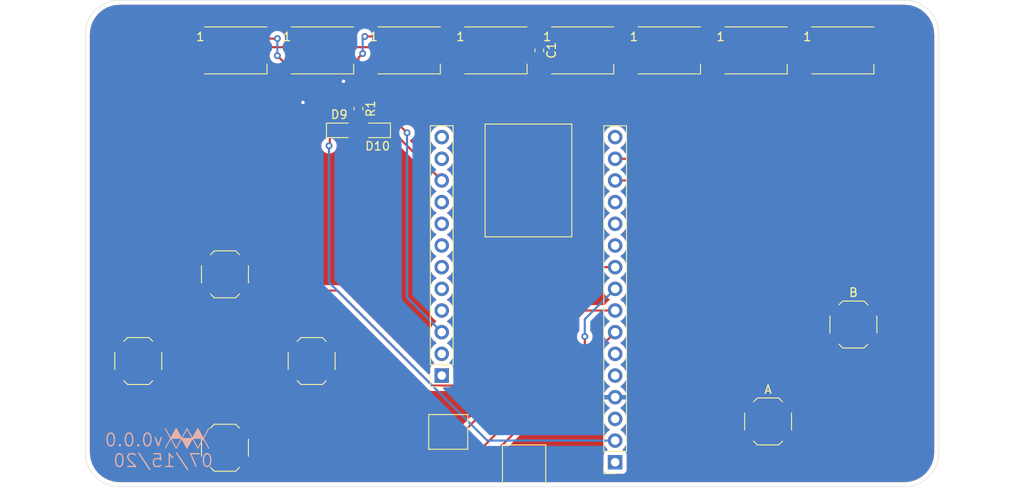
<source format=kicad_pcb>
(kicad_pcb (version 20171130) (host pcbnew "(5.1.6)-1")

  (general
    (thickness 1.6)
    (drawings 20)
    (tracks 141)
    (zones 0)
    (modules 21)
    (nets 38)
  )

  (page A4)
  (layers
    (0 F.Cu signal)
    (31 B.Cu signal)
    (32 B.Adhes user)
    (33 F.Adhes user)
    (34 B.Paste user)
    (35 F.Paste user)
    (36 B.SilkS user)
    (37 F.SilkS user)
    (38 B.Mask user)
    (39 F.Mask user)
    (40 Dwgs.User user)
    (41 Cmts.User user)
    (42 Eco1.User user)
    (43 Eco2.User user)
    (44 Edge.Cuts user)
    (45 Margin user)
    (46 B.CrtYd user)
    (47 F.CrtYd user)
    (48 B.Fab user)
    (49 F.Fab user)
  )

  (setup
    (last_trace_width 0.25)
    (trace_clearance 0.2)
    (zone_clearance 0.508)
    (zone_45_only no)
    (trace_min 0.2)
    (via_size 0.8)
    (via_drill 0.4)
    (via_min_size 0.4)
    (via_min_drill 0.3)
    (uvia_size 0.3)
    (uvia_drill 0.1)
    (uvias_allowed no)
    (uvia_min_size 0.2)
    (uvia_min_drill 0.1)
    (edge_width 0.05)
    (segment_width 0.2)
    (pcb_text_width 0.3)
    (pcb_text_size 1.5 1.5)
    (mod_edge_width 0.12)
    (mod_text_size 1 1)
    (mod_text_width 0.15)
    (pad_size 1.524 1.524)
    (pad_drill 0.762)
    (pad_to_mask_clearance 0.051)
    (solder_mask_min_width 0.25)
    (aux_axis_origin 0 0)
    (visible_elements 7FFFFFFF)
    (pcbplotparams
      (layerselection 0x010fc_ffffffff)
      (usegerberextensions false)
      (usegerberattributes false)
      (usegerberadvancedattributes false)
      (creategerberjobfile false)
      (excludeedgelayer true)
      (linewidth 0.100000)
      (plotframeref false)
      (viasonmask false)
      (mode 1)
      (useauxorigin false)
      (hpglpennumber 1)
      (hpglpenspeed 20)
      (hpglpendiameter 15.000000)
      (psnegative false)
      (psa4output false)
      (plotreference true)
      (plotvalue true)
      (plotinvisibletext false)
      (padsonsilk false)
      (subtractmaskfromsilk false)
      (outputformat 1)
      (mirror false)
      (drillshape 0)
      (scaleselection 1)
      (outputdirectory "gbr/"))
  )

  (net 0 "")
  (net 1 V0)
  (net 2 UARROW)
  (net 3 LARROW)
  (net 4 RARROW)
  (net 5 DARROW)
  (net 6 V+)
  (net 7 BBUTTON)
  (net 8 ABUTTON)
  (net 9 "Net-(D1-Pad2)")
  (net 10 "Net-(D2-Pad2)")
  (net 11 "Net-(D3-Pad2)")
  (net 12 "Net-(D4-Pad2)")
  (net 13 "Net-(D5-Pad2)")
  (net 14 "Net-(D6-Pad2)")
  (net 15 "Net-(D7-Pad2)")
  (net 16 "Net-(D8-Pad2)")
  (net 17 SCK)
  (net 18 MOSI)
  (net 19 MISO)
  (net 20 SDA)
  (net 21 SCL)
  (net 22 "Net-(J2-Pad5)")
  (net 23 LEDS5)
  (net 24 3V3)
  (net 25 LEDS3)
  (net 26 "Net-(J1-Pad9)")
  (net 27 "Net-(J1-Pad8)")
  (net 28 "Net-(J1-Pad7)")
  (net 29 "Net-(J1-Pad6)")
  (net 30 "Net-(J1-Pad5)")
  (net 31 "Net-(J1-Pad4)")
  (net 32 EN_3V3)
  (net 33 VBAT)
  (net 34 WAKE)
  (net 35 "Net-(J2-Pad6)")
  (net 36 AREF)
  (net 37 RESET)

  (net_class Default "This is the default net class."
    (clearance 0.2)
    (trace_width 0.25)
    (via_dia 0.8)
    (via_drill 0.4)
    (uvia_dia 0.3)
    (uvia_drill 0.1)
    (add_net 3V3)
    (add_net ABUTTON)
    (add_net AREF)
    (add_net BBUTTON)
    (add_net DARROW)
    (add_net EN_3V3)
    (add_net LARROW)
    (add_net LEDS3)
    (add_net LEDS5)
    (add_net MISO)
    (add_net MOSI)
    (add_net "Net-(D1-Pad2)")
    (add_net "Net-(D2-Pad2)")
    (add_net "Net-(D3-Pad2)")
    (add_net "Net-(D4-Pad2)")
    (add_net "Net-(D5-Pad2)")
    (add_net "Net-(D6-Pad2)")
    (add_net "Net-(D7-Pad2)")
    (add_net "Net-(D8-Pad2)")
    (add_net "Net-(J1-Pad4)")
    (add_net "Net-(J1-Pad5)")
    (add_net "Net-(J1-Pad6)")
    (add_net "Net-(J1-Pad7)")
    (add_net "Net-(J1-Pad8)")
    (add_net "Net-(J1-Pad9)")
    (add_net "Net-(J2-Pad5)")
    (add_net "Net-(J2-Pad6)")
    (add_net RARROW)
    (add_net RESET)
    (add_net SCK)
    (add_net SCL)
    (add_net SDA)
    (add_net UARROW)
    (add_net V+)
    (add_net V0)
    (add_net VBAT)
    (add_net WAKE)
  )

  (module Symbol:Logo_WM (layer B.Cu) (tedit 5EA02B73) (tstamp 5F1381D3)
    (at 81.915 101.346)
    (fp_text reference REF** (at 0 2.286) (layer B.SilkS) hide
      (effects (font (size 1 1) (thickness 0.15)) (justify mirror))
    )
    (fp_text value Logo_WM (at 0 -2.032) (layer B.Fab)
      (effects (font (size 1 1) (thickness 0.15)) (justify mirror))
    )
    (fp_line (start 0 1.143) (end -0.635 0) (layer B.SilkS) (width 0.12))
    (fp_line (start -0.635 0) (end 0 -1.143) (layer B.SilkS) (width 0.12))
    (fp_line (start 0 -1.143) (end 0.635 0) (layer B.SilkS) (width 0.12))
    (fp_line (start 0.635 0) (end 0 1.143) (layer B.SilkS) (width 0.12))
    (fp_line (start 1.905 0) (end 1.27 1.143) (layer B.SilkS) (width 0.12))
    (fp_line (start 1.27 -1.143) (end 1.905 0) (layer B.SilkS) (width 0.12))
    (fp_line (start 0.635 0) (end 1.27 -1.143) (layer B.SilkS) (width 0.12))
    (fp_line (start 1.27 1.143) (end 0.635 0) (layer B.SilkS) (width 0.12))
    (fp_line (start -1.27 -1.143) (end -0.635 0) (layer B.SilkS) (width 0.12))
    (fp_line (start -1.27 1.143) (end -1.905 0) (layer B.SilkS) (width 0.12))
    (fp_line (start -1.905 0) (end -1.27 -1.143) (layer B.SilkS) (width 0.12))
    (fp_line (start -0.635 0) (end -1.27 1.143) (layer B.SilkS) (width 0.12))
    (fp_line (start -1.905 0) (end -2.54 1.143) (layer B.SilkS) (width 0.12))
    (fp_line (start -2.54 -1.143) (end -1.905 0) (layer B.SilkS) (width 0.12))
    (fp_line (start 2.54 1.143) (end 1.905 0) (layer B.SilkS) (width 0.12))
    (fp_line (start 1.905 0) (end 2.54 -1.143) (layer B.SilkS) (width 0.12))
    (fp_poly (pts (xy -1.905 0) (xy -0.635 0) (xy -1.27 -1.143)) (layer B.SilkS) (width 0.1))
    (fp_poly (pts (xy -0.635 0) (xy 0.635 0) (xy 0 1.143)) (layer B.SilkS) (width 0.1))
    (fp_poly (pts (xy 0.635 0) (xy 1.905 0) (xy 1.27 -1.143)) (layer B.SilkS) (width 0.1))
  )

  (module Connector_PinSocket_2.54mm:PinSocket_1x16_P2.54mm_Vertical (layer F.Cu) (tedit 5A19A41E) (tstamp 5F0F745A)
    (at 132.08 104.14 180)
    (descr "Through hole straight socket strip, 1x16, 2.54mm pitch, single row (from Kicad 4.0.7), script generated")
    (tags "Through hole socket strip THT 1x16 2.54mm single row")
    (path /5F0EE449)
    (fp_text reference J2 (at 0 -2.77) (layer F.SilkS) hide
      (effects (font (size 1 1) (thickness 0.15)))
    )
    (fp_text value Conn_01x16 (at 0 40.87) (layer F.Fab)
      (effects (font (size 1 1) (thickness 0.15)))
    )
    (fp_line (start -1.27 -1.27) (end 0.635 -1.27) (layer F.Fab) (width 0.1))
    (fp_line (start 0.635 -1.27) (end 1.27 -0.635) (layer F.Fab) (width 0.1))
    (fp_line (start 1.27 -0.635) (end 1.27 39.37) (layer F.Fab) (width 0.1))
    (fp_line (start 1.27 39.37) (end -1.27 39.37) (layer F.Fab) (width 0.1))
    (fp_line (start -1.27 39.37) (end -1.27 -1.27) (layer F.Fab) (width 0.1))
    (fp_line (start -1.33 1.27) (end 1.33 1.27) (layer F.SilkS) (width 0.12))
    (fp_line (start -1.33 1.27) (end -1.33 39.43) (layer F.SilkS) (width 0.12))
    (fp_line (start -1.33 39.43) (end 1.33 39.43) (layer F.SilkS) (width 0.12))
    (fp_line (start 1.33 1.27) (end 1.33 39.43) (layer F.SilkS) (width 0.12))
    (fp_line (start 1.33 -1.33) (end 1.33 0) (layer F.SilkS) (width 0.12))
    (fp_line (start 0 -1.33) (end 1.33 -1.33) (layer F.SilkS) (width 0.12))
    (fp_line (start -1.8 -1.8) (end 1.75 -1.8) (layer F.CrtYd) (width 0.05))
    (fp_line (start 1.75 -1.8) (end 1.75 39.9) (layer F.CrtYd) (width 0.05))
    (fp_line (start 1.75 39.9) (end -1.8 39.9) (layer F.CrtYd) (width 0.05))
    (fp_line (start -1.8 39.9) (end -1.8 -1.8) (layer F.CrtYd) (width 0.05))
    (fp_text user %R (at 0 19.05 90) (layer F.Fab)
      (effects (font (size 1 1) (thickness 0.15)))
    )
    (pad 16 thru_hole oval (at 0 38.1 180) (size 1.7 1.7) (drill 1) (layers *.Cu *.Mask)
      (net 34 WAKE))
    (pad 15 thru_hole oval (at 0 35.56 180) (size 1.7 1.7) (drill 1) (layers *.Cu *.Mask)
      (net 7 BBUTTON))
    (pad 14 thru_hole oval (at 0 33.02 180) (size 1.7 1.7) (drill 1) (layers *.Cu *.Mask)
      (net 8 ABUTTON))
    (pad 13 thru_hole oval (at 0 30.48 180) (size 1.7 1.7) (drill 1) (layers *.Cu *.Mask)
      (net 19 MISO))
    (pad 12 thru_hole oval (at 0 27.94 180) (size 1.7 1.7) (drill 1) (layers *.Cu *.Mask)
      (net 18 MOSI))
    (pad 11 thru_hole oval (at 0 25.4 180) (size 1.7 1.7) (drill 1) (layers *.Cu *.Mask)
      (net 17 SCK))
    (pad 10 thru_hole oval (at 0 22.86 180) (size 1.7 1.7) (drill 1) (layers *.Cu *.Mask)
      (net 2 UARROW))
    (pad 9 thru_hole oval (at 0 20.32 180) (size 1.7 1.7) (drill 1) (layers *.Cu *.Mask)
      (net 3 LARROW))
    (pad 8 thru_hole oval (at 0 17.78 180) (size 1.7 1.7) (drill 1) (layers *.Cu *.Mask)
      (net 4 RARROW))
    (pad 7 thru_hole oval (at 0 15.24 180) (size 1.7 1.7) (drill 1) (layers *.Cu *.Mask)
      (net 5 DARROW))
    (pad 6 thru_hole oval (at 0 12.7 180) (size 1.7 1.7) (drill 1) (layers *.Cu *.Mask)
      (net 35 "Net-(J2-Pad6)"))
    (pad 5 thru_hole oval (at 0 10.16 180) (size 1.7 1.7) (drill 1) (layers *.Cu *.Mask)
      (net 22 "Net-(J2-Pad5)"))
    (pad 4 thru_hole oval (at 0 7.62 180) (size 1.7 1.7) (drill 1) (layers *.Cu *.Mask)
      (net 1 V0))
    (pad 3 thru_hole oval (at 0 5.08 180) (size 1.7 1.7) (drill 1) (layers *.Cu *.Mask)
      (net 36 AREF))
    (pad 2 thru_hole oval (at 0 2.54 180) (size 1.7 1.7) (drill 1) (layers *.Cu *.Mask)
      (net 24 3V3))
    (pad 1 thru_hole rect (at 0 0 180) (size 1.7 1.7) (drill 1) (layers *.Cu *.Mask)
      (net 37 RESET))
    (model ${KISYS3DMOD}/Connector_PinSocket_2.54mm.3dshapes/PinSocket_1x16_P2.54mm_Vertical.wrl
      (at (xyz 0 0 0))
      (scale (xyz 1 1 1))
      (rotate (xyz 0 0 0))
    )
  )

  (module Connector_PinSocket_2.54mm:PinSocket_1x12_P2.54mm_Vertical (layer F.Cu) (tedit 5A19A41D) (tstamp 5F0F7436)
    (at 111.76 93.98 180)
    (descr "Through hole straight socket strip, 1x12, 2.54mm pitch, single row (from Kicad 4.0.7), script generated")
    (tags "Through hole socket strip THT 1x12 2.54mm single row")
    (path /5F0EE9E8)
    (fp_text reference J1 (at 0 -2.77) (layer F.SilkS) hide
      (effects (font (size 1 1) (thickness 0.15)))
    )
    (fp_text value Conn_01x12 (at 0 30.71) (layer F.Fab)
      (effects (font (size 1 1) (thickness 0.15)))
    )
    (fp_line (start -1.27 -1.27) (end 0.635 -1.27) (layer F.Fab) (width 0.1))
    (fp_line (start 0.635 -1.27) (end 1.27 -0.635) (layer F.Fab) (width 0.1))
    (fp_line (start 1.27 -0.635) (end 1.27 29.21) (layer F.Fab) (width 0.1))
    (fp_line (start 1.27 29.21) (end -1.27 29.21) (layer F.Fab) (width 0.1))
    (fp_line (start -1.27 29.21) (end -1.27 -1.27) (layer F.Fab) (width 0.1))
    (fp_line (start -1.33 1.27) (end 1.33 1.27) (layer F.SilkS) (width 0.12))
    (fp_line (start -1.33 1.27) (end -1.33 29.27) (layer F.SilkS) (width 0.12))
    (fp_line (start -1.33 29.27) (end 1.33 29.27) (layer F.SilkS) (width 0.12))
    (fp_line (start 1.33 1.27) (end 1.33 29.27) (layer F.SilkS) (width 0.12))
    (fp_line (start 1.33 -1.33) (end 1.33 0) (layer F.SilkS) (width 0.12))
    (fp_line (start 0 -1.33) (end 1.33 -1.33) (layer F.SilkS) (width 0.12))
    (fp_line (start -1.8 -1.8) (end 1.75 -1.8) (layer F.CrtYd) (width 0.05))
    (fp_line (start 1.75 -1.8) (end 1.75 29.7) (layer F.CrtYd) (width 0.05))
    (fp_line (start 1.75 29.7) (end -1.8 29.7) (layer F.CrtYd) (width 0.05))
    (fp_line (start -1.8 29.7) (end -1.8 -1.8) (layer F.CrtYd) (width 0.05))
    (fp_text user %R (at 0 13.97 90) (layer F.Fab)
      (effects (font (size 1 1) (thickness 0.15)))
    )
    (pad 12 thru_hole oval (at 0 27.94 180) (size 1.7 1.7) (drill 1) (layers *.Cu *.Mask)
      (net 20 SDA))
    (pad 11 thru_hole oval (at 0 25.4 180) (size 1.7 1.7) (drill 1) (layers *.Cu *.Mask)
      (net 21 SCL))
    (pad 10 thru_hole oval (at 0 22.86 180) (size 1.7 1.7) (drill 1) (layers *.Cu *.Mask)
      (net 25 LEDS3))
    (pad 9 thru_hole oval (at 0 20.32 180) (size 1.7 1.7) (drill 1) (layers *.Cu *.Mask)
      (net 26 "Net-(J1-Pad9)"))
    (pad 8 thru_hole oval (at 0 17.78 180) (size 1.7 1.7) (drill 1) (layers *.Cu *.Mask)
      (net 27 "Net-(J1-Pad8)"))
    (pad 7 thru_hole oval (at 0 15.24 180) (size 1.7 1.7) (drill 1) (layers *.Cu *.Mask)
      (net 28 "Net-(J1-Pad7)"))
    (pad 6 thru_hole oval (at 0 12.7 180) (size 1.7 1.7) (drill 1) (layers *.Cu *.Mask)
      (net 29 "Net-(J1-Pad6)"))
    (pad 5 thru_hole oval (at 0 10.16 180) (size 1.7 1.7) (drill 1) (layers *.Cu *.Mask)
      (net 30 "Net-(J1-Pad5)"))
    (pad 4 thru_hole oval (at 0 7.62 180) (size 1.7 1.7) (drill 1) (layers *.Cu *.Mask)
      (net 31 "Net-(J1-Pad4)"))
    (pad 3 thru_hole oval (at 0 5.08 180) (size 1.7 1.7) (drill 1) (layers *.Cu *.Mask)
      (net 6 V+))
    (pad 2 thru_hole oval (at 0 2.54 180) (size 1.7 1.7) (drill 1) (layers *.Cu *.Mask)
      (net 32 EN_3V3))
    (pad 1 thru_hole rect (at 0 0 180) (size 1.7 1.7) (drill 1) (layers *.Cu *.Mask)
      (net 33 VBAT))
    (model ${KISYS3DMOD}/Connector_PinSocket_2.54mm.3dshapes/PinSocket_1x12_P2.54mm_Vertical.wrl
      (at (xyz 0 0 0))
      (scale (xyz 1 1 1))
      (rotate (xyz 0 0 0))
    )
  )

  (module Resistor_SMD:R_0603_1608Metric (layer F.Cu) (tedit 5B301BBD) (tstamp 5F0F52F7)
    (at 102 62.7125 270)
    (descr "Resistor SMD 0603 (1608 Metric), square (rectangular) end terminal, IPC_7351 nominal, (Body size source: http://www.tortai-tech.com/upload/download/2011102023233369053.pdf), generated with kicad-footprint-generator")
    (tags resistor)
    (path /5F168D7A)
    (attr smd)
    (fp_text reference R1 (at 0 -1.43 90) (layer F.SilkS)
      (effects (font (size 1 1) (thickness 0.15)))
    )
    (fp_text value 10kR (at 0 1.43 90) (layer F.Fab)
      (effects (font (size 1 1) (thickness 0.15)))
    )
    (fp_line (start -0.8 0.4) (end -0.8 -0.4) (layer F.Fab) (width 0.1))
    (fp_line (start -0.8 -0.4) (end 0.8 -0.4) (layer F.Fab) (width 0.1))
    (fp_line (start 0.8 -0.4) (end 0.8 0.4) (layer F.Fab) (width 0.1))
    (fp_line (start 0.8 0.4) (end -0.8 0.4) (layer F.Fab) (width 0.1))
    (fp_line (start -0.162779 -0.51) (end 0.162779 -0.51) (layer F.SilkS) (width 0.12))
    (fp_line (start -0.162779 0.51) (end 0.162779 0.51) (layer F.SilkS) (width 0.12))
    (fp_line (start -1.48 0.73) (end -1.48 -0.73) (layer F.CrtYd) (width 0.05))
    (fp_line (start -1.48 -0.73) (end 1.48 -0.73) (layer F.CrtYd) (width 0.05))
    (fp_line (start 1.48 -0.73) (end 1.48 0.73) (layer F.CrtYd) (width 0.05))
    (fp_line (start 1.48 0.73) (end -1.48 0.73) (layer F.CrtYd) (width 0.05))
    (fp_text user %R (at 0 0 90) (layer F.Fab)
      (effects (font (size 0.4 0.4) (thickness 0.06)))
    )
    (pad 2 smd roundrect (at 0.7875 0 270) (size 0.875 0.95) (layers F.Cu F.Paste F.Mask) (roundrect_rratio 0.25)
      (net 23 LEDS5))
    (pad 1 smd roundrect (at -0.7875 0 270) (size 0.875 0.95) (layers F.Cu F.Paste F.Mask) (roundrect_rratio 0.25)
      (net 6 V+))
    (model ${KISYS3DMOD}/Resistor_SMD.3dshapes/R_0603_1608Metric.wrl
      (at (xyz 0 0 0))
      (scale (xyz 1 1 1))
      (rotate (xyz 0 0 0))
    )
  )

  (module Diode_SMD:D_SOD-323F (layer F.Cu) (tedit 590A48EB) (tstamp 5F0F527A)
    (at 104.25 65.25 180)
    (descr "SOD-323F http://www.nxp.com/documents/outline_drawing/SOD323F.pdf")
    (tags SOD-323F)
    (path /5F166D65)
    (attr smd)
    (fp_text reference D10 (at 0 -1.85) (layer F.SilkS)
      (effects (font (size 1 1) (thickness 0.15)))
    )
    (fp_text value D (at 0.1 1.9) (layer F.Fab)
      (effects (font (size 1 1) (thickness 0.15)))
    )
    (fp_line (start -1.5 -0.85) (end -1.5 0.85) (layer F.SilkS) (width 0.12))
    (fp_line (start 0.2 0) (end 0.45 0) (layer F.Fab) (width 0.1))
    (fp_line (start 0.2 0.35) (end -0.3 0) (layer F.Fab) (width 0.1))
    (fp_line (start 0.2 -0.35) (end 0.2 0.35) (layer F.Fab) (width 0.1))
    (fp_line (start -0.3 0) (end 0.2 -0.35) (layer F.Fab) (width 0.1))
    (fp_line (start -0.3 0) (end -0.5 0) (layer F.Fab) (width 0.1))
    (fp_line (start -0.3 -0.35) (end -0.3 0.35) (layer F.Fab) (width 0.1))
    (fp_line (start -0.9 0.7) (end -0.9 -0.7) (layer F.Fab) (width 0.1))
    (fp_line (start 0.9 0.7) (end -0.9 0.7) (layer F.Fab) (width 0.1))
    (fp_line (start 0.9 -0.7) (end 0.9 0.7) (layer F.Fab) (width 0.1))
    (fp_line (start -0.9 -0.7) (end 0.9 -0.7) (layer F.Fab) (width 0.1))
    (fp_line (start -1.6 -0.95) (end 1.6 -0.95) (layer F.CrtYd) (width 0.05))
    (fp_line (start 1.6 -0.95) (end 1.6 0.95) (layer F.CrtYd) (width 0.05))
    (fp_line (start -1.6 0.95) (end 1.6 0.95) (layer F.CrtYd) (width 0.05))
    (fp_line (start -1.6 -0.95) (end -1.6 0.95) (layer F.CrtYd) (width 0.05))
    (fp_line (start -1.5 0.85) (end 1.05 0.85) (layer F.SilkS) (width 0.12))
    (fp_line (start -1.5 -0.85) (end 1.05 -0.85) (layer F.SilkS) (width 0.12))
    (fp_text user %R (at 0 -1.85) (layer F.Fab)
      (effects (font (size 1 1) (thickness 0.15)))
    )
    (pad 2 smd rect (at 1.1 0 180) (size 0.5 0.5) (layers F.Cu F.Paste F.Mask)
      (net 23 LEDS5))
    (pad 1 smd rect (at -1.1 0 180) (size 0.5 0.5) (layers F.Cu F.Paste F.Mask)
      (net 25 LEDS3))
    (model ${KISYS3DMOD}/Diode_SMD.3dshapes/D_SOD-323F.wrl
      (at (xyz 0 0 0))
      (scale (xyz 1 1 1))
      (rotate (xyz 0 0 0))
    )
  )

  (module Diode_SMD:D_SOD-323F (layer F.Cu) (tedit 590A48EB) (tstamp 5F0F5262)
    (at 99.75 65.25)
    (descr "SOD-323F http://www.nxp.com/documents/outline_drawing/SOD323F.pdf")
    (tags SOD-323F)
    (path /5F1667EF)
    (attr smd)
    (fp_text reference D9 (at 0 -1.85) (layer F.SilkS)
      (effects (font (size 1 1) (thickness 0.15)))
    )
    (fp_text value D (at 0.1 1.9) (layer F.Fab)
      (effects (font (size 1 1) (thickness 0.15)))
    )
    (fp_line (start -1.5 -0.85) (end -1.5 0.85) (layer F.SilkS) (width 0.12))
    (fp_line (start 0.2 0) (end 0.45 0) (layer F.Fab) (width 0.1))
    (fp_line (start 0.2 0.35) (end -0.3 0) (layer F.Fab) (width 0.1))
    (fp_line (start 0.2 -0.35) (end 0.2 0.35) (layer F.Fab) (width 0.1))
    (fp_line (start -0.3 0) (end 0.2 -0.35) (layer F.Fab) (width 0.1))
    (fp_line (start -0.3 0) (end -0.5 0) (layer F.Fab) (width 0.1))
    (fp_line (start -0.3 -0.35) (end -0.3 0.35) (layer F.Fab) (width 0.1))
    (fp_line (start -0.9 0.7) (end -0.9 -0.7) (layer F.Fab) (width 0.1))
    (fp_line (start 0.9 0.7) (end -0.9 0.7) (layer F.Fab) (width 0.1))
    (fp_line (start 0.9 -0.7) (end 0.9 0.7) (layer F.Fab) (width 0.1))
    (fp_line (start -0.9 -0.7) (end 0.9 -0.7) (layer F.Fab) (width 0.1))
    (fp_line (start -1.6 -0.95) (end 1.6 -0.95) (layer F.CrtYd) (width 0.05))
    (fp_line (start 1.6 -0.95) (end 1.6 0.95) (layer F.CrtYd) (width 0.05))
    (fp_line (start -1.6 0.95) (end 1.6 0.95) (layer F.CrtYd) (width 0.05))
    (fp_line (start -1.6 -0.95) (end -1.6 0.95) (layer F.CrtYd) (width 0.05))
    (fp_line (start -1.5 0.85) (end 1.05 0.85) (layer F.SilkS) (width 0.12))
    (fp_line (start -1.5 -0.85) (end 1.05 -0.85) (layer F.SilkS) (width 0.12))
    (fp_text user %R (at 0 -1.85) (layer F.Fab)
      (effects (font (size 1 1) (thickness 0.15)))
    )
    (pad 2 smd rect (at 1.1 0) (size 0.5 0.5) (layers F.Cu F.Paste F.Mask)
      (net 23 LEDS5))
    (pad 1 smd rect (at -1.1 0) (size 0.5 0.5) (layers F.Cu F.Paste F.Mask)
      (net 24 3V3))
    (model ${KISYS3DMOD}/Diode_SMD.3dshapes/D_SOD-323F.wrl
      (at (xyz 0 0 0))
      (scale (xyz 1 1 1))
      (rotate (xyz 0 0 0))
    )
  )

  (module Button_Switch_SMD:SW_SPST_TL3342 (layer F.Cu) (tedit 5A02FC95) (tstamp 5F0EB0B5)
    (at 160 88)
    (descr "Low-profile SMD Tactile Switch, https://www.e-switch.com/system/asset/product_line/data_sheet/165/TL3342.pdf")
    (tags "SPST Tactile Switch")
    (path /5F0A8E36)
    (attr smd)
    (fp_text reference B (at 0 -3.75) (layer F.SilkS)
      (effects (font (size 1 1) (thickness 0.15)))
    )
    (fp_text value SW_Push (at 0 3.75) (layer F.Fab)
      (effects (font (size 1 1) (thickness 0.15)))
    )
    (fp_line (start 3.2 2.1) (end 3.2 1.6) (layer F.Fab) (width 0.1))
    (fp_line (start 3.2 -2.1) (end 3.2 -1.6) (layer F.Fab) (width 0.1))
    (fp_line (start -3.2 2.1) (end -3.2 1.6) (layer F.Fab) (width 0.1))
    (fp_line (start -3.2 -2.1) (end -3.2 -1.6) (layer F.Fab) (width 0.1))
    (fp_line (start 2.7 -2.1) (end 2.7 -1.6) (layer F.Fab) (width 0.1))
    (fp_line (start 1.7 -2.1) (end 3.2 -2.1) (layer F.Fab) (width 0.1))
    (fp_line (start 3.2 -1.6) (end 2.2 -1.6) (layer F.Fab) (width 0.1))
    (fp_line (start -2.7 -2.1) (end -2.7 -1.6) (layer F.Fab) (width 0.1))
    (fp_line (start -1.7 -2.1) (end -3.2 -2.1) (layer F.Fab) (width 0.1))
    (fp_line (start -3.2 -1.6) (end -2.2 -1.6) (layer F.Fab) (width 0.1))
    (fp_line (start -2.7 2.1) (end -2.7 1.6) (layer F.Fab) (width 0.1))
    (fp_line (start -3.2 1.6) (end -2.2 1.6) (layer F.Fab) (width 0.1))
    (fp_line (start -1.7 2.1) (end -3.2 2.1) (layer F.Fab) (width 0.1))
    (fp_line (start 1.7 2.1) (end 3.2 2.1) (layer F.Fab) (width 0.1))
    (fp_line (start 2.7 2.1) (end 2.7 1.6) (layer F.Fab) (width 0.1))
    (fp_line (start 3.2 1.6) (end 2.2 1.6) (layer F.Fab) (width 0.1))
    (fp_line (start -1.7 2.3) (end -1.25 2.75) (layer F.SilkS) (width 0.12))
    (fp_line (start 1.7 2.3) (end 1.25 2.75) (layer F.SilkS) (width 0.12))
    (fp_line (start 1.7 -2.3) (end 1.25 -2.75) (layer F.SilkS) (width 0.12))
    (fp_line (start -1.7 -2.3) (end -1.25 -2.75) (layer F.SilkS) (width 0.12))
    (fp_line (start -2 -1) (end -1 -2) (layer F.Fab) (width 0.1))
    (fp_line (start -1 -2) (end 1 -2) (layer F.Fab) (width 0.1))
    (fp_line (start 1 -2) (end 2 -1) (layer F.Fab) (width 0.1))
    (fp_line (start 2 -1) (end 2 1) (layer F.Fab) (width 0.1))
    (fp_line (start 2 1) (end 1 2) (layer F.Fab) (width 0.1))
    (fp_line (start 1 2) (end -1 2) (layer F.Fab) (width 0.1))
    (fp_line (start -1 2) (end -2 1) (layer F.Fab) (width 0.1))
    (fp_line (start -2 1) (end -2 -1) (layer F.Fab) (width 0.1))
    (fp_line (start 2.75 -1) (end 2.75 1) (layer F.SilkS) (width 0.12))
    (fp_line (start -1.25 2.75) (end 1.25 2.75) (layer F.SilkS) (width 0.12))
    (fp_line (start -2.75 -1) (end -2.75 1) (layer F.SilkS) (width 0.12))
    (fp_line (start -1.25 -2.75) (end 1.25 -2.75) (layer F.SilkS) (width 0.12))
    (fp_line (start -2.6 -1.2) (end -2.6 1.2) (layer F.Fab) (width 0.1))
    (fp_line (start -2.6 1.2) (end -1.2 2.6) (layer F.Fab) (width 0.1))
    (fp_line (start -1.2 2.6) (end 1.2 2.6) (layer F.Fab) (width 0.1))
    (fp_line (start 1.2 2.6) (end 2.6 1.2) (layer F.Fab) (width 0.1))
    (fp_line (start 2.6 1.2) (end 2.6 -1.2) (layer F.Fab) (width 0.1))
    (fp_line (start 2.6 -1.2) (end 1.2 -2.6) (layer F.Fab) (width 0.1))
    (fp_line (start 1.2 -2.6) (end -1.2 -2.6) (layer F.Fab) (width 0.1))
    (fp_line (start -1.2 -2.6) (end -2.6 -1.2) (layer F.Fab) (width 0.1))
    (fp_line (start -4.25 -3) (end 4.25 -3) (layer F.CrtYd) (width 0.05))
    (fp_line (start 4.25 -3) (end 4.25 3) (layer F.CrtYd) (width 0.05))
    (fp_line (start 4.25 3) (end -4.25 3) (layer F.CrtYd) (width 0.05))
    (fp_line (start -4.25 3) (end -4.25 -3) (layer F.CrtYd) (width 0.05))
    (fp_circle (center 0 0) (end 1 0) (layer F.Fab) (width 0.1))
    (fp_text user %R (at 0 -3.75) (layer F.Fab)
      (effects (font (size 1 1) (thickness 0.15)))
    )
    (pad 2 smd rect (at 3.15 1.9) (size 1.7 1) (layers F.Cu F.Paste F.Mask)
      (net 7 BBUTTON))
    (pad 2 smd rect (at -3.15 1.9) (size 1.7 1) (layers F.Cu F.Paste F.Mask)
      (net 7 BBUTTON))
    (pad 1 smd rect (at 3.15 -1.9) (size 1.7 1) (layers F.Cu F.Paste F.Mask)
      (net 1 V0))
    (pad 1 smd rect (at -3.15 -1.9) (size 1.7 1) (layers F.Cu F.Paste F.Mask)
      (net 1 V0))
    (model ${KISYS3DMOD}/Button_Switch_SMD.3dshapes/SW_SPST_TL3342.wrl
      (at (xyz 0 0 0))
      (scale (xyz 1 1 1))
      (rotate (xyz 0 0 0))
    )
  )

  (module Button_Switch_SMD:SW_SPST_TL3342 (layer F.Cu) (tedit 5A02FC95) (tstamp 5F0EB07F)
    (at 150 99.36)
    (descr "Low-profile SMD Tactile Switch, https://www.e-switch.com/system/asset/product_line/data_sheet/165/TL3342.pdf")
    (tags "SPST Tactile Switch")
    (path /5F0A8E3C)
    (attr smd)
    (fp_text reference A (at 0 -3.75) (layer F.SilkS)
      (effects (font (size 1 1) (thickness 0.15)))
    )
    (fp_text value SW_Push (at 0 3.75) (layer F.Fab)
      (effects (font (size 1 1) (thickness 0.15)))
    )
    (fp_line (start 3.2 2.1) (end 3.2 1.6) (layer F.Fab) (width 0.1))
    (fp_line (start 3.2 -2.1) (end 3.2 -1.6) (layer F.Fab) (width 0.1))
    (fp_line (start -3.2 2.1) (end -3.2 1.6) (layer F.Fab) (width 0.1))
    (fp_line (start -3.2 -2.1) (end -3.2 -1.6) (layer F.Fab) (width 0.1))
    (fp_line (start 2.7 -2.1) (end 2.7 -1.6) (layer F.Fab) (width 0.1))
    (fp_line (start 1.7 -2.1) (end 3.2 -2.1) (layer F.Fab) (width 0.1))
    (fp_line (start 3.2 -1.6) (end 2.2 -1.6) (layer F.Fab) (width 0.1))
    (fp_line (start -2.7 -2.1) (end -2.7 -1.6) (layer F.Fab) (width 0.1))
    (fp_line (start -1.7 -2.1) (end -3.2 -2.1) (layer F.Fab) (width 0.1))
    (fp_line (start -3.2 -1.6) (end -2.2 -1.6) (layer F.Fab) (width 0.1))
    (fp_line (start -2.7 2.1) (end -2.7 1.6) (layer F.Fab) (width 0.1))
    (fp_line (start -3.2 1.6) (end -2.2 1.6) (layer F.Fab) (width 0.1))
    (fp_line (start -1.7 2.1) (end -3.2 2.1) (layer F.Fab) (width 0.1))
    (fp_line (start 1.7 2.1) (end 3.2 2.1) (layer F.Fab) (width 0.1))
    (fp_line (start 2.7 2.1) (end 2.7 1.6) (layer F.Fab) (width 0.1))
    (fp_line (start 3.2 1.6) (end 2.2 1.6) (layer F.Fab) (width 0.1))
    (fp_line (start -1.7 2.3) (end -1.25 2.75) (layer F.SilkS) (width 0.12))
    (fp_line (start 1.7 2.3) (end 1.25 2.75) (layer F.SilkS) (width 0.12))
    (fp_line (start 1.7 -2.3) (end 1.25 -2.75) (layer F.SilkS) (width 0.12))
    (fp_line (start -1.7 -2.3) (end -1.25 -2.75) (layer F.SilkS) (width 0.12))
    (fp_line (start -2 -1) (end -1 -2) (layer F.Fab) (width 0.1))
    (fp_line (start -1 -2) (end 1 -2) (layer F.Fab) (width 0.1))
    (fp_line (start 1 -2) (end 2 -1) (layer F.Fab) (width 0.1))
    (fp_line (start 2 -1) (end 2 1) (layer F.Fab) (width 0.1))
    (fp_line (start 2 1) (end 1 2) (layer F.Fab) (width 0.1))
    (fp_line (start 1 2) (end -1 2) (layer F.Fab) (width 0.1))
    (fp_line (start -1 2) (end -2 1) (layer F.Fab) (width 0.1))
    (fp_line (start -2 1) (end -2 -1) (layer F.Fab) (width 0.1))
    (fp_line (start 2.75 -1) (end 2.75 1) (layer F.SilkS) (width 0.12))
    (fp_line (start -1.25 2.75) (end 1.25 2.75) (layer F.SilkS) (width 0.12))
    (fp_line (start -2.75 -1) (end -2.75 1) (layer F.SilkS) (width 0.12))
    (fp_line (start -1.25 -2.75) (end 1.25 -2.75) (layer F.SilkS) (width 0.12))
    (fp_line (start -2.6 -1.2) (end -2.6 1.2) (layer F.Fab) (width 0.1))
    (fp_line (start -2.6 1.2) (end -1.2 2.6) (layer F.Fab) (width 0.1))
    (fp_line (start -1.2 2.6) (end 1.2 2.6) (layer F.Fab) (width 0.1))
    (fp_line (start 1.2 2.6) (end 2.6 1.2) (layer F.Fab) (width 0.1))
    (fp_line (start 2.6 1.2) (end 2.6 -1.2) (layer F.Fab) (width 0.1))
    (fp_line (start 2.6 -1.2) (end 1.2 -2.6) (layer F.Fab) (width 0.1))
    (fp_line (start 1.2 -2.6) (end -1.2 -2.6) (layer F.Fab) (width 0.1))
    (fp_line (start -1.2 -2.6) (end -2.6 -1.2) (layer F.Fab) (width 0.1))
    (fp_line (start -4.25 -3) (end 4.25 -3) (layer F.CrtYd) (width 0.05))
    (fp_line (start 4.25 -3) (end 4.25 3) (layer F.CrtYd) (width 0.05))
    (fp_line (start 4.25 3) (end -4.25 3) (layer F.CrtYd) (width 0.05))
    (fp_line (start -4.25 3) (end -4.25 -3) (layer F.CrtYd) (width 0.05))
    (fp_circle (center 0 0) (end 1 0) (layer F.Fab) (width 0.1))
    (fp_text user %R (at 0 -3.75) (layer F.Fab)
      (effects (font (size 1 1) (thickness 0.15)))
    )
    (pad 2 smd rect (at 3.15 1.9) (size 1.7 1) (layers F.Cu F.Paste F.Mask)
      (net 8 ABUTTON))
    (pad 2 smd rect (at -3.15 1.9) (size 1.7 1) (layers F.Cu F.Paste F.Mask)
      (net 8 ABUTTON))
    (pad 1 smd rect (at 3.15 -1.9) (size 1.7 1) (layers F.Cu F.Paste F.Mask)
      (net 1 V0))
    (pad 1 smd rect (at -3.15 -1.9) (size 1.7 1) (layers F.Cu F.Paste F.Mask)
      (net 1 V0))
    (model ${KISYS3DMOD}/Button_Switch_SMD.3dshapes/SW_SPST_TL3342.wrl
      (at (xyz 0 0 0))
      (scale (xyz 1 1 1))
      (rotate (xyz 0 0 0))
    )
  )

  (module Button_Switch_SMD:SW_SPST_TL3342 (layer F.Cu) (tedit 5A02FC95) (tstamp 5F0EB049)
    (at 96.52 92.28)
    (descr "Low-profile SMD Tactile Switch, https://www.e-switch.com/system/asset/product_line/data_sheet/165/TL3342.pdf")
    (tags "SPST Tactile Switch")
    (path /5F0A8035)
    (attr smd)
    (fp_text reference SW3 (at 0 -3.75) (layer F.SilkS) hide
      (effects (font (size 1 1) (thickness 0.15)))
    )
    (fp_text value SW_Push (at 0 3.75) (layer F.Fab)
      (effects (font (size 1 1) (thickness 0.15)))
    )
    (fp_line (start 3.2 2.1) (end 3.2 1.6) (layer F.Fab) (width 0.1))
    (fp_line (start 3.2 -2.1) (end 3.2 -1.6) (layer F.Fab) (width 0.1))
    (fp_line (start -3.2 2.1) (end -3.2 1.6) (layer F.Fab) (width 0.1))
    (fp_line (start -3.2 -2.1) (end -3.2 -1.6) (layer F.Fab) (width 0.1))
    (fp_line (start 2.7 -2.1) (end 2.7 -1.6) (layer F.Fab) (width 0.1))
    (fp_line (start 1.7 -2.1) (end 3.2 -2.1) (layer F.Fab) (width 0.1))
    (fp_line (start 3.2 -1.6) (end 2.2 -1.6) (layer F.Fab) (width 0.1))
    (fp_line (start -2.7 -2.1) (end -2.7 -1.6) (layer F.Fab) (width 0.1))
    (fp_line (start -1.7 -2.1) (end -3.2 -2.1) (layer F.Fab) (width 0.1))
    (fp_line (start -3.2 -1.6) (end -2.2 -1.6) (layer F.Fab) (width 0.1))
    (fp_line (start -2.7 2.1) (end -2.7 1.6) (layer F.Fab) (width 0.1))
    (fp_line (start -3.2 1.6) (end -2.2 1.6) (layer F.Fab) (width 0.1))
    (fp_line (start -1.7 2.1) (end -3.2 2.1) (layer F.Fab) (width 0.1))
    (fp_line (start 1.7 2.1) (end 3.2 2.1) (layer F.Fab) (width 0.1))
    (fp_line (start 2.7 2.1) (end 2.7 1.6) (layer F.Fab) (width 0.1))
    (fp_line (start 3.2 1.6) (end 2.2 1.6) (layer F.Fab) (width 0.1))
    (fp_line (start -1.7 2.3) (end -1.25 2.75) (layer F.SilkS) (width 0.12))
    (fp_line (start 1.7 2.3) (end 1.25 2.75) (layer F.SilkS) (width 0.12))
    (fp_line (start 1.7 -2.3) (end 1.25 -2.75) (layer F.SilkS) (width 0.12))
    (fp_line (start -1.7 -2.3) (end -1.25 -2.75) (layer F.SilkS) (width 0.12))
    (fp_line (start -2 -1) (end -1 -2) (layer F.Fab) (width 0.1))
    (fp_line (start -1 -2) (end 1 -2) (layer F.Fab) (width 0.1))
    (fp_line (start 1 -2) (end 2 -1) (layer F.Fab) (width 0.1))
    (fp_line (start 2 -1) (end 2 1) (layer F.Fab) (width 0.1))
    (fp_line (start 2 1) (end 1 2) (layer F.Fab) (width 0.1))
    (fp_line (start 1 2) (end -1 2) (layer F.Fab) (width 0.1))
    (fp_line (start -1 2) (end -2 1) (layer F.Fab) (width 0.1))
    (fp_line (start -2 1) (end -2 -1) (layer F.Fab) (width 0.1))
    (fp_line (start 2.75 -1) (end 2.75 1) (layer F.SilkS) (width 0.12))
    (fp_line (start -1.25 2.75) (end 1.25 2.75) (layer F.SilkS) (width 0.12))
    (fp_line (start -2.75 -1) (end -2.75 1) (layer F.SilkS) (width 0.12))
    (fp_line (start -1.25 -2.75) (end 1.25 -2.75) (layer F.SilkS) (width 0.12))
    (fp_line (start -2.6 -1.2) (end -2.6 1.2) (layer F.Fab) (width 0.1))
    (fp_line (start -2.6 1.2) (end -1.2 2.6) (layer F.Fab) (width 0.1))
    (fp_line (start -1.2 2.6) (end 1.2 2.6) (layer F.Fab) (width 0.1))
    (fp_line (start 1.2 2.6) (end 2.6 1.2) (layer F.Fab) (width 0.1))
    (fp_line (start 2.6 1.2) (end 2.6 -1.2) (layer F.Fab) (width 0.1))
    (fp_line (start 2.6 -1.2) (end 1.2 -2.6) (layer F.Fab) (width 0.1))
    (fp_line (start 1.2 -2.6) (end -1.2 -2.6) (layer F.Fab) (width 0.1))
    (fp_line (start -1.2 -2.6) (end -2.6 -1.2) (layer F.Fab) (width 0.1))
    (fp_line (start -4.25 -3) (end 4.25 -3) (layer F.CrtYd) (width 0.05))
    (fp_line (start 4.25 -3) (end 4.25 3) (layer F.CrtYd) (width 0.05))
    (fp_line (start 4.25 3) (end -4.25 3) (layer F.CrtYd) (width 0.05))
    (fp_line (start -4.25 3) (end -4.25 -3) (layer F.CrtYd) (width 0.05))
    (fp_circle (center 0 0) (end 1 0) (layer F.Fab) (width 0.1))
    (fp_text user %R (at 0 -3.75) (layer F.Fab)
      (effects (font (size 1 1) (thickness 0.15)))
    )
    (pad 2 smd rect (at 3.15 1.9) (size 1.7 1) (layers F.Cu F.Paste F.Mask)
      (net 4 RARROW))
    (pad 2 smd rect (at -3.15 1.9) (size 1.7 1) (layers F.Cu F.Paste F.Mask)
      (net 4 RARROW))
    (pad 1 smd rect (at 3.15 -1.9) (size 1.7 1) (layers F.Cu F.Paste F.Mask)
      (net 1 V0))
    (pad 1 smd rect (at -3.15 -1.9) (size 1.7 1) (layers F.Cu F.Paste F.Mask)
      (net 1 V0))
    (model ${KISYS3DMOD}/Button_Switch_SMD.3dshapes/SW_SPST_TL3342.wrl
      (at (xyz 0 0 0))
      (scale (xyz 1 1 1))
      (rotate (xyz 0 0 0))
    )
  )

  (module Button_Switch_SMD:SW_SPST_TL3342 (layer F.Cu) (tedit 5A02FC95) (tstamp 5F0EB013)
    (at 86.36 102.44)
    (descr "Low-profile SMD Tactile Switch, https://www.e-switch.com/system/asset/product_line/data_sheet/165/TL3342.pdf")
    (tags "SPST Tactile Switch")
    (path /5F0A82C0)
    (attr smd)
    (fp_text reference SW5 (at 0 -3.75) (layer F.SilkS) hide
      (effects (font (size 1 1) (thickness 0.15)))
    )
    (fp_text value SW_Push (at 0 3.75) (layer F.Fab)
      (effects (font (size 1 1) (thickness 0.15)))
    )
    (fp_line (start 3.2 2.1) (end 3.2 1.6) (layer F.Fab) (width 0.1))
    (fp_line (start 3.2 -2.1) (end 3.2 -1.6) (layer F.Fab) (width 0.1))
    (fp_line (start -3.2 2.1) (end -3.2 1.6) (layer F.Fab) (width 0.1))
    (fp_line (start -3.2 -2.1) (end -3.2 -1.6) (layer F.Fab) (width 0.1))
    (fp_line (start 2.7 -2.1) (end 2.7 -1.6) (layer F.Fab) (width 0.1))
    (fp_line (start 1.7 -2.1) (end 3.2 -2.1) (layer F.Fab) (width 0.1))
    (fp_line (start 3.2 -1.6) (end 2.2 -1.6) (layer F.Fab) (width 0.1))
    (fp_line (start -2.7 -2.1) (end -2.7 -1.6) (layer F.Fab) (width 0.1))
    (fp_line (start -1.7 -2.1) (end -3.2 -2.1) (layer F.Fab) (width 0.1))
    (fp_line (start -3.2 -1.6) (end -2.2 -1.6) (layer F.Fab) (width 0.1))
    (fp_line (start -2.7 2.1) (end -2.7 1.6) (layer F.Fab) (width 0.1))
    (fp_line (start -3.2 1.6) (end -2.2 1.6) (layer F.Fab) (width 0.1))
    (fp_line (start -1.7 2.1) (end -3.2 2.1) (layer F.Fab) (width 0.1))
    (fp_line (start 1.7 2.1) (end 3.2 2.1) (layer F.Fab) (width 0.1))
    (fp_line (start 2.7 2.1) (end 2.7 1.6) (layer F.Fab) (width 0.1))
    (fp_line (start 3.2 1.6) (end 2.2 1.6) (layer F.Fab) (width 0.1))
    (fp_line (start -1.7 2.3) (end -1.25 2.75) (layer F.SilkS) (width 0.12))
    (fp_line (start 1.7 2.3) (end 1.25 2.75) (layer F.SilkS) (width 0.12))
    (fp_line (start 1.7 -2.3) (end 1.25 -2.75) (layer F.SilkS) (width 0.12))
    (fp_line (start -1.7 -2.3) (end -1.25 -2.75) (layer F.SilkS) (width 0.12))
    (fp_line (start -2 -1) (end -1 -2) (layer F.Fab) (width 0.1))
    (fp_line (start -1 -2) (end 1 -2) (layer F.Fab) (width 0.1))
    (fp_line (start 1 -2) (end 2 -1) (layer F.Fab) (width 0.1))
    (fp_line (start 2 -1) (end 2 1) (layer F.Fab) (width 0.1))
    (fp_line (start 2 1) (end 1 2) (layer F.Fab) (width 0.1))
    (fp_line (start 1 2) (end -1 2) (layer F.Fab) (width 0.1))
    (fp_line (start -1 2) (end -2 1) (layer F.Fab) (width 0.1))
    (fp_line (start -2 1) (end -2 -1) (layer F.Fab) (width 0.1))
    (fp_line (start 2.75 -1) (end 2.75 1) (layer F.SilkS) (width 0.12))
    (fp_line (start -1.25 2.75) (end 1.25 2.75) (layer F.SilkS) (width 0.12))
    (fp_line (start -2.75 -1) (end -2.75 1) (layer F.SilkS) (width 0.12))
    (fp_line (start -1.25 -2.75) (end 1.25 -2.75) (layer F.SilkS) (width 0.12))
    (fp_line (start -2.6 -1.2) (end -2.6 1.2) (layer F.Fab) (width 0.1))
    (fp_line (start -2.6 1.2) (end -1.2 2.6) (layer F.Fab) (width 0.1))
    (fp_line (start -1.2 2.6) (end 1.2 2.6) (layer F.Fab) (width 0.1))
    (fp_line (start 1.2 2.6) (end 2.6 1.2) (layer F.Fab) (width 0.1))
    (fp_line (start 2.6 1.2) (end 2.6 -1.2) (layer F.Fab) (width 0.1))
    (fp_line (start 2.6 -1.2) (end 1.2 -2.6) (layer F.Fab) (width 0.1))
    (fp_line (start 1.2 -2.6) (end -1.2 -2.6) (layer F.Fab) (width 0.1))
    (fp_line (start -1.2 -2.6) (end -2.6 -1.2) (layer F.Fab) (width 0.1))
    (fp_line (start -4.25 -3) (end 4.25 -3) (layer F.CrtYd) (width 0.05))
    (fp_line (start 4.25 -3) (end 4.25 3) (layer F.CrtYd) (width 0.05))
    (fp_line (start 4.25 3) (end -4.25 3) (layer F.CrtYd) (width 0.05))
    (fp_line (start -4.25 3) (end -4.25 -3) (layer F.CrtYd) (width 0.05))
    (fp_circle (center 0 0) (end 1 0) (layer F.Fab) (width 0.1))
    (fp_text user %R (at 0 -3.75) (layer F.Fab)
      (effects (font (size 1 1) (thickness 0.15)))
    )
    (pad 2 smd rect (at 3.15 1.9) (size 1.7 1) (layers F.Cu F.Paste F.Mask)
      (net 5 DARROW))
    (pad 2 smd rect (at -3.15 1.9) (size 1.7 1) (layers F.Cu F.Paste F.Mask)
      (net 5 DARROW))
    (pad 1 smd rect (at 3.15 -1.9) (size 1.7 1) (layers F.Cu F.Paste F.Mask)
      (net 1 V0))
    (pad 1 smd rect (at -3.15 -1.9) (size 1.7 1) (layers F.Cu F.Paste F.Mask)
      (net 1 V0))
    (model ${KISYS3DMOD}/Button_Switch_SMD.3dshapes/SW_SPST_TL3342.wrl
      (at (xyz 0 0 0))
      (scale (xyz 1 1 1))
      (rotate (xyz 0 0 0))
    )
  )

  (module Button_Switch_SMD:SW_SPST_TL3342 (layer F.Cu) (tedit 5A02FC95) (tstamp 5F0EAFDD)
    (at 86.36 82.12)
    (descr "Low-profile SMD Tactile Switch, https://www.e-switch.com/system/asset/product_line/data_sheet/165/TL3342.pdf")
    (tags "SPST Tactile Switch")
    (path /5F0A7BB9)
    (attr smd)
    (fp_text reference SW1 (at 0 -3.75) (layer F.SilkS) hide
      (effects (font (size 1 1) (thickness 0.15)))
    )
    (fp_text value SW_Push (at 0 3.75) (layer F.Fab)
      (effects (font (size 1 1) (thickness 0.15)))
    )
    (fp_line (start 3.2 2.1) (end 3.2 1.6) (layer F.Fab) (width 0.1))
    (fp_line (start 3.2 -2.1) (end 3.2 -1.6) (layer F.Fab) (width 0.1))
    (fp_line (start -3.2 2.1) (end -3.2 1.6) (layer F.Fab) (width 0.1))
    (fp_line (start -3.2 -2.1) (end -3.2 -1.6) (layer F.Fab) (width 0.1))
    (fp_line (start 2.7 -2.1) (end 2.7 -1.6) (layer F.Fab) (width 0.1))
    (fp_line (start 1.7 -2.1) (end 3.2 -2.1) (layer F.Fab) (width 0.1))
    (fp_line (start 3.2 -1.6) (end 2.2 -1.6) (layer F.Fab) (width 0.1))
    (fp_line (start -2.7 -2.1) (end -2.7 -1.6) (layer F.Fab) (width 0.1))
    (fp_line (start -1.7 -2.1) (end -3.2 -2.1) (layer F.Fab) (width 0.1))
    (fp_line (start -3.2 -1.6) (end -2.2 -1.6) (layer F.Fab) (width 0.1))
    (fp_line (start -2.7 2.1) (end -2.7 1.6) (layer F.Fab) (width 0.1))
    (fp_line (start -3.2 1.6) (end -2.2 1.6) (layer F.Fab) (width 0.1))
    (fp_line (start -1.7 2.1) (end -3.2 2.1) (layer F.Fab) (width 0.1))
    (fp_line (start 1.7 2.1) (end 3.2 2.1) (layer F.Fab) (width 0.1))
    (fp_line (start 2.7 2.1) (end 2.7 1.6) (layer F.Fab) (width 0.1))
    (fp_line (start 3.2 1.6) (end 2.2 1.6) (layer F.Fab) (width 0.1))
    (fp_line (start -1.7 2.3) (end -1.25 2.75) (layer F.SilkS) (width 0.12))
    (fp_line (start 1.7 2.3) (end 1.25 2.75) (layer F.SilkS) (width 0.12))
    (fp_line (start 1.7 -2.3) (end 1.25 -2.75) (layer F.SilkS) (width 0.12))
    (fp_line (start -1.7 -2.3) (end -1.25 -2.75) (layer F.SilkS) (width 0.12))
    (fp_line (start -2 -1) (end -1 -2) (layer F.Fab) (width 0.1))
    (fp_line (start -1 -2) (end 1 -2) (layer F.Fab) (width 0.1))
    (fp_line (start 1 -2) (end 2 -1) (layer F.Fab) (width 0.1))
    (fp_line (start 2 -1) (end 2 1) (layer F.Fab) (width 0.1))
    (fp_line (start 2 1) (end 1 2) (layer F.Fab) (width 0.1))
    (fp_line (start 1 2) (end -1 2) (layer F.Fab) (width 0.1))
    (fp_line (start -1 2) (end -2 1) (layer F.Fab) (width 0.1))
    (fp_line (start -2 1) (end -2 -1) (layer F.Fab) (width 0.1))
    (fp_line (start 2.75 -1) (end 2.75 1) (layer F.SilkS) (width 0.12))
    (fp_line (start -1.25 2.75) (end 1.25 2.75) (layer F.SilkS) (width 0.12))
    (fp_line (start -2.75 -1) (end -2.75 1) (layer F.SilkS) (width 0.12))
    (fp_line (start -1.25 -2.75) (end 1.25 -2.75) (layer F.SilkS) (width 0.12))
    (fp_line (start -2.6 -1.2) (end -2.6 1.2) (layer F.Fab) (width 0.1))
    (fp_line (start -2.6 1.2) (end -1.2 2.6) (layer F.Fab) (width 0.1))
    (fp_line (start -1.2 2.6) (end 1.2 2.6) (layer F.Fab) (width 0.1))
    (fp_line (start 1.2 2.6) (end 2.6 1.2) (layer F.Fab) (width 0.1))
    (fp_line (start 2.6 1.2) (end 2.6 -1.2) (layer F.Fab) (width 0.1))
    (fp_line (start 2.6 -1.2) (end 1.2 -2.6) (layer F.Fab) (width 0.1))
    (fp_line (start 1.2 -2.6) (end -1.2 -2.6) (layer F.Fab) (width 0.1))
    (fp_line (start -1.2 -2.6) (end -2.6 -1.2) (layer F.Fab) (width 0.1))
    (fp_line (start -4.25 -3) (end 4.25 -3) (layer F.CrtYd) (width 0.05))
    (fp_line (start 4.25 -3) (end 4.25 3) (layer F.CrtYd) (width 0.05))
    (fp_line (start 4.25 3) (end -4.25 3) (layer F.CrtYd) (width 0.05))
    (fp_line (start -4.25 3) (end -4.25 -3) (layer F.CrtYd) (width 0.05))
    (fp_circle (center 0 0) (end 1 0) (layer F.Fab) (width 0.1))
    (fp_text user %R (at 0 -3.75) (layer F.Fab)
      (effects (font (size 1 1) (thickness 0.15)))
    )
    (pad 2 smd rect (at 3.15 1.9) (size 1.7 1) (layers F.Cu F.Paste F.Mask)
      (net 2 UARROW))
    (pad 2 smd rect (at -3.15 1.9) (size 1.7 1) (layers F.Cu F.Paste F.Mask)
      (net 2 UARROW))
    (pad 1 smd rect (at 3.15 -1.9) (size 1.7 1) (layers F.Cu F.Paste F.Mask)
      (net 1 V0))
    (pad 1 smd rect (at -3.15 -1.9) (size 1.7 1) (layers F.Cu F.Paste F.Mask)
      (net 1 V0))
    (model ${KISYS3DMOD}/Button_Switch_SMD.3dshapes/SW_SPST_TL3342.wrl
      (at (xyz 0 0 0))
      (scale (xyz 1 1 1))
      (rotate (xyz 0 0 0))
    )
  )

  (module Button_Switch_SMD:SW_SPST_TL3342 (layer F.Cu) (tedit 5A02FC95) (tstamp 5F0EAFA7)
    (at 76.2 92.28)
    (descr "Low-profile SMD Tactile Switch, https://www.e-switch.com/system/asset/product_line/data_sheet/165/TL3342.pdf")
    (tags "SPST Tactile Switch")
    (path /5F0A7DDE)
    (attr smd)
    (fp_text reference SW2 (at 0 -3.75) (layer F.SilkS) hide
      (effects (font (size 1 1) (thickness 0.15)))
    )
    (fp_text value SW_Push (at 0 3.75) (layer F.Fab)
      (effects (font (size 1 1) (thickness 0.15)))
    )
    (fp_line (start 3.2 2.1) (end 3.2 1.6) (layer F.Fab) (width 0.1))
    (fp_line (start 3.2 -2.1) (end 3.2 -1.6) (layer F.Fab) (width 0.1))
    (fp_line (start -3.2 2.1) (end -3.2 1.6) (layer F.Fab) (width 0.1))
    (fp_line (start -3.2 -2.1) (end -3.2 -1.6) (layer F.Fab) (width 0.1))
    (fp_line (start 2.7 -2.1) (end 2.7 -1.6) (layer F.Fab) (width 0.1))
    (fp_line (start 1.7 -2.1) (end 3.2 -2.1) (layer F.Fab) (width 0.1))
    (fp_line (start 3.2 -1.6) (end 2.2 -1.6) (layer F.Fab) (width 0.1))
    (fp_line (start -2.7 -2.1) (end -2.7 -1.6) (layer F.Fab) (width 0.1))
    (fp_line (start -1.7 -2.1) (end -3.2 -2.1) (layer F.Fab) (width 0.1))
    (fp_line (start -3.2 -1.6) (end -2.2 -1.6) (layer F.Fab) (width 0.1))
    (fp_line (start -2.7 2.1) (end -2.7 1.6) (layer F.Fab) (width 0.1))
    (fp_line (start -3.2 1.6) (end -2.2 1.6) (layer F.Fab) (width 0.1))
    (fp_line (start -1.7 2.1) (end -3.2 2.1) (layer F.Fab) (width 0.1))
    (fp_line (start 1.7 2.1) (end 3.2 2.1) (layer F.Fab) (width 0.1))
    (fp_line (start 2.7 2.1) (end 2.7 1.6) (layer F.Fab) (width 0.1))
    (fp_line (start 3.2 1.6) (end 2.2 1.6) (layer F.Fab) (width 0.1))
    (fp_line (start -1.7 2.3) (end -1.25 2.75) (layer F.SilkS) (width 0.12))
    (fp_line (start 1.7 2.3) (end 1.25 2.75) (layer F.SilkS) (width 0.12))
    (fp_line (start 1.7 -2.3) (end 1.25 -2.75) (layer F.SilkS) (width 0.12))
    (fp_line (start -1.7 -2.3) (end -1.25 -2.75) (layer F.SilkS) (width 0.12))
    (fp_line (start -2 -1) (end -1 -2) (layer F.Fab) (width 0.1))
    (fp_line (start -1 -2) (end 1 -2) (layer F.Fab) (width 0.1))
    (fp_line (start 1 -2) (end 2 -1) (layer F.Fab) (width 0.1))
    (fp_line (start 2 -1) (end 2 1) (layer F.Fab) (width 0.1))
    (fp_line (start 2 1) (end 1 2) (layer F.Fab) (width 0.1))
    (fp_line (start 1 2) (end -1 2) (layer F.Fab) (width 0.1))
    (fp_line (start -1 2) (end -2 1) (layer F.Fab) (width 0.1))
    (fp_line (start -2 1) (end -2 -1) (layer F.Fab) (width 0.1))
    (fp_line (start 2.75 -1) (end 2.75 1) (layer F.SilkS) (width 0.12))
    (fp_line (start -1.25 2.75) (end 1.25 2.75) (layer F.SilkS) (width 0.12))
    (fp_line (start -2.75 -1) (end -2.75 1) (layer F.SilkS) (width 0.12))
    (fp_line (start -1.25 -2.75) (end 1.25 -2.75) (layer F.SilkS) (width 0.12))
    (fp_line (start -2.6 -1.2) (end -2.6 1.2) (layer F.Fab) (width 0.1))
    (fp_line (start -2.6 1.2) (end -1.2 2.6) (layer F.Fab) (width 0.1))
    (fp_line (start -1.2 2.6) (end 1.2 2.6) (layer F.Fab) (width 0.1))
    (fp_line (start 1.2 2.6) (end 2.6 1.2) (layer F.Fab) (width 0.1))
    (fp_line (start 2.6 1.2) (end 2.6 -1.2) (layer F.Fab) (width 0.1))
    (fp_line (start 2.6 -1.2) (end 1.2 -2.6) (layer F.Fab) (width 0.1))
    (fp_line (start 1.2 -2.6) (end -1.2 -2.6) (layer F.Fab) (width 0.1))
    (fp_line (start -1.2 -2.6) (end -2.6 -1.2) (layer F.Fab) (width 0.1))
    (fp_line (start -4.25 -3) (end 4.25 -3) (layer F.CrtYd) (width 0.05))
    (fp_line (start 4.25 -3) (end 4.25 3) (layer F.CrtYd) (width 0.05))
    (fp_line (start 4.25 3) (end -4.25 3) (layer F.CrtYd) (width 0.05))
    (fp_line (start -4.25 3) (end -4.25 -3) (layer F.CrtYd) (width 0.05))
    (fp_circle (center 0 0) (end 1 0) (layer F.Fab) (width 0.1))
    (fp_text user %R (at 0 -3.75) (layer F.Fab)
      (effects (font (size 1 1) (thickness 0.15)))
    )
    (pad 2 smd rect (at 3.15 1.9) (size 1.7 1) (layers F.Cu F.Paste F.Mask)
      (net 3 LARROW))
    (pad 2 smd rect (at -3.15 1.9) (size 1.7 1) (layers F.Cu F.Paste F.Mask)
      (net 3 LARROW))
    (pad 1 smd rect (at 3.15 -1.9) (size 1.7 1) (layers F.Cu F.Paste F.Mask)
      (net 1 V0))
    (pad 1 smd rect (at -3.15 -1.9) (size 1.7 1) (layers F.Cu F.Paste F.Mask)
      (net 1 V0))
    (model ${KISYS3DMOD}/Button_Switch_SMD.3dshapes/SW_SPST_TL3342.wrl
      (at (xyz 0 0 0))
      (scale (xyz 1 1 1))
      (rotate (xyz 0 0 0))
    )
  )

  (module LED_SMD:LED_WS2812B_PLCC4_5.0x5.0mm_P3.2mm (layer F.Cu) (tedit 5AA4B285) (tstamp 5F0EAE6D)
    (at 158.75 55.88)
    (descr https://cdn-shop.adafruit.com/datasheets/WS2812B.pdf)
    (tags "LED RGB NeoPixel")
    (path /5F0D6A63)
    (attr smd)
    (fp_text reference D8 (at 0 -3.5) (layer F.SilkS) hide
      (effects (font (size 1 1) (thickness 0.15)))
    )
    (fp_text value WS2812B (at 0 4) (layer F.Fab)
      (effects (font (size 1 1) (thickness 0.15)))
    )
    (fp_line (start 3.45 -2.75) (end -3.45 -2.75) (layer F.CrtYd) (width 0.05))
    (fp_line (start 3.45 2.75) (end 3.45 -2.75) (layer F.CrtYd) (width 0.05))
    (fp_line (start -3.45 2.75) (end 3.45 2.75) (layer F.CrtYd) (width 0.05))
    (fp_line (start -3.45 -2.75) (end -3.45 2.75) (layer F.CrtYd) (width 0.05))
    (fp_line (start 2.5 1.5) (end 1.5 2.5) (layer F.Fab) (width 0.1))
    (fp_line (start -2.5 -2.5) (end -2.5 2.5) (layer F.Fab) (width 0.1))
    (fp_line (start -2.5 2.5) (end 2.5 2.5) (layer F.Fab) (width 0.1))
    (fp_line (start 2.5 2.5) (end 2.5 -2.5) (layer F.Fab) (width 0.1))
    (fp_line (start 2.5 -2.5) (end -2.5 -2.5) (layer F.Fab) (width 0.1))
    (fp_line (start -3.65 -2.75) (end 3.65 -2.75) (layer F.SilkS) (width 0.12))
    (fp_line (start -3.65 2.75) (end 3.65 2.75) (layer F.SilkS) (width 0.12))
    (fp_line (start 3.65 2.75) (end 3.65 1.6) (layer F.SilkS) (width 0.12))
    (fp_circle (center 0 0) (end 0 -2) (layer F.Fab) (width 0.1))
    (fp_text user %R (at 0 0) (layer F.Fab)
      (effects (font (size 0.8 0.8) (thickness 0.15)))
    )
    (fp_text user 1 (at -4.15 -1.6) (layer F.SilkS)
      (effects (font (size 1 1) (thickness 0.15)))
    )
    (pad 1 smd rect (at -2.45 -1.6) (size 1.5 1) (layers F.Cu F.Paste F.Mask)
      (net 6 V+))
    (pad 2 smd rect (at -2.45 1.6) (size 1.5 1) (layers F.Cu F.Paste F.Mask)
      (net 16 "Net-(D8-Pad2)"))
    (pad 4 smd rect (at 2.45 -1.6) (size 1.5 1) (layers F.Cu F.Paste F.Mask)
      (net 15 "Net-(D7-Pad2)"))
    (pad 3 smd rect (at 2.45 1.6) (size 1.5 1) (layers F.Cu F.Paste F.Mask)
      (net 1 V0))
    (model ${KISYS3DMOD}/LED_SMD.3dshapes/LED_WS2812B_PLCC4_5.0x5.0mm_P3.2mm.wrl
      (at (xyz 0 0 0))
      (scale (xyz 1 1 1))
      (rotate (xyz 0 0 0))
    )
  )

  (module LED_SMD:LED_WS2812B_PLCC4_5.0x5.0mm_P3.2mm (layer F.Cu) (tedit 5AA4B285) (tstamp 5F0EAE56)
    (at 148.59 55.88)
    (descr https://cdn-shop.adafruit.com/datasheets/WS2812B.pdf)
    (tags "LED RGB NeoPixel")
    (path /5F0D6A5D)
    (attr smd)
    (fp_text reference D7 (at 0 -3.5) (layer F.SilkS) hide
      (effects (font (size 1 1) (thickness 0.15)))
    )
    (fp_text value WS2812B (at 0 4) (layer F.Fab)
      (effects (font (size 1 1) (thickness 0.15)))
    )
    (fp_line (start 3.45 -2.75) (end -3.45 -2.75) (layer F.CrtYd) (width 0.05))
    (fp_line (start 3.45 2.75) (end 3.45 -2.75) (layer F.CrtYd) (width 0.05))
    (fp_line (start -3.45 2.75) (end 3.45 2.75) (layer F.CrtYd) (width 0.05))
    (fp_line (start -3.45 -2.75) (end -3.45 2.75) (layer F.CrtYd) (width 0.05))
    (fp_line (start 2.5 1.5) (end 1.5 2.5) (layer F.Fab) (width 0.1))
    (fp_line (start -2.5 -2.5) (end -2.5 2.5) (layer F.Fab) (width 0.1))
    (fp_line (start -2.5 2.5) (end 2.5 2.5) (layer F.Fab) (width 0.1))
    (fp_line (start 2.5 2.5) (end 2.5 -2.5) (layer F.Fab) (width 0.1))
    (fp_line (start 2.5 -2.5) (end -2.5 -2.5) (layer F.Fab) (width 0.1))
    (fp_line (start -3.65 -2.75) (end 3.65 -2.75) (layer F.SilkS) (width 0.12))
    (fp_line (start -3.65 2.75) (end 3.65 2.75) (layer F.SilkS) (width 0.12))
    (fp_line (start 3.65 2.75) (end 3.65 1.6) (layer F.SilkS) (width 0.12))
    (fp_circle (center 0 0) (end 0 -2) (layer F.Fab) (width 0.1))
    (fp_text user %R (at 0 0) (layer F.Fab)
      (effects (font (size 0.8 0.8) (thickness 0.15)))
    )
    (fp_text user 1 (at -4.15 -1.6) (layer F.SilkS)
      (effects (font (size 1 1) (thickness 0.15)))
    )
    (pad 1 smd rect (at -2.45 -1.6) (size 1.5 1) (layers F.Cu F.Paste F.Mask)
      (net 6 V+))
    (pad 2 smd rect (at -2.45 1.6) (size 1.5 1) (layers F.Cu F.Paste F.Mask)
      (net 15 "Net-(D7-Pad2)"))
    (pad 4 smd rect (at 2.45 -1.6) (size 1.5 1) (layers F.Cu F.Paste F.Mask)
      (net 14 "Net-(D6-Pad2)"))
    (pad 3 smd rect (at 2.45 1.6) (size 1.5 1) (layers F.Cu F.Paste F.Mask)
      (net 1 V0))
    (model ${KISYS3DMOD}/LED_SMD.3dshapes/LED_WS2812B_PLCC4_5.0x5.0mm_P3.2mm.wrl
      (at (xyz 0 0 0))
      (scale (xyz 1 1 1))
      (rotate (xyz 0 0 0))
    )
  )

  (module LED_SMD:LED_WS2812B_PLCC4_5.0x5.0mm_P3.2mm (layer F.Cu) (tedit 5AA4B285) (tstamp 5F0EAE3F)
    (at 138.43 55.88)
    (descr https://cdn-shop.adafruit.com/datasheets/WS2812B.pdf)
    (tags "LED RGB NeoPixel")
    (path /5F0D6A56)
    (attr smd)
    (fp_text reference D6 (at 0 -3.5) (layer F.SilkS) hide
      (effects (font (size 1 1) (thickness 0.15)))
    )
    (fp_text value WS2812B (at 0 4) (layer F.Fab)
      (effects (font (size 1 1) (thickness 0.15)))
    )
    (fp_line (start 3.45 -2.75) (end -3.45 -2.75) (layer F.CrtYd) (width 0.05))
    (fp_line (start 3.45 2.75) (end 3.45 -2.75) (layer F.CrtYd) (width 0.05))
    (fp_line (start -3.45 2.75) (end 3.45 2.75) (layer F.CrtYd) (width 0.05))
    (fp_line (start -3.45 -2.75) (end -3.45 2.75) (layer F.CrtYd) (width 0.05))
    (fp_line (start 2.5 1.5) (end 1.5 2.5) (layer F.Fab) (width 0.1))
    (fp_line (start -2.5 -2.5) (end -2.5 2.5) (layer F.Fab) (width 0.1))
    (fp_line (start -2.5 2.5) (end 2.5 2.5) (layer F.Fab) (width 0.1))
    (fp_line (start 2.5 2.5) (end 2.5 -2.5) (layer F.Fab) (width 0.1))
    (fp_line (start 2.5 -2.5) (end -2.5 -2.5) (layer F.Fab) (width 0.1))
    (fp_line (start -3.65 -2.75) (end 3.65 -2.75) (layer F.SilkS) (width 0.12))
    (fp_line (start -3.65 2.75) (end 3.65 2.75) (layer F.SilkS) (width 0.12))
    (fp_line (start 3.65 2.75) (end 3.65 1.6) (layer F.SilkS) (width 0.12))
    (fp_circle (center 0 0) (end 0 -2) (layer F.Fab) (width 0.1))
    (fp_text user %R (at 0 0) (layer F.Fab)
      (effects (font (size 0.8 0.8) (thickness 0.15)))
    )
    (fp_text user 1 (at -4.15 -1.6) (layer F.SilkS)
      (effects (font (size 1 1) (thickness 0.15)))
    )
    (pad 1 smd rect (at -2.45 -1.6) (size 1.5 1) (layers F.Cu F.Paste F.Mask)
      (net 6 V+))
    (pad 2 smd rect (at -2.45 1.6) (size 1.5 1) (layers F.Cu F.Paste F.Mask)
      (net 14 "Net-(D6-Pad2)"))
    (pad 4 smd rect (at 2.45 -1.6) (size 1.5 1) (layers F.Cu F.Paste F.Mask)
      (net 13 "Net-(D5-Pad2)"))
    (pad 3 smd rect (at 2.45 1.6) (size 1.5 1) (layers F.Cu F.Paste F.Mask)
      (net 1 V0))
    (model ${KISYS3DMOD}/LED_SMD.3dshapes/LED_WS2812B_PLCC4_5.0x5.0mm_P3.2mm.wrl
      (at (xyz 0 0 0))
      (scale (xyz 1 1 1))
      (rotate (xyz 0 0 0))
    )
  )

  (module LED_SMD:LED_WS2812B_PLCC4_5.0x5.0mm_P3.2mm (layer F.Cu) (tedit 5AA4B285) (tstamp 5F0EAE28)
    (at 128.27 55.88)
    (descr https://cdn-shop.adafruit.com/datasheets/WS2812B.pdf)
    (tags "LED RGB NeoPixel")
    (path /5F0D6A50)
    (attr smd)
    (fp_text reference D5 (at 0 -3.5) (layer F.SilkS) hide
      (effects (font (size 1 1) (thickness 0.15)))
    )
    (fp_text value WS2812B (at 0 4) (layer F.Fab)
      (effects (font (size 1 1) (thickness 0.15)))
    )
    (fp_line (start 3.45 -2.75) (end -3.45 -2.75) (layer F.CrtYd) (width 0.05))
    (fp_line (start 3.45 2.75) (end 3.45 -2.75) (layer F.CrtYd) (width 0.05))
    (fp_line (start -3.45 2.75) (end 3.45 2.75) (layer F.CrtYd) (width 0.05))
    (fp_line (start -3.45 -2.75) (end -3.45 2.75) (layer F.CrtYd) (width 0.05))
    (fp_line (start 2.5 1.5) (end 1.5 2.5) (layer F.Fab) (width 0.1))
    (fp_line (start -2.5 -2.5) (end -2.5 2.5) (layer F.Fab) (width 0.1))
    (fp_line (start -2.5 2.5) (end 2.5 2.5) (layer F.Fab) (width 0.1))
    (fp_line (start 2.5 2.5) (end 2.5 -2.5) (layer F.Fab) (width 0.1))
    (fp_line (start 2.5 -2.5) (end -2.5 -2.5) (layer F.Fab) (width 0.1))
    (fp_line (start -3.65 -2.75) (end 3.65 -2.75) (layer F.SilkS) (width 0.12))
    (fp_line (start -3.65 2.75) (end 3.65 2.75) (layer F.SilkS) (width 0.12))
    (fp_line (start 3.65 2.75) (end 3.65 1.6) (layer F.SilkS) (width 0.12))
    (fp_circle (center 0 0) (end 0 -2) (layer F.Fab) (width 0.1))
    (fp_text user %R (at 0 0) (layer F.Fab)
      (effects (font (size 0.8 0.8) (thickness 0.15)))
    )
    (fp_text user 1 (at -4.15 -1.6) (layer F.SilkS)
      (effects (font (size 1 1) (thickness 0.15)))
    )
    (pad 1 smd rect (at -2.45 -1.6) (size 1.5 1) (layers F.Cu F.Paste F.Mask)
      (net 6 V+))
    (pad 2 smd rect (at -2.45 1.6) (size 1.5 1) (layers F.Cu F.Paste F.Mask)
      (net 13 "Net-(D5-Pad2)"))
    (pad 4 smd rect (at 2.45 -1.6) (size 1.5 1) (layers F.Cu F.Paste F.Mask)
      (net 12 "Net-(D4-Pad2)"))
    (pad 3 smd rect (at 2.45 1.6) (size 1.5 1) (layers F.Cu F.Paste F.Mask)
      (net 1 V0))
    (model ${KISYS3DMOD}/LED_SMD.3dshapes/LED_WS2812B_PLCC4_5.0x5.0mm_P3.2mm.wrl
      (at (xyz 0 0 0))
      (scale (xyz 1 1 1))
      (rotate (xyz 0 0 0))
    )
  )

  (module LED_SMD:LED_WS2812B_PLCC4_5.0x5.0mm_P3.2mm (layer F.Cu) (tedit 5AA4B285) (tstamp 5F0EAE11)
    (at 118.11 55.88)
    (descr https://cdn-shop.adafruit.com/datasheets/WS2812B.pdf)
    (tags "LED RGB NeoPixel")
    (path /5F0D109F)
    (attr smd)
    (fp_text reference D4 (at 0 -3.5) (layer F.SilkS) hide
      (effects (font (size 1 1) (thickness 0.15)))
    )
    (fp_text value WS2812B (at 0 4) (layer F.Fab)
      (effects (font (size 1 1) (thickness 0.15)))
    )
    (fp_line (start 3.45 -2.75) (end -3.45 -2.75) (layer F.CrtYd) (width 0.05))
    (fp_line (start 3.45 2.75) (end 3.45 -2.75) (layer F.CrtYd) (width 0.05))
    (fp_line (start -3.45 2.75) (end 3.45 2.75) (layer F.CrtYd) (width 0.05))
    (fp_line (start -3.45 -2.75) (end -3.45 2.75) (layer F.CrtYd) (width 0.05))
    (fp_line (start 2.5 1.5) (end 1.5 2.5) (layer F.Fab) (width 0.1))
    (fp_line (start -2.5 -2.5) (end -2.5 2.5) (layer F.Fab) (width 0.1))
    (fp_line (start -2.5 2.5) (end 2.5 2.5) (layer F.Fab) (width 0.1))
    (fp_line (start 2.5 2.5) (end 2.5 -2.5) (layer F.Fab) (width 0.1))
    (fp_line (start 2.5 -2.5) (end -2.5 -2.5) (layer F.Fab) (width 0.1))
    (fp_line (start -3.65 -2.75) (end 3.65 -2.75) (layer F.SilkS) (width 0.12))
    (fp_line (start -3.65 2.75) (end 3.65 2.75) (layer F.SilkS) (width 0.12))
    (fp_line (start 3.65 2.75) (end 3.65 1.6) (layer F.SilkS) (width 0.12))
    (fp_circle (center 0 0) (end 0 -2) (layer F.Fab) (width 0.1))
    (fp_text user %R (at 0 0) (layer F.Fab)
      (effects (font (size 0.8 0.8) (thickness 0.15)))
    )
    (fp_text user 1 (at -4.15 -1.6) (layer F.SilkS)
      (effects (font (size 1 1) (thickness 0.15)))
    )
    (pad 1 smd rect (at -2.45 -1.6) (size 1.5 1) (layers F.Cu F.Paste F.Mask)
      (net 6 V+))
    (pad 2 smd rect (at -2.45 1.6) (size 1.5 1) (layers F.Cu F.Paste F.Mask)
      (net 12 "Net-(D4-Pad2)"))
    (pad 4 smd rect (at 2.45 -1.6) (size 1.5 1) (layers F.Cu F.Paste F.Mask)
      (net 11 "Net-(D3-Pad2)"))
    (pad 3 smd rect (at 2.45 1.6) (size 1.5 1) (layers F.Cu F.Paste F.Mask)
      (net 1 V0))
    (model ${KISYS3DMOD}/LED_SMD.3dshapes/LED_WS2812B_PLCC4_5.0x5.0mm_P3.2mm.wrl
      (at (xyz 0 0 0))
      (scale (xyz 1 1 1))
      (rotate (xyz 0 0 0))
    )
  )

  (module LED_SMD:LED_WS2812B_PLCC4_5.0x5.0mm_P3.2mm (layer F.Cu) (tedit 5AA4B285) (tstamp 5F0EADFA)
    (at 107.95 55.88)
    (descr https://cdn-shop.adafruit.com/datasheets/WS2812B.pdf)
    (tags "LED RGB NeoPixel")
    (path /5F0D1099)
    (attr smd)
    (fp_text reference D3 (at 0 -3.5) (layer F.SilkS) hide
      (effects (font (size 1 1) (thickness 0.15)))
    )
    (fp_text value WS2812B (at 0 4) (layer F.Fab)
      (effects (font (size 1 1) (thickness 0.15)))
    )
    (fp_line (start 3.45 -2.75) (end -3.45 -2.75) (layer F.CrtYd) (width 0.05))
    (fp_line (start 3.45 2.75) (end 3.45 -2.75) (layer F.CrtYd) (width 0.05))
    (fp_line (start -3.45 2.75) (end 3.45 2.75) (layer F.CrtYd) (width 0.05))
    (fp_line (start -3.45 -2.75) (end -3.45 2.75) (layer F.CrtYd) (width 0.05))
    (fp_line (start 2.5 1.5) (end 1.5 2.5) (layer F.Fab) (width 0.1))
    (fp_line (start -2.5 -2.5) (end -2.5 2.5) (layer F.Fab) (width 0.1))
    (fp_line (start -2.5 2.5) (end 2.5 2.5) (layer F.Fab) (width 0.1))
    (fp_line (start 2.5 2.5) (end 2.5 -2.5) (layer F.Fab) (width 0.1))
    (fp_line (start 2.5 -2.5) (end -2.5 -2.5) (layer F.Fab) (width 0.1))
    (fp_line (start -3.65 -2.75) (end 3.65 -2.75) (layer F.SilkS) (width 0.12))
    (fp_line (start -3.65 2.75) (end 3.65 2.75) (layer F.SilkS) (width 0.12))
    (fp_line (start 3.65 2.75) (end 3.65 1.6) (layer F.SilkS) (width 0.12))
    (fp_circle (center 0 0) (end 0 -2) (layer F.Fab) (width 0.1))
    (fp_text user %R (at 0 0) (layer F.Fab)
      (effects (font (size 0.8 0.8) (thickness 0.15)))
    )
    (fp_text user 1 (at -4.15 -1.6) (layer F.SilkS)
      (effects (font (size 1 1) (thickness 0.15)))
    )
    (pad 1 smd rect (at -2.45 -1.6) (size 1.5 1) (layers F.Cu F.Paste F.Mask)
      (net 6 V+))
    (pad 2 smd rect (at -2.45 1.6) (size 1.5 1) (layers F.Cu F.Paste F.Mask)
      (net 11 "Net-(D3-Pad2)"))
    (pad 4 smd rect (at 2.45 -1.6) (size 1.5 1) (layers F.Cu F.Paste F.Mask)
      (net 10 "Net-(D2-Pad2)"))
    (pad 3 smd rect (at 2.45 1.6) (size 1.5 1) (layers F.Cu F.Paste F.Mask)
      (net 1 V0))
    (model ${KISYS3DMOD}/LED_SMD.3dshapes/LED_WS2812B_PLCC4_5.0x5.0mm_P3.2mm.wrl
      (at (xyz 0 0 0))
      (scale (xyz 1 1 1))
      (rotate (xyz 0 0 0))
    )
  )

  (module LED_SMD:LED_WS2812B_PLCC4_5.0x5.0mm_P3.2mm (layer F.Cu) (tedit 5AA4B285) (tstamp 5F0EADE3)
    (at 97.79 55.88)
    (descr https://cdn-shop.adafruit.com/datasheets/WS2812B.pdf)
    (tags "LED RGB NeoPixel")
    (path /5F0CF7A2)
    (attr smd)
    (fp_text reference D2 (at 0 -3.5) (layer F.SilkS) hide
      (effects (font (size 1 1) (thickness 0.15)))
    )
    (fp_text value WS2812B (at 0 4) (layer F.Fab)
      (effects (font (size 1 1) (thickness 0.15)))
    )
    (fp_line (start 3.45 -2.75) (end -3.45 -2.75) (layer F.CrtYd) (width 0.05))
    (fp_line (start 3.45 2.75) (end 3.45 -2.75) (layer F.CrtYd) (width 0.05))
    (fp_line (start -3.45 2.75) (end 3.45 2.75) (layer F.CrtYd) (width 0.05))
    (fp_line (start -3.45 -2.75) (end -3.45 2.75) (layer F.CrtYd) (width 0.05))
    (fp_line (start 2.5 1.5) (end 1.5 2.5) (layer F.Fab) (width 0.1))
    (fp_line (start -2.5 -2.5) (end -2.5 2.5) (layer F.Fab) (width 0.1))
    (fp_line (start -2.5 2.5) (end 2.5 2.5) (layer F.Fab) (width 0.1))
    (fp_line (start 2.5 2.5) (end 2.5 -2.5) (layer F.Fab) (width 0.1))
    (fp_line (start 2.5 -2.5) (end -2.5 -2.5) (layer F.Fab) (width 0.1))
    (fp_line (start -3.65 -2.75) (end 3.65 -2.75) (layer F.SilkS) (width 0.12))
    (fp_line (start -3.65 2.75) (end 3.65 2.75) (layer F.SilkS) (width 0.12))
    (fp_line (start 3.65 2.75) (end 3.65 1.6) (layer F.SilkS) (width 0.12))
    (fp_circle (center 0 0) (end 0 -2) (layer F.Fab) (width 0.1))
    (fp_text user %R (at 0 0) (layer F.Fab)
      (effects (font (size 0.8 0.8) (thickness 0.15)))
    )
    (fp_text user 1 (at -4.15 -1.6) (layer F.SilkS)
      (effects (font (size 1 1) (thickness 0.15)))
    )
    (pad 1 smd rect (at -2.45 -1.6) (size 1.5 1) (layers F.Cu F.Paste F.Mask)
      (net 6 V+))
    (pad 2 smd rect (at -2.45 1.6) (size 1.5 1) (layers F.Cu F.Paste F.Mask)
      (net 10 "Net-(D2-Pad2)"))
    (pad 4 smd rect (at 2.45 -1.6) (size 1.5 1) (layers F.Cu F.Paste F.Mask)
      (net 9 "Net-(D1-Pad2)"))
    (pad 3 smd rect (at 2.45 1.6) (size 1.5 1) (layers F.Cu F.Paste F.Mask)
      (net 1 V0))
    (model ${KISYS3DMOD}/LED_SMD.3dshapes/LED_WS2812B_PLCC4_5.0x5.0mm_P3.2mm.wrl
      (at (xyz 0 0 0))
      (scale (xyz 1 1 1))
      (rotate (xyz 0 0 0))
    )
  )

  (module LED_SMD:LED_WS2812B_PLCC4_5.0x5.0mm_P3.2mm (layer F.Cu) (tedit 5AA4B285) (tstamp 5F0EADCC)
    (at 87.63 55.88)
    (descr https://cdn-shop.adafruit.com/datasheets/WS2812B.pdf)
    (tags "LED RGB NeoPixel")
    (path /5F0CDA05)
    (attr smd)
    (fp_text reference D1 (at 0 -3.5) (layer F.SilkS) hide
      (effects (font (size 1 1) (thickness 0.15)))
    )
    (fp_text value WS2812B (at 0 4) (layer F.Fab)
      (effects (font (size 1 1) (thickness 0.15)))
    )
    (fp_line (start 3.45 -2.75) (end -3.45 -2.75) (layer F.CrtYd) (width 0.05))
    (fp_line (start 3.45 2.75) (end 3.45 -2.75) (layer F.CrtYd) (width 0.05))
    (fp_line (start -3.45 2.75) (end 3.45 2.75) (layer F.CrtYd) (width 0.05))
    (fp_line (start -3.45 -2.75) (end -3.45 2.75) (layer F.CrtYd) (width 0.05))
    (fp_line (start 2.5 1.5) (end 1.5 2.5) (layer F.Fab) (width 0.1))
    (fp_line (start -2.5 -2.5) (end -2.5 2.5) (layer F.Fab) (width 0.1))
    (fp_line (start -2.5 2.5) (end 2.5 2.5) (layer F.Fab) (width 0.1))
    (fp_line (start 2.5 2.5) (end 2.5 -2.5) (layer F.Fab) (width 0.1))
    (fp_line (start 2.5 -2.5) (end -2.5 -2.5) (layer F.Fab) (width 0.1))
    (fp_line (start -3.65 -2.75) (end 3.65 -2.75) (layer F.SilkS) (width 0.12))
    (fp_line (start -3.65 2.75) (end 3.65 2.75) (layer F.SilkS) (width 0.12))
    (fp_line (start 3.65 2.75) (end 3.65 1.6) (layer F.SilkS) (width 0.12))
    (fp_circle (center 0 0) (end 0 -2) (layer F.Fab) (width 0.1))
    (fp_text user %R (at 0 0) (layer F.Fab)
      (effects (font (size 0.8 0.8) (thickness 0.15)))
    )
    (fp_text user 1 (at -4.15 -1.6) (layer F.SilkS)
      (effects (font (size 1 1) (thickness 0.15)))
    )
    (pad 1 smd rect (at -2.45 -1.6) (size 1.5 1) (layers F.Cu F.Paste F.Mask)
      (net 6 V+))
    (pad 2 smd rect (at -2.45 1.6) (size 1.5 1) (layers F.Cu F.Paste F.Mask)
      (net 9 "Net-(D1-Pad2)"))
    (pad 4 smd rect (at 2.45 -1.6) (size 1.5 1) (layers F.Cu F.Paste F.Mask)
      (net 23 LEDS5))
    (pad 3 smd rect (at 2.45 1.6) (size 1.5 1) (layers F.Cu F.Paste F.Mask)
      (net 1 V0))
    (model ${KISYS3DMOD}/LED_SMD.3dshapes/LED_WS2812B_PLCC4_5.0x5.0mm_P3.2mm.wrl
      (at (xyz 0 0 0))
      (scale (xyz 1 1 1))
      (rotate (xyz 0 0 0))
    )
  )

  (module Capacitor_SMD:C_0603_1608Metric (layer F.Cu) (tedit 5B301BBE) (tstamp 5F0EAD93)
    (at 123.19 55.88 270)
    (descr "Capacitor SMD 0603 (1608 Metric), square (rectangular) end terminal, IPC_7351 nominal, (Body size source: http://www.tortai-tech.com/upload/download/2011102023233369053.pdf), generated with kicad-footprint-generator")
    (tags capacitor)
    (path /5F0E380A)
    (attr smd)
    (fp_text reference C1 (at 0 -1.43 90) (layer F.SilkS)
      (effects (font (size 1 1) (thickness 0.15)))
    )
    (fp_text value 0.1uF (at 0 1.43 90) (layer F.Fab)
      (effects (font (size 1 1) (thickness 0.15)))
    )
    (fp_line (start -0.8 0.4) (end -0.8 -0.4) (layer F.Fab) (width 0.1))
    (fp_line (start -0.8 -0.4) (end 0.8 -0.4) (layer F.Fab) (width 0.1))
    (fp_line (start 0.8 -0.4) (end 0.8 0.4) (layer F.Fab) (width 0.1))
    (fp_line (start 0.8 0.4) (end -0.8 0.4) (layer F.Fab) (width 0.1))
    (fp_line (start -0.162779 -0.51) (end 0.162779 -0.51) (layer F.SilkS) (width 0.12))
    (fp_line (start -0.162779 0.51) (end 0.162779 0.51) (layer F.SilkS) (width 0.12))
    (fp_line (start -1.48 0.73) (end -1.48 -0.73) (layer F.CrtYd) (width 0.05))
    (fp_line (start -1.48 -0.73) (end 1.48 -0.73) (layer F.CrtYd) (width 0.05))
    (fp_line (start 1.48 -0.73) (end 1.48 0.73) (layer F.CrtYd) (width 0.05))
    (fp_line (start 1.48 0.73) (end -1.48 0.73) (layer F.CrtYd) (width 0.05))
    (fp_text user %R (at 0 0 90) (layer F.Fab)
      (effects (font (size 0.4 0.4) (thickness 0.06)))
    )
    (pad 2 smd roundrect (at 0.7875 0 270) (size 0.875 0.95) (layers F.Cu F.Paste F.Mask) (roundrect_rratio 0.25)
      (net 1 V0))
    (pad 1 smd roundrect (at -0.7875 0 270) (size 0.875 0.95) (layers F.Cu F.Paste F.Mask) (roundrect_rratio 0.25)
      (net 6 V+))
    (model ${KISYS3DMOD}/Capacitor_SMD.3dshapes/C_0603_1608Metric.wrl
      (at (xyz 0 0 0))
      (scale (xyz 1 1 1))
      (rotate (xyz 0 0 0))
    )
  )

  (gr_text "      v0.0.0\n07/15/20" (at 79.121 102.743) (layer B.SilkS)
    (effects (font (size 1.5 1.5) (thickness 0.15)) (justify mirror))
  )
  (gr_line (start 114.808 98.552) (end 110.236 98.552) (layer F.SilkS) (width 0.12) (tstamp 5F0F80E9))
  (gr_line (start 114.808 102.616) (end 114.808 98.552) (layer F.SilkS) (width 0.12))
  (gr_line (start 110.236 102.616) (end 114.808 102.616) (layer F.SilkS) (width 0.12))
  (gr_line (start 110.236 98.552) (end 110.236 102.616) (layer F.SilkS) (width 0.12))
  (gr_line (start 123.952 102.108) (end 123.952 106.68) (layer F.SilkS) (width 0.12))
  (gr_line (start 118.872 102.108) (end 123.952 102.108) (layer F.SilkS) (width 0.12))
  (gr_line (start 118.872 106.68) (end 118.872 102.108) (layer F.SilkS) (width 0.12))
  (gr_line (start 127 64.516) (end 116.84 64.516) (layer F.SilkS) (width 0.12) (tstamp 5F0F80E1))
  (gr_line (start 127 77.724) (end 127 64.516) (layer F.SilkS) (width 0.12))
  (gr_line (start 116.84 77.724) (end 127 77.724) (layer F.SilkS) (width 0.12))
  (gr_line (start 116.84 64.516) (end 116.84 77.724) (layer F.SilkS) (width 0.12))
  (gr_arc (start 166 54) (end 170 54) (angle -90) (layer Edge.Cuts) (width 0.05) (tstamp 5F0ECC68))
  (gr_arc (start 74 54) (end 74 50) (angle -90) (layer Edge.Cuts) (width 0.05) (tstamp 5F0ECC68))
  (gr_arc (start 74 103) (end 70 103) (angle -90) (layer Edge.Cuts) (width 0.05) (tstamp 5F0ECC68))
  (gr_arc (start 166 103) (end 166 107) (angle -90) (layer Edge.Cuts) (width 0.05))
  (gr_line (start 70 103) (end 70 54) (layer Edge.Cuts) (width 0.05) (tstamp 5F0ECA52))
  (gr_line (start 166 107) (end 74 107) (layer Edge.Cuts) (width 0.05))
  (gr_line (start 170 54) (end 170 103) (layer Edge.Cuts) (width 0.05))
  (gr_line (start 74 50) (end 166 50) (layer Edge.Cuts) (width 0.05))

  (via (at 100.25 59.5) (size 0.8) (drill 0.4) (layers F.Cu B.Cu) (net 1))
  (via (at 95.504 61.976) (size 0.8) (drill 0.4) (layers F.Cu B.Cu) (net 1))
  (segment (start 83.21 84.02) (end 89.51 84.02) (width 0.25) (layer F.Cu) (net 2))
  (segment (start 110.649999 95.155001) (end 116.680999 95.155001) (width 0.25) (layer F.Cu) (net 2))
  (segment (start 89.51 84.02) (end 99.514998 84.02) (width 0.25) (layer F.Cu) (net 2))
  (segment (start 99.514998 84.02) (end 110.649999 95.155001) (width 0.25) (layer F.Cu) (net 2))
  (segment (start 130.556 81.28) (end 132.08 81.28) (width 0.25) (layer F.Cu) (net 2))
  (segment (start 116.680999 95.155001) (end 130.556 81.28) (width 0.25) (layer F.Cu) (net 2))
  (segment (start 73.05 94.18) (end 79.35 94.18) (width 0.25) (layer F.Cu) (net 3))
  (segment (start 80.45 94.18) (end 88.886 102.616) (width 0.25) (layer F.Cu) (net 3))
  (segment (start 79.35 94.18) (end 80.45 94.18) (width 0.25) (layer F.Cu) (net 3))
  (segment (start 88.886 102.616) (end 116.332 102.616) (width 0.25) (layer F.Cu) (net 3))
  (via (at 128.524 89.408) (size 0.8) (drill 0.4) (layers F.Cu B.Cu) (net 3))
  (segment (start 116.332 102.616) (end 128.524 90.424) (width 0.25) (layer F.Cu) (net 3))
  (segment (start 128.524 90.424) (end 128.524 89.408) (width 0.25) (layer F.Cu) (net 3))
  (segment (start 128.524 87.376) (end 132.08 83.82) (width 0.25) (layer B.Cu) (net 3))
  (segment (start 128.524 89.408) (end 128.524 87.376) (width 0.25) (layer B.Cu) (net 3))
  (segment (start 93.37 94.18) (end 99.67 94.18) (width 0.25) (layer F.Cu) (net 4))
  (segment (start 99.67 94.93) (end 106.34 101.6) (width 0.25) (layer F.Cu) (net 4))
  (segment (start 99.67 94.18) (end 99.67 94.93) (width 0.25) (layer F.Cu) (net 4))
  (segment (start 106.34 101.6) (end 113.284 101.6) (width 0.25) (layer F.Cu) (net 4))
  (segment (start 128.524 86.36) (end 132.08 86.36) (width 0.25) (layer F.Cu) (net 4))
  (segment (start 113.284 101.6) (end 128.524 86.36) (width 0.25) (layer F.Cu) (net 4))
  (segment (start 83.21 104.34) (end 89.51 104.34) (width 0.25) (layer F.Cu) (net 5))
  (segment (start 116.64 104.34) (end 132.08 88.9) (width 0.25) (layer F.Cu) (net 5))
  (segment (start 89.51 104.34) (end 116.64 104.34) (width 0.25) (layer F.Cu) (net 5))
  (segment (start 123.2 55.0825) (end 123.19 55.0925) (width 0.25) (layer F.Cu) (net 6))
  (segment (start 123.2 52.3) (end 123.2 55.0825) (width 0.25) (layer F.Cu) (net 6))
  (segment (start 122.634315 52.3) (end 123.2 52.3) (width 0.25) (layer F.Cu) (net 6))
  (segment (start 85.18 53.53) (end 86.41 52.3) (width 0.25) (layer F.Cu) (net 6))
  (segment (start 85.18 54.28) (end 85.18 53.53) (width 0.25) (layer F.Cu) (net 6))
  (segment (start 123.765685 52.3) (end 123.2 52.3) (width 0.25) (layer F.Cu) (net 6))
  (segment (start 156.3 53.53) (end 155.07 52.3) (width 0.25) (layer F.Cu) (net 6))
  (segment (start 156.3 54.28) (end 156.3 53.53) (width 0.25) (layer F.Cu) (net 6))
  (segment (start 95.07 53.26) (end 95.07 52.3) (width 0.25) (layer F.Cu) (net 6))
  (segment (start 95.34 53.53) (end 95.07 53.26) (width 0.25) (layer F.Cu) (net 6))
  (segment (start 95.34 54.28) (end 95.34 53.53) (width 0.25) (layer F.Cu) (net 6))
  (segment (start 86.41 52.3) (end 95.07 52.3) (width 0.25) (layer F.Cu) (net 6))
  (segment (start 105.35 53.38) (end 105.35 52.3) (width 0.25) (layer F.Cu) (net 6))
  (segment (start 105.5 53.53) (end 105.35 53.38) (width 0.25) (layer F.Cu) (net 6))
  (segment (start 105.5 54.28) (end 105.5 53.53) (width 0.25) (layer F.Cu) (net 6))
  (segment (start 95.07 52.3) (end 105.35 52.3) (width 0.25) (layer F.Cu) (net 6))
  (segment (start 115.54 53.41) (end 115.54 52.3) (width 0.25) (layer F.Cu) (net 6))
  (segment (start 115.66 53.53) (end 115.54 53.41) (width 0.25) (layer F.Cu) (net 6))
  (segment (start 115.66 54.28) (end 115.66 53.53) (width 0.25) (layer F.Cu) (net 6))
  (segment (start 105.35 52.3) (end 115.54 52.3) (width 0.25) (layer F.Cu) (net 6))
  (segment (start 115.54 52.3) (end 122.634315 52.3) (width 0.25) (layer F.Cu) (net 6))
  (segment (start 126.09 53.26) (end 126.09 52.3) (width 0.25) (layer F.Cu) (net 6))
  (segment (start 125.82 53.53) (end 126.09 53.26) (width 0.25) (layer F.Cu) (net 6))
  (segment (start 125.82 54.28) (end 125.82 53.53) (width 0.25) (layer F.Cu) (net 6))
  (segment (start 126.09 52.3) (end 123.765685 52.3) (width 0.25) (layer F.Cu) (net 6))
  (segment (start 136.18 53.33) (end 136.18 52.3) (width 0.25) (layer F.Cu) (net 6))
  (segment (start 135.98 53.53) (end 136.18 53.33) (width 0.25) (layer F.Cu) (net 6))
  (segment (start 135.98 54.28) (end 135.98 53.53) (width 0.25) (layer F.Cu) (net 6))
  (segment (start 136.18 52.3) (end 126.09 52.3) (width 0.25) (layer F.Cu) (net 6))
  (segment (start 146.34 53.33) (end 146.34 52.3) (width 0.25) (layer F.Cu) (net 6))
  (segment (start 146.14 53.53) (end 146.34 53.33) (width 0.25) (layer F.Cu) (net 6))
  (segment (start 146.14 54.28) (end 146.14 53.53) (width 0.25) (layer F.Cu) (net 6))
  (segment (start 155.07 52.3) (end 146.34 52.3) (width 0.25) (layer F.Cu) (net 6))
  (segment (start 146.34 52.3) (end 136.18 52.3) (width 0.25) (layer F.Cu) (net 6))
  (via (at 102.5 56.25) (size 0.8) (drill 0.4) (layers F.Cu B.Cu) (net 6))
  (segment (start 102 61.925) (end 102 56.75) (width 0.25) (layer F.Cu) (net 6))
  (segment (start 102 56.75) (end 102.5 56.25) (width 0.25) (layer F.Cu) (net 6))
  (via (at 102.75 54.25) (size 0.8) (drill 0.4) (layers F.Cu B.Cu) (net 6))
  (segment (start 102.5 56.25) (end 102.5 54.5) (width 0.25) (layer B.Cu) (net 6))
  (segment (start 102.5 54.5) (end 102.75 54.25) (width 0.25) (layer B.Cu) (net 6))
  (segment (start 105.47 54.25) (end 105.5 54.28) (width 0.25) (layer F.Cu) (net 6))
  (segment (start 102.75 54.25) (end 105.47 54.25) (width 0.25) (layer F.Cu) (net 6))
  (via (at 107.696 65.532) (size 0.8) (drill 0.4) (layers F.Cu B.Cu) (net 6))
  (segment (start 111.76 88.9) (end 107.696 84.836) (width 0.25) (layer B.Cu) (net 6))
  (segment (start 107.696 84.836) (end 107.696 65.532) (width 0.25) (layer B.Cu) (net 6))
  (segment (start 104.089 61.925) (end 102 61.925) (width 0.25) (layer F.Cu) (net 6))
  (segment (start 107.696 65.532) (end 104.089 61.925) (width 0.25) (layer F.Cu) (net 6))
  (segment (start 156.85 89.9) (end 163.15 89.9) (width 0.25) (layer F.Cu) (net 7))
  (segment (start 156.5 89.9) (end 146.304 79.704) (width 0.25) (layer F.Cu) (net 7))
  (segment (start 156.85 89.9) (end 156.5 89.9) (width 0.25) (layer F.Cu) (net 7))
  (segment (start 146.304 79.704) (end 146.304 73.152) (width 0.25) (layer F.Cu) (net 7))
  (segment (start 141.732 68.58) (end 132.08 68.58) (width 0.25) (layer F.Cu) (net 7))
  (segment (start 146.304 73.152) (end 141.732 68.58) (width 0.25) (layer F.Cu) (net 7))
  (segment (start 146.85 101.26) (end 153.15 101.26) (width 0.25) (layer F.Cu) (net 8))
  (segment (start 154.325001 101.184999) (end 154.325001 90.317001) (width 0.25) (layer F.Cu) (net 8))
  (segment (start 153.15 101.26) (end 154.25 101.26) (width 0.25) (layer F.Cu) (net 8))
  (segment (start 154.25 101.26) (end 154.325001 101.184999) (width 0.25) (layer F.Cu) (net 8))
  (segment (start 154.325001 90.317001) (end 145.796 81.788) (width 0.25) (layer F.Cu) (net 8))
  (segment (start 145.796 81.788) (end 145.796 74.676) (width 0.25) (layer F.Cu) (net 8))
  (segment (start 142.24 71.12) (end 132.08 71.12) (width 0.25) (layer F.Cu) (net 8))
  (segment (start 145.796 74.676) (end 142.24 71.12) (width 0.25) (layer F.Cu) (net 8))
  (segment (start 100.2 54.28) (end 97.72 54.28) (width 0.25) (layer F.Cu) (net 9) (tstamp 5F0ECF97))
  (segment (start 97.72 54.28) (end 96.5 55.5) (width 0.25) (layer F.Cu) (net 9) (tstamp 5F0ECF98))
  (segment (start 89.75 55.5) (end 87.77 57.48) (width 0.25) (layer F.Cu) (net 9) (tstamp 5F0ECF99))
  (segment (start 96.5 55.5) (end 89.75 55.5) (width 0.25) (layer F.Cu) (net 9) (tstamp 5F0ECF9A))
  (segment (start 87.77 57.48) (end 85.14 57.48) (width 0.25) (layer F.Cu) (net 9) (tstamp 5F0ECF9B))
  (segment (start 110.45 54.28) (end 107.97 54.28) (width 0.25) (layer F.Cu) (net 10) (tstamp 5F0ECF97))
  (segment (start 107.97 54.28) (end 106.75 55.5) (width 0.25) (layer F.Cu) (net 10) (tstamp 5F0ECF98))
  (segment (start 100 55.5) (end 98.02 57.48) (width 0.25) (layer F.Cu) (net 10) (tstamp 5F0ECF99))
  (segment (start 106.75 55.5) (end 100 55.5) (width 0.25) (layer F.Cu) (net 10) (tstamp 5F0ECF9A))
  (segment (start 98.02 57.48) (end 95.39 57.48) (width 0.25) (layer F.Cu) (net 10) (tstamp 5F0ECF9B))
  (segment (start 120.7 54.28) (end 118.22 54.28) (width 0.25) (layer F.Cu) (net 11) (tstamp 5F0ECF97))
  (segment (start 118.22 54.28) (end 117 55.5) (width 0.25) (layer F.Cu) (net 11) (tstamp 5F0ECF98))
  (segment (start 110.25 55.5) (end 108.27 57.48) (width 0.25) (layer F.Cu) (net 11) (tstamp 5F0ECF99))
  (segment (start 117 55.5) (end 110.25 55.5) (width 0.25) (layer F.Cu) (net 11) (tstamp 5F0ECF9A))
  (segment (start 108.27 57.48) (end 105.64 57.48) (width 0.25) (layer F.Cu) (net 11) (tstamp 5F0ECF9B))
  (segment (start 128.14499 55.85501) (end 119.14499 55.85501) (width 0.25) (layer F.Cu) (net 12))
  (segment (start 130.72 54.28) (end 129.72 54.28) (width 0.25) (layer F.Cu) (net 12))
  (segment (start 129.72 54.28) (end 128.14499 55.85501) (width 0.25) (layer F.Cu) (net 12))
  (segment (start 117.52 57.48) (end 115.66 57.48) (width 0.25) (layer F.Cu) (net 12))
  (segment (start 119.14499 55.85501) (end 117.52 57.48) (width 0.25) (layer F.Cu) (net 12))
  (segment (start 140.95 54.28) (end 138.47 54.28) (width 0.25) (layer F.Cu) (net 13) (tstamp 5F0ECF97))
  (segment (start 138.47 54.28) (end 137.25 55.5) (width 0.25) (layer F.Cu) (net 13) (tstamp 5F0ECF98))
  (segment (start 130.5 55.5) (end 128.52 57.48) (width 0.25) (layer F.Cu) (net 13) (tstamp 5F0ECF99))
  (segment (start 137.25 55.5) (end 130.5 55.5) (width 0.25) (layer F.Cu) (net 13) (tstamp 5F0ECF9A))
  (segment (start 128.52 57.48) (end 125.89 57.48) (width 0.25) (layer F.Cu) (net 13) (tstamp 5F0ECF9B))
  (segment (start 150.95 54.28) (end 148.47 54.28) (width 0.25) (layer F.Cu) (net 14) (tstamp 5F0ECF97))
  (segment (start 148.47 54.28) (end 147.25 55.5) (width 0.25) (layer F.Cu) (net 14) (tstamp 5F0ECF98))
  (segment (start 140.5 55.5) (end 138.52 57.48) (width 0.25) (layer F.Cu) (net 14) (tstamp 5F0ECF99))
  (segment (start 147.25 55.5) (end 140.5 55.5) (width 0.25) (layer F.Cu) (net 14) (tstamp 5F0ECF9A))
  (segment (start 138.52 57.48) (end 135.89 57.48) (width 0.25) (layer F.Cu) (net 14) (tstamp 5F0ECF9B))
  (segment (start 161.2 54.28) (end 158.72 54.28) (width 0.25) (layer F.Cu) (net 15))
  (segment (start 158.72 54.28) (end 157.5 55.5) (width 0.25) (layer F.Cu) (net 15))
  (segment (start 157.5 55.5) (end 150.75 55.5) (width 0.25) (layer F.Cu) (net 15))
  (segment (start 148.77 57.48) (end 146.14 57.48) (width 0.25) (layer F.Cu) (net 15))
  (segment (start 150.75 55.5) (end 148.77 57.48) (width 0.25) (layer F.Cu) (net 15))
  (segment (start 102 63.5) (end 102 65.25) (width 0.25) (layer F.Cu) (net 23))
  (segment (start 100.85 65.25) (end 102 65.25) (width 0.25) (layer F.Cu) (net 23))
  (segment (start 102 65.25) (end 103.15 65.25) (width 0.25) (layer F.Cu) (net 23))
  (via (at 92.5 56.5) (size 0.8) (drill 0.4) (layers F.Cu B.Cu) (net 23))
  (segment (start 102 63.5) (end 99.5 63.5) (width 0.25) (layer F.Cu) (net 23))
  (segment (start 99.5 63.5) (end 92.5 56.5) (width 0.25) (layer F.Cu) (net 23))
  (via (at 92.5 54.5) (size 0.8) (drill 0.4) (layers F.Cu B.Cu) (net 23))
  (segment (start 92.5 56.5) (end 92.5 54.5) (width 0.25) (layer B.Cu) (net 23))
  (segment (start 90.3 54.5) (end 90.08 54.28) (width 0.25) (layer F.Cu) (net 23))
  (segment (start 92.5 54.5) (end 90.3 54.5) (width 0.25) (layer F.Cu) (net 23))
  (via (at 98.552 67.056) (size 0.8) (drill 0.4) (layers F.Cu B.Cu) (net 24))
  (segment (start 98.65 65.25) (end 98.65 66.958) (width 0.25) (layer F.Cu) (net 24))
  (segment (start 98.65 66.958) (end 98.552 67.056) (width 0.25) (layer F.Cu) (net 24))
  (segment (start 130.877919 101.6) (end 132.08 101.6) (width 0.25) (layer B.Cu) (net 24))
  (segment (start 117.094998 101.6) (end 130.877919 101.6) (width 0.25) (layer B.Cu) (net 24))
  (segment (start 98.552 83.057002) (end 117.094998 101.6) (width 0.25) (layer B.Cu) (net 24))
  (segment (start 98.552 67.056) (end 98.552 83.057002) (width 0.25) (layer B.Cu) (net 24))
  (segment (start 105.89 65.25) (end 105.35 65.25) (width 0.25) (layer F.Cu) (net 25))
  (segment (start 111.76 71.12) (end 105.89 65.25) (width 0.25) (layer F.Cu) (net 25))

  (zone (net 1) (net_name V0) (layer F.Cu) (tstamp 5F0F5A29) (hatch edge 0.508)
    (connect_pads (clearance 0.508))
    (min_thickness 0.254)
    (fill yes (arc_segments 32) (thermal_gap 0.508) (thermal_bridge_width 0.508))
    (polygon
      (pts
        (xy 60 50) (xy 175 50) (xy 175 108) (xy 60 108)
      )
    )
    (filled_polygon
      (pts
        (xy 166.648126 50.726714) (xy 167.271572 50.914943) (xy 167.846579 51.220681) (xy 168.351247 51.632279) (xy 168.766362 52.134067)
        (xy 169.076105 52.706924) (xy 169.268682 53.329039) (xy 169.34 54.007584) (xy 169.340001 102.967711) (xy 169.273286 103.648126)
        (xy 169.085057 104.27157) (xy 168.779323 104.846573) (xy 168.367721 105.351248) (xy 167.865933 105.766362) (xy 167.293077 106.076104)
        (xy 166.670961 106.268682) (xy 165.992417 106.34) (xy 74.032279 106.34) (xy 73.351874 106.273286) (xy 72.72843 106.085057)
        (xy 72.153427 105.779323) (xy 71.648752 105.367721) (xy 71.233638 104.865933) (xy 70.923896 104.293077) (xy 70.731318 103.670961)
        (xy 70.66 102.992417) (xy 70.66 101.04) (xy 81.721928 101.04) (xy 81.734188 101.164482) (xy 81.770498 101.28418)
        (xy 81.829463 101.394494) (xy 81.908815 101.491185) (xy 82.005506 101.570537) (xy 82.11582 101.629502) (xy 82.235518 101.665812)
        (xy 82.36 101.678072) (xy 82.92425 101.675) (xy 83.083 101.51625) (xy 83.083 100.667) (xy 83.337 100.667)
        (xy 83.337 101.51625) (xy 83.49575 101.675) (xy 84.06 101.678072) (xy 84.184482 101.665812) (xy 84.30418 101.629502)
        (xy 84.414494 101.570537) (xy 84.511185 101.491185) (xy 84.590537 101.394494) (xy 84.649502 101.28418) (xy 84.685812 101.164482)
        (xy 84.698072 101.04) (xy 84.695 100.82575) (xy 84.53625 100.667) (xy 83.337 100.667) (xy 83.083 100.667)
        (xy 81.88375 100.667) (xy 81.725 100.82575) (xy 81.721928 101.04) (xy 70.66 101.04) (xy 70.66 100.04)
        (xy 81.721928 100.04) (xy 81.725 100.25425) (xy 81.88375 100.413) (xy 83.083 100.413) (xy 83.083 99.56375)
        (xy 83.337 99.56375) (xy 83.337 100.413) (xy 84.53625 100.413) (xy 84.695 100.25425) (xy 84.698072 100.04)
        (xy 84.685812 99.915518) (xy 84.649502 99.79582) (xy 84.590537 99.685506) (xy 84.511185 99.588815) (xy 84.414494 99.509463)
        (xy 84.30418 99.450498) (xy 84.184482 99.414188) (xy 84.06 99.401928) (xy 83.49575 99.405) (xy 83.337 99.56375)
        (xy 83.083 99.56375) (xy 82.92425 99.405) (xy 82.36 99.401928) (xy 82.235518 99.414188) (xy 82.11582 99.450498)
        (xy 82.005506 99.509463) (xy 81.908815 99.588815) (xy 81.829463 99.685506) (xy 81.770498 99.79582) (xy 81.734188 99.915518)
        (xy 81.721928 100.04) (xy 70.66 100.04) (xy 70.66 93.68) (xy 71.561928 93.68) (xy 71.561928 94.68)
        (xy 71.574188 94.804482) (xy 71.610498 94.92418) (xy 71.669463 95.034494) (xy 71.748815 95.131185) (xy 71.845506 95.210537)
        (xy 71.95582 95.269502) (xy 72.075518 95.305812) (xy 72.2 95.318072) (xy 73.9 95.318072) (xy 74.024482 95.305812)
        (xy 74.14418 95.269502) (xy 74.254494 95.210537) (xy 74.351185 95.131185) (xy 74.430537 95.034494) (xy 74.481046 94.94)
        (xy 77.918954 94.94) (xy 77.969463 95.034494) (xy 78.048815 95.131185) (xy 78.145506 95.210537) (xy 78.25582 95.269502)
        (xy 78.375518 95.305812) (xy 78.5 95.318072) (xy 80.2 95.318072) (xy 80.324482 95.305812) (xy 80.44418 95.269502)
        (xy 80.457553 95.262354) (xy 88.322201 103.127003) (xy 88.345999 103.156001) (xy 88.374997 103.179799) (xy 88.448912 103.24046)
        (xy 88.41582 103.250498) (xy 88.305506 103.309463) (xy 88.208815 103.388815) (xy 88.129463 103.485506) (xy 88.078954 103.58)
        (xy 84.641046 103.58) (xy 84.590537 103.485506) (xy 84.511185 103.388815) (xy 84.414494 103.309463) (xy 84.30418 103.250498)
        (xy 84.184482 103.214188) (xy 84.06 103.201928) (xy 82.36 103.201928) (xy 82.235518 103.214188) (xy 82.11582 103.250498)
        (xy 82.005506 103.309463) (xy 81.908815 103.388815) (xy 81.829463 103.485506) (xy 81.770498 103.59582) (xy 81.734188 103.715518)
        (xy 81.721928 103.84) (xy 81.721928 104.84) (xy 81.734188 104.964482) (xy 81.770498 105.08418) (xy 81.829463 105.194494)
        (xy 81.908815 105.291185) (xy 82.005506 105.370537) (xy 82.11582 105.429502) (xy 82.235518 105.465812) (xy 82.36 105.478072)
        (xy 84.06 105.478072) (xy 84.184482 105.465812) (xy 84.30418 105.429502) (xy 84.414494 105.370537) (xy 84.511185 105.291185)
        (xy 84.590537 105.194494) (xy 84.641046 105.1) (xy 88.078954 105.1) (xy 88.129463 105.194494) (xy 88.208815 105.291185)
        (xy 88.305506 105.370537) (xy 88.41582 105.429502) (xy 88.535518 105.465812) (xy 88.66 105.478072) (xy 90.36 105.478072)
        (xy 90.484482 105.465812) (xy 90.60418 105.429502) (xy 90.714494 105.370537) (xy 90.811185 105.291185) (xy 90.890537 105.194494)
        (xy 90.941046 105.1) (xy 116.602678 105.1) (xy 116.64 105.103676) (xy 116.677322 105.1) (xy 116.677333 105.1)
        (xy 116.788986 105.089003) (xy 116.932247 105.045546) (xy 117.064276 104.974974) (xy 117.180001 104.880001) (xy 117.203804 104.850997)
        (xy 122.994801 99.06) (xy 130.587815 99.06) (xy 130.616487 99.351111) (xy 130.701401 99.631034) (xy 130.839294 99.889014)
        (xy 131.024866 100.115134) (xy 131.250986 100.300706) (xy 131.305791 100.33) (xy 131.250986 100.359294) (xy 131.024866 100.544866)
        (xy 130.839294 100.770986) (xy 130.701401 101.028966) (xy 130.616487 101.308889) (xy 130.587815 101.6) (xy 130.616487 101.891111)
        (xy 130.701401 102.171034) (xy 130.839294 102.429014) (xy 131.024866 102.655134) (xy 131.054687 102.679607) (xy 130.98582 102.700498)
        (xy 130.875506 102.759463) (xy 130.778815 102.838815) (xy 130.699463 102.935506) (xy 130.640498 103.04582) (xy 130.604188 103.165518)
        (xy 130.591928 103.29) (xy 130.591928 104.99) (xy 130.604188 105.114482) (xy 130.640498 105.23418) (xy 130.699463 105.344494)
        (xy 130.778815 105.441185) (xy 130.875506 105.520537) (xy 130.98582 105.579502) (xy 131.105518 105.615812) (xy 131.23 105.628072)
        (xy 132.93 105.628072) (xy 133.054482 105.615812) (xy 133.17418 105.579502) (xy 133.284494 105.520537) (xy 133.381185 105.441185)
        (xy 133.460537 105.344494) (xy 133.519502 105.23418) (xy 133.555812 105.114482) (xy 133.568072 104.99) (xy 133.568072 103.29)
        (xy 133.555812 103.165518) (xy 133.519502 103.04582) (xy 133.460537 102.935506) (xy 133.381185 102.838815) (xy 133.284494 102.759463)
        (xy 133.17418 102.700498) (xy 133.105313 102.679607) (xy 133.135134 102.655134) (xy 133.320706 102.429014) (xy 133.458599 102.171034)
        (xy 133.543513 101.891111) (xy 133.572185 101.6) (xy 133.543513 101.308889) (xy 133.458599 101.028966) (xy 133.320706 100.770986)
        (xy 133.135134 100.544866) (xy 132.909014 100.359294) (xy 132.854209 100.33) (xy 132.909014 100.300706) (xy 133.135134 100.115134)
        (xy 133.320706 99.889014) (xy 133.458599 99.631034) (xy 133.543513 99.351111) (xy 133.572185 99.06) (xy 133.543513 98.768889)
        (xy 133.458599 98.488966) (xy 133.320706 98.230986) (xy 133.135134 98.004866) (xy 133.080465 97.96) (xy 145.361928 97.96)
        (xy 145.374188 98.084482) (xy 145.410498 98.20418) (xy 145.469463 98.314494) (xy 145.548815 98.411185) (xy 145.645506 98.490537)
        (xy 145.75582 98.549502) (xy 145.875518 98.585812) (xy 146 98.598072) (xy 146.56425 98.595) (xy 146.723 98.43625)
        (xy 146.723 97.587) (xy 146.977 97.587) (xy 146.977 98.43625) (xy 147.13575 98.595) (xy 147.7 98.598072)
        (xy 147.824482 98.585812) (xy 147.94418 98.549502) (xy 148.054494 98.490537) (xy 148.151185 98.411185) (xy 148.230537 98.314494)
        (xy 148.289502 98.20418) (xy 148.325812 98.084482) (xy 148.338072 97.96) (xy 151.661928 97.96) (xy 151.674188 98.084482)
        (xy 151.710498 98.20418) (xy 151.769463 98.314494) (xy 151.848815 98.411185) (xy 151.945506 98.490537) (xy 152.05582 98.549502)
        (xy 152.175518 98.585812) (xy 152.3 98.598072) (xy 152.86425 98.595) (xy 153.023 98.43625) (xy 153.023 97.587)
        (xy 151.82375 97.587) (xy 151.665 97.74575) (xy 151.661928 97.96) (xy 148.338072 97.96) (xy 148.335 97.74575)
        (xy 148.17625 97.587) (xy 146.977 97.587) (xy 146.723 97.587) (xy 145.52375 97.587) (xy 145.365 97.74575)
        (xy 145.361928 97.96) (xy 133.080465 97.96) (xy 132.909014 97.819294) (xy 132.844477 97.784799) (xy 132.961355 97.715178)
        (xy 133.177588 97.520269) (xy 133.351641 97.28692) (xy 133.476825 97.024099) (xy 133.496267 96.96) (xy 145.361928 96.96)
        (xy 145.365 97.17425) (xy 145.52375 97.333) (xy 146.723 97.333) (xy 146.723 96.48375) (xy 146.977 96.48375)
        (xy 146.977 97.333) (xy 148.17625 97.333) (xy 148.335 97.17425) (xy 148.338072 96.96) (xy 151.661928 96.96)
        (xy 151.665 97.17425) (xy 151.82375 97.333) (xy 153.023 97.333) (xy 153.023 96.48375) (xy 152.86425 96.325)
        (xy 152.3 96.321928) (xy 152.175518 96.334188) (xy 152.05582 96.370498) (xy 151.945506 96.429463) (xy 151.848815 96.508815)
        (xy 151.769463 96.605506) (xy 151.710498 96.71582) (xy 151.674188 96.835518) (xy 151.661928 96.96) (xy 148.338072 96.96)
        (xy 148.325812 96.835518) (xy 148.289502 96.71582) (xy 148.230537 96.605506) (xy 148.151185 96.508815) (xy 148.054494 96.429463)
        (xy 147.94418 96.370498) (xy 147.824482 96.334188) (xy 147.7 96.321928) (xy 147.13575 96.325) (xy 146.977 96.48375)
        (xy 146.723 96.48375) (xy 146.56425 96.325) (xy 146 96.321928) (xy 145.875518 96.334188) (xy 145.75582 96.370498)
        (xy 145.645506 96.429463) (xy 145.548815 96.508815) (xy 145.469463 96.605506) (xy 145.410498 96.71582) (xy 145.374188 96.835518)
        (xy 145.361928 96.96) (xy 133.496267 96.96) (xy 133.521476 96.87689) (xy 133.400155 96.647) (xy 132.207 96.647)
        (xy 132.207 96.667) (xy 131.953 96.667) (xy 131.953 96.647) (xy 130.759845 96.647) (xy 130.638524 96.87689)
        (xy 130.683175 97.024099) (xy 130.808359 97.28692) (xy 130.982412 97.520269) (xy 131.198645 97.715178) (xy 131.315523 97.784799)
        (xy 131.250986 97.819294) (xy 131.024866 98.004866) (xy 130.839294 98.230986) (xy 130.701401 98.488966) (xy 130.616487 98.768889)
        (xy 130.587815 99.06) (xy 122.994801 99.06) (xy 130.590235 91.464568) (xy 130.616487 91.731111) (xy 130.701401 92.011034)
        (xy 130.839294 92.269014) (xy 131.024866 92.495134) (xy 131.250986 92.680706) (xy 131.305791 92.71) (xy 131.250986 92.739294)
        (xy 131.024866 92.924866) (xy 130.839294 93.150986) (xy 130.701401 93.408966) (xy 130.616487 93.688889) (xy 130.587815 93.98)
        (xy 130.616487 94.271111) (xy 130.701401 94.551034) (xy 130.839294 94.809014) (xy 131.024866 95.035134) (xy 131.250986 95.220706)
        (xy 131.315523 95.255201) (xy 131.198645 95.324822) (xy 130.982412 95.519731) (xy 130.808359 95.75308) (xy 130.683175 96.015901)
        (xy 130.638524 96.16311) (xy 130.759845 96.393) (xy 131.953 96.393) (xy 131.953 96.373) (xy 132.207 96.373)
        (xy 132.207 96.393) (xy 133.400155 96.393) (xy 133.521476 96.16311) (xy 133.476825 96.015901) (xy 133.351641 95.75308)
        (xy 133.177588 95.519731) (xy 132.961355 95.324822) (xy 132.844477 95.255201) (xy 132.909014 95.220706) (xy 133.135134 95.035134)
        (xy 133.320706 94.809014) (xy 133.458599 94.551034) (xy 133.543513 94.271111) (xy 133.572185 93.98) (xy 133.543513 93.688889)
        (xy 133.458599 93.408966) (xy 133.320706 93.150986) (xy 133.135134 92.924866) (xy 132.909014 92.739294) (xy 132.854209 92.71)
        (xy 132.909014 92.680706) (xy 133.135134 92.495134) (xy 133.320706 92.269014) (xy 133.458599 92.011034) (xy 133.543513 91.731111)
        (xy 133.572185 91.44) (xy 133.543513 91.148889) (xy 133.458599 90.868966) (xy 133.320706 90.610986) (xy 133.135134 90.384866)
        (xy 132.909014 90.199294) (xy 132.854209 90.17) (xy 132.909014 90.140706) (xy 133.135134 89.955134) (xy 133.320706 89.729014)
        (xy 133.458599 89.471034) (xy 133.543513 89.191111) (xy 133.572185 88.9) (xy 133.543513 88.608889) (xy 133.458599 88.328966)
        (xy 133.320706 88.070986) (xy 133.135134 87.844866) (xy 132.909014 87.659294) (xy 132.854209 87.63) (xy 132.909014 87.600706)
        (xy 133.135134 87.415134) (xy 133.320706 87.189014) (xy 133.458599 86.931034) (xy 133.543513 86.651111) (xy 133.572185 86.36)
        (xy 133.543513 86.068889) (xy 133.458599 85.788966) (xy 133.320706 85.530986) (xy 133.135134 85.304866) (xy 132.909014 85.119294)
        (xy 132.854209 85.09) (xy 132.909014 85.060706) (xy 133.135134 84.875134) (xy 133.320706 84.649014) (xy 133.458599 84.391034)
        (xy 133.543513 84.111111) (xy 133.572185 83.82) (xy 133.543513 83.528889) (xy 133.458599 83.248966) (xy 133.320706 82.990986)
        (xy 133.135134 82.764866) (xy 132.909014 82.579294) (xy 132.854209 82.55) (xy 132.909014 82.520706) (xy 133.135134 82.335134)
        (xy 133.320706 82.109014) (xy 133.458599 81.851034) (xy 133.543513 81.571111) (xy 133.572185 81.28) (xy 133.543513 80.988889)
        (xy 133.458599 80.708966) (xy 133.320706 80.450986) (xy 133.135134 80.224866) (xy 132.909014 80.039294) (xy 132.854209 80.01)
        (xy 132.909014 79.980706) (xy 133.135134 79.795134) (xy 133.320706 79.569014) (xy 133.458599 79.311034) (xy 133.543513 79.031111)
        (xy 133.572185 78.74) (xy 133.543513 78.448889) (xy 133.458599 78.168966) (xy 133.320706 77.910986) (xy 133.135134 77.684866)
        (xy 132.909014 77.499294) (xy 132.854209 77.47) (xy 132.909014 77.440706) (xy 133.135134 77.255134) (xy 133.320706 77.029014)
        (xy 133.458599 76.771034) (xy 133.543513 76.491111) (xy 133.572185 76.2) (xy 133.543513 75.908889) (xy 133.458599 75.628966)
        (xy 133.320706 75.370986) (xy 133.135134 75.144866) (xy 132.909014 74.959294) (xy 132.854209 74.93) (xy 132.909014 74.900706)
        (xy 133.135134 74.715134) (xy 133.320706 74.489014) (xy 133.458599 74.231034) (xy 133.543513 73.951111) (xy 133.572185 73.66)
        (xy 133.543513 73.368889) (xy 133.458599 73.088966) (xy 133.320706 72.830986) (xy 133.135134 72.604866) (xy 132.909014 72.419294)
        (xy 132.854209 72.39) (xy 132.909014 72.360706) (xy 133.135134 72.175134) (xy 133.320706 71.949014) (xy 133.357595 71.88)
        (xy 141.925199 71.88) (xy 145.036001 74.990804) (xy 145.036 81.750677) (xy 145.032324 81.788) (xy 145.036 81.825322)
        (xy 145.036 81.825332) (xy 145.046997 81.936985) (xy 145.061728 81.985546) (xy 145.090454 82.080246) (xy 145.161026 82.212276)
        (xy 145.200871 82.260826) (xy 145.255999 82.328001) (xy 145.285003 82.351804) (xy 153.565002 90.631804) (xy 153.565001 96.324296)
        (xy 153.43575 96.325) (xy 153.277 96.48375) (xy 153.277 97.333) (xy 153.297 97.333) (xy 153.297 97.587)
        (xy 153.277 97.587) (xy 153.277 98.43625) (xy 153.43575 98.595) (xy 153.565001 98.595704) (xy 153.565001 100.121928)
        (xy 152.3 100.121928) (xy 152.175518 100.134188) (xy 152.05582 100.170498) (xy 151.945506 100.229463) (xy 151.848815 100.308815)
        (xy 151.769463 100.405506) (xy 151.718954 100.5) (xy 148.281046 100.5) (xy 148.230537 100.405506) (xy 148.151185 100.308815)
        (xy 148.054494 100.229463) (xy 147.94418 100.170498) (xy 147.824482 100.134188) (xy 147.7 100.121928) (xy 146 100.121928)
        (xy 145.875518 100.134188) (xy 145.75582 100.170498) (xy 145.645506 100.229463) (xy 145.548815 100.308815) (xy 145.469463 100.405506)
        (xy 145.410498 100.51582) (xy 145.374188 100.635518) (xy 145.361928 100.76) (xy 145.361928 101.76) (xy 145.374188 101.884482)
        (xy 145.410498 102.00418) (xy 145.469463 102.114494) (xy 145.548815 102.211185) (xy 145.645506 102.290537) (xy 145.75582 102.349502)
        (xy 145.875518 102.385812) (xy 146 102.398072) (xy 147.7 102.398072) (xy 147.824482 102.385812) (xy 147.94418 102.349502)
        (xy 148.054494 102.290537) (xy 148.151185 102.211185) (xy 148.230537 102.114494) (xy 148.281046 102.02) (xy 151.718954 102.02)
        (xy 151.769463 102.114494) (xy 151.848815 102.211185) (xy 151.945506 102.290537) (xy 152.05582 102.349502) (xy 152.175518 102.385812)
        (xy 152.3 102.398072) (xy 154 102.398072) (xy 154.124482 102.385812) (xy 154.24418 102.349502) (xy 154.354494 102.290537)
        (xy 154.451185 102.211185) (xy 154.530537 102.114494) (xy 154.589502 102.00418) (xy 154.612634 101.927923) (xy 154.674276 101.894974)
        (xy 154.790001 101.800001) (xy 154.813802 101.771) (xy 154.836003 101.748799) (xy 154.865002 101.725) (xy 154.959975 101.609275)
        (xy 155.030547 101.477246) (xy 155.074004 101.333985) (xy 155.085001 101.222332) (xy 155.085001 101.222322) (xy 155.088677 101.185)
        (xy 155.085001 101.147677) (xy 155.085001 90.354324) (xy 155.088677 90.317001) (xy 155.085001 90.279678) (xy 155.085001 90.279668)
        (xy 155.074004 90.168015) (xy 155.030547 90.024754) (xy 155.017168 89.999724) (xy 154.959975 89.892724) (xy 154.8888 89.805998)
        (xy 154.865002 89.777) (xy 154.836004 89.753202) (xy 146.556 81.473199) (xy 146.556 81.030801) (xy 155.361928 89.836731)
        (xy 155.361928 90.4) (xy 155.374188 90.524482) (xy 155.410498 90.64418) (xy 155.469463 90.754494) (xy 155.548815 90.851185)
        (xy 155.645506 90.930537) (xy 155.75582 90.989502) (xy 155.875518 91.025812) (xy 156 91.038072) (xy 157.7 91.038072)
        (xy 157.824482 91.025812) (xy 157.94418 90.989502) (xy 158.054494 90.930537) (xy 158.151185 90.851185) (xy 158.230537 90.754494)
        (xy 158.281046 90.66) (xy 161.718954 90.66) (xy 161.769463 90.754494) (xy 161.848815 90.851185) (xy 161.945506 90.930537)
        (xy 162.05582 90.989502) (xy 162.175518 91.025812) (xy 162.3 91.038072) (xy 164 91.038072) (xy 164.124482 91.025812)
        (xy 164.24418 90.989502) (xy 164.354494 90.930537) (xy 164.451185 90.851185) (xy 164.530537 90.754494) (xy 164.589502 90.64418)
        (xy 164.625812 90.524482) (xy 164.638072 90.4) (xy 164.638072 89.4) (xy 164.625812 89.275518) (xy 164.589502 89.15582)
        (xy 164.530537 89.045506) (xy 164.451185 88.948815) (xy 164.354494 88.869463) (xy 164.24418 88.810498) (xy 164.124482 88.774188)
        (xy 164 88.761928) (xy 162.3 88.761928) (xy 162.175518 88.774188) (xy 162.05582 88.810498) (xy 161.945506 88.869463)
        (xy 161.848815 88.948815) (xy 161.769463 89.045506) (xy 161.718954 89.14) (xy 158.281046 89.14) (xy 158.230537 89.045506)
        (xy 158.151185 88.948815) (xy 158.054494 88.869463) (xy 157.94418 88.810498) (xy 157.824482 88.774188) (xy 157.7 88.761928)
        (xy 156.436731 88.761928) (xy 154.274803 86.6) (xy 155.361928 86.6) (xy 155.374188 86.724482) (xy 155.410498 86.84418)
        (xy 155.469463 86.954494) (xy 155.548815 87.051185) (xy 155.645506 87.130537) (xy 155.75582 87.189502) (xy 155.875518 87.225812)
        (xy 156 87.238072) (xy 156.56425 87.235) (xy 156.723 87.07625) (xy 156.723 86.227) (xy 156.977 86.227)
        (xy 156.977 87.07625) (xy 157.13575 87.235) (xy 157.7 87.238072) (xy 157.824482 87.225812) (xy 157.94418 87.189502)
        (xy 158.054494 87.130537) (xy 158.151185 87.051185) (xy 158.230537 86.954494) (xy 158.289502 86.84418) (xy 158.325812 86.724482)
        (xy 158.338072 86.6) (xy 161.661928 86.6) (xy 161.674188 86.724482) (xy 161.710498 86.84418) (xy 161.769463 86.954494)
        (xy 161.848815 87.051185) (xy 161.945506 87.130537) (xy 162.05582 87.189502) (xy 162.175518 87.225812) (xy 162.3 87.238072)
        (xy 162.86425 87.235) (xy 163.023 87.07625) (xy 163.023 86.227) (xy 163.277 86.227) (xy 163.277 87.07625)
        (xy 163.43575 87.235) (xy 164 87.238072) (xy 164.124482 87.225812) (xy 164.24418 87.189502) (xy 164.354494 87.130537)
        (xy 164.451185 87.051185) (xy 164.530537 86.954494) (xy 164.589502 86.84418) (xy 164.625812 86.724482) (xy 164.638072 86.6)
        (xy 164.635 86.38575) (xy 164.47625 86.227) (xy 163.277 86.227) (xy 163.023 86.227) (xy 161.82375 86.227)
        (xy 161.665 86.38575) (xy 161.661928 86.6) (xy 158.338072 86.6) (xy 158.335 86.38575) (xy 158.17625 86.227)
        (xy 156.977 86.227) (xy 156.723 86.227) (xy 155.52375 86.227) (xy 155.365 86.38575) (xy 155.361928 86.6)
        (xy 154.274803 86.6) (xy 153.274803 85.6) (xy 155.361928 85.6) (xy 155.365 85.81425) (xy 155.52375 85.973)
        (xy 156.723 85.973) (xy 156.723 85.12375) (xy 156.977 85.12375) (xy 156.977 85.973) (xy 158.17625 85.973)
        (xy 158.335 85.81425) (xy 158.338072 85.6) (xy 161.661928 85.6) (xy 161.665 85.81425) (xy 161.82375 85.973)
        (xy 163.023 85.973) (xy 163.023 85.12375) (xy 163.277 85.12375) (xy 163.277 85.973) (xy 164.47625 85.973)
        (xy 164.635 85.81425) (xy 164.638072 85.6) (xy 164.625812 85.475518) (xy 164.589502 85.35582) (xy 164.530537 85.245506)
        (xy 164.451185 85.148815) (xy 164.354494 85.069463) (xy 164.24418 85.010498) (xy 164.124482 84.974188) (xy 164 84.961928)
        (xy 163.43575 84.965) (xy 163.277 85.12375) (xy 163.023 85.12375) (xy 162.86425 84.965) (xy 162.3 84.961928)
        (xy 162.175518 84.974188) (xy 162.05582 85.010498) (xy 161.945506 85.069463) (xy 161.848815 85.148815) (xy 161.769463 85.245506)
        (xy 161.710498 85.35582) (xy 161.674188 85.475518) (xy 161.661928 85.6) (xy 158.338072 85.6) (xy 158.325812 85.475518)
        (xy 158.289502 85.35582) (xy 158.230537 85.245506) (xy 158.151185 85.148815) (xy 158.054494 85.069463) (xy 157.94418 85.010498)
        (xy 157.824482 84.974188) (xy 157.7 84.961928) (xy 157.13575 84.965) (xy 156.977 85.12375) (xy 156.723 85.12375)
        (xy 156.56425 84.965) (xy 156 84.961928) (xy 155.875518 84.974188) (xy 155.75582 85.010498) (xy 155.645506 85.069463)
        (xy 155.548815 85.148815) (xy 155.469463 85.245506) (xy 155.410498 85.35582) (xy 155.374188 85.475518) (xy 155.361928 85.6)
        (xy 153.274803 85.6) (xy 147.064 79.389199) (xy 147.064 73.189322) (xy 147.067676 73.151999) (xy 147.064 73.114676)
        (xy 147.064 73.114667) (xy 147.053003 73.003014) (xy 147.009546 72.859753) (xy 146.938974 72.727724) (xy 146.925811 72.711685)
        (xy 146.867799 72.640996) (xy 146.867795 72.640992) (xy 146.844001 72.611999) (xy 146.815008 72.588205) (xy 142.295804 68.069003)
        (xy 142.272001 68.039999) (xy 142.156276 67.945026) (xy 142.024247 67.874454) (xy 141.880986 67.830997) (xy 141.769333 67.82)
        (xy 141.769322 67.82) (xy 141.732 67.816324) (xy 141.694678 67.82) (xy 133.357595 67.82) (xy 133.320706 67.750986)
        (xy 133.135134 67.524866) (xy 132.909014 67.339294) (xy 132.854209 67.31) (xy 132.909014 67.280706) (xy 133.135134 67.095134)
        (xy 133.320706 66.869014) (xy 133.458599 66.611034) (xy 133.543513 66.331111) (xy 133.572185 66.04) (xy 133.543513 65.748889)
        (xy 133.458599 65.468966) (xy 133.320706 65.210986) (xy 133.135134 64.984866) (xy 132.909014 64.799294) (xy 132.651034 64.661401)
        (xy 132.371111 64.576487) (xy 132.15295 64.555) (xy 132.00705 64.555) (xy 131.788889 64.576487) (xy 131.508966 64.661401)
        (xy 131.250986 64.799294) (xy 131.024866 64.984866) (xy 130.839294 65.210986) (xy 130.701401 65.468966) (xy 130.616487 65.748889)
        (xy 130.587815 66.04) (xy 130.616487 66.331111) (xy 130.701401 66.611034) (xy 130.839294 66.869014) (xy 131.024866 67.095134)
        (xy 131.250986 67.280706) (xy 131.305791 67.31) (xy 131.250986 67.339294) (xy 131.024866 67.524866) (xy 130.839294 67.750986)
        (xy 130.701401 68.008966) (xy 130.616487 68.288889) (xy 130.587815 68.58) (xy 130.616487 68.871111) (xy 130.701401 69.151034)
        (xy 130.839294 69.409014) (xy 131.024866 69.635134) (xy 131.250986 69.820706) (xy 131.305791 69.85) (xy 131.250986 69.879294)
        (xy 131.024866 70.064866) (xy 130.839294 70.290986) (xy 130.701401 70.548966) (xy 130.616487 70.828889) (xy 130.587815 71.12)
        (xy 130.616487 71.411111) (xy 130.701401 71.691034) (xy 130.839294 71.949014) (xy 131.024866 72.175134) (xy 131.250986 72.360706)
        (xy 131.305791 72.39) (xy 131.250986 72.419294) (xy 131.024866 72.604866) (xy 130.839294 72.830986) (xy 130.701401 73.088966)
        (xy 130.616487 73.368889) (xy 130.587815 73.66) (xy 130.616487 73.951111) (xy 130.701401 74.231034) (xy 130.839294 74.489014)
        (xy 131.024866 74.715134) (xy 131.250986 74.900706) (xy 131.305791 74.93) (xy 131.250986 74.959294) (xy 131.024866 75.144866)
        (xy 130.839294 75.370986) (xy 130.701401 75.628966) (xy 130.616487 75.908889) (xy 130.587815 76.2) (xy 130.616487 76.491111)
        (xy 130.701401 76.771034) (xy 130.839294 77.029014) (xy 131.024866 77.255134) (xy 131.250986 77.440706) (xy 131.305791 77.47)
        (xy 131.250986 77.499294) (xy 131.024866 77.684866) (xy 130.839294 77.910986) (xy 130.701401 78.168966) (xy 130.616487 78.448889)
        (xy 130.587815 78.74) (xy 130.616487 79.031111) (xy 130.701401 79.311034) (xy 130.839294 79.569014) (xy 131.024866 79.795134)
        (xy 131.250986 79.980706) (xy 131.305791 80.01) (xy 131.250986 80.039294) (xy 131.024866 80.224866) (xy 130.839294 80.450986)
        (xy 130.802405 80.52) (xy 130.593333 80.52) (xy 130.556 80.516323) (xy 130.518667 80.52) (xy 130.407014 80.530997)
        (xy 130.263753 80.574454) (xy 130.131724 80.645026) (xy 130.015999 80.739999) (xy 129.992201 80.768997) (xy 116.366198 94.395001)
        (xy 113.248072 94.395001) (xy 113.248072 93.13) (xy 113.235812 93.005518) (xy 113.199502 92.88582) (xy 113.140537 92.775506)
        (xy 113.061185 92.678815) (xy 112.964494 92.599463) (xy 112.85418 92.540498) (xy 112.785313 92.519607) (xy 112.815134 92.495134)
        (xy 113.000706 92.269014) (xy 113.138599 92.011034) (xy 113.223513 91.731111) (xy 113.252185 91.44) (xy 113.223513 91.148889)
        (xy 113.138599 90.868966) (xy 113.000706 90.610986) (xy 112.815134 90.384866) (xy 112.589014 90.199294) (xy 112.534209 90.17)
        (xy 112.589014 90.140706) (xy 112.815134 89.955134) (xy 113.000706 89.729014) (xy 113.138599 89.471034) (xy 113.223513 89.191111)
        (xy 113.252185 88.9) (xy 113.223513 88.608889) (xy 113.138599 88.328966) (xy 113.000706 88.070986) (xy 112.815134 87.844866)
        (xy 112.589014 87.659294) (xy 112.534209 87.63) (xy 112.589014 87.600706) (xy 112.815134 87.415134) (xy 113.000706 87.189014)
        (xy 113.138599 86.931034) (xy 113.223513 86.651111) (xy 113.252185 86.36) (xy 113.223513 86.068889) (xy 113.138599 85.788966)
        (xy 113.000706 85.530986) (xy 112.815134 85.304866) (xy 112.589014 85.119294) (xy 112.534209 85.09) (xy 112.589014 85.060706)
        (xy 112.815134 84.875134) (xy 113.000706 84.649014) (xy 113.138599 84.391034) (xy 113.223513 84.111111) (xy 113.252185 83.82)
        (xy 113.223513 83.528889) (xy 113.138599 83.248966) (xy 113.000706 82.990986) (xy 112.815134 82.764866) (xy 112.589014 82.579294)
        (xy 112.534209 82.55) (xy 112.589014 82.520706) (xy 112.815134 82.335134) (xy 113.000706 82.109014) (xy 113.138599 81.851034)
        (xy 113.223513 81.571111) (xy 113.252185 81.28) (xy 113.223513 80.988889) (xy 113.138599 80.708966) (xy 113.000706 80.450986)
        (xy 112.815134 80.224866) (xy 112.589014 80.039294) (xy 112.534209 80.01) (xy 112.589014 79.980706) (xy 112.815134 79.795134)
        (xy 113.000706 79.569014) (xy 113.138599 79.311034) (xy 113.223513 79.031111) (xy 113.252185 78.74) (xy 113.223513 78.448889)
        (xy 113.138599 78.168966) (xy 113.000706 77.910986) (xy 112.815134 77.684866) (xy 112.589014 77.499294) (xy 112.534209 77.47)
        (xy 112.589014 77.440706) (xy 112.815134 77.255134) (xy 113.000706 77.029014) (xy 113.138599 76.771034) (xy 113.223513 76.491111)
        (xy 113.252185 76.2) (xy 113.223513 75.908889) (xy 113.138599 75.628966) (xy 113.000706 75.370986) (xy 112.815134 75.144866)
        (xy 112.589014 74.959294) (xy 112.534209 74.93) (xy 112.589014 74.900706) (xy 112.815134 74.715134) (xy 113.000706 74.489014)
        (xy 113.138599 74.231034) (xy 113.223513 73.951111) (xy 113.252185 73.66) (xy 113.223513 73.368889) (xy 113.138599 73.088966)
        (xy 113.000706 72.830986) (xy 112.815134 72.604866) (xy 112.589014 72.419294) (xy 112.534209 72.39) (xy 112.589014 72.360706)
        (xy 112.815134 72.175134) (xy 113.000706 71.949014) (xy 113.138599 71.691034) (xy 113.223513 71.411111) (xy 113.252185 71.12)
        (xy 113.223513 70.828889) (xy 113.138599 70.548966) (xy 113.000706 70.290986) (xy 112.815134 70.064866) (xy 112.589014 69.879294)
        (xy 112.534209 69.85) (xy 112.589014 69.820706) (xy 112.815134 69.635134) (xy 113.000706 69.409014) (xy 113.138599 69.151034)
        (xy 113.223513 68.871111) (xy 113.252185 68.58) (xy 113.223513 68.288889) (xy 113.138599 68.008966) (xy 113.000706 67.750986)
        (xy 112.815134 67.524866) (xy 112.589014 67.339294) (xy 112.534209 67.31) (xy 112.589014 67.280706) (xy 112.815134 67.095134)
        (xy 113.000706 66.869014) (xy 113.138599 66.611034) (xy 113.223513 66.331111) (xy 113.252185 66.04) (xy 113.223513 65.748889)
        (xy 113.138599 65.468966) (xy 113.000706 65.210986) (xy 112.815134 64.984866) (xy 112.589014 64.799294) (xy 112.331034 64.661401)
        (xy 112.051111 64.576487) (xy 111.83295 64.555) (xy 111.68705 64.555) (xy 111.468889 64.576487) (xy 111.188966 64.661401)
        (xy 110.930986 64.799294) (xy 110.704866 64.984866) (xy 110.519294 65.210986) (xy 110.381401 65.468966) (xy 110.296487 65.748889)
        (xy 110.267815 66.04) (xy 110.296487 66.331111) (xy 110.381401 66.611034) (xy 110.519294 66.869014) (xy 110.704866 67.095134)
        (xy 110.930986 67.280706) (xy 110.985791 67.31) (xy 110.930986 67.339294) (xy 110.704866 67.524866) (xy 110.519294 67.750986)
        (xy 110.381401 68.008966) (xy 110.296487 68.288889) (xy 110.270235 68.555433) (xy 108.170523 66.455722) (xy 108.186256 66.449205)
        (xy 108.355774 66.335937) (xy 108.499937 66.191774) (xy 108.613205 66.022256) (xy 108.691226 65.833898) (xy 108.731 65.633939)
        (xy 108.731 65.430061) (xy 108.691226 65.230102) (xy 108.613205 65.041744) (xy 108.499937 64.872226) (xy 108.355774 64.728063)
        (xy 108.186256 64.614795) (xy 107.997898 64.536774) (xy 107.797939 64.497) (xy 107.735802 64.497) (xy 104.652804 61.414003)
        (xy 104.629001 61.384999) (xy 104.513276 61.290026) (xy 104.381247 61.219454) (xy 104.237986 61.175997) (xy 104.126333 61.165)
        (xy 104.126322 61.165) (xy 104.089 61.161324) (xy 104.051678 61.165) (xy 102.915143 61.165) (xy 102.862115 61.100385)
        (xy 102.76 61.016582) (xy 102.76 57.25356) (xy 102.801898 57.245226) (xy 102.990256 57.167205) (xy 103.159774 57.053937)
        (xy 103.303937 56.909774) (xy 103.417205 56.740256) (xy 103.495226 56.551898) (xy 103.535 56.351939) (xy 103.535 56.26)
        (xy 106.712678 56.26) (xy 106.75 56.263676) (xy 106.787322 56.26) (xy 106.787333 56.26) (xy 106.898986 56.249003)
        (xy 107.042247 56.205546) (xy 107.174276 56.134974) (xy 107.290001 56.040001) (xy 107.313804 56.010997) (xy 108.284802 55.04)
        (xy 109.068954 55.04) (xy 109.119463 55.134494) (xy 109.198815 55.231185) (xy 109.295506 55.310537) (xy 109.340572 55.334626)
        (xy 107.955199 56.72) (xy 106.831046 56.72) (xy 106.780537 56.625506) (xy 106.701185 56.528815) (xy 106.604494 56.449463)
        (xy 106.49418 56.390498) (xy 106.374482 56.354188) (xy 106.25 56.341928) (xy 104.75 56.341928) (xy 104.625518 56.354188)
        (xy 104.50582 56.390498) (xy 104.395506 56.449463) (xy 104.298815 56.528815) (xy 104.219463 56.625506) (xy 104.160498 56.73582)
        (xy 104.124188 56.855518) (xy 104.111928 56.98) (xy 104.111928 57.98) (xy 104.124188 58.104482) (xy 104.160498 58.22418)
        (xy 104.219463 58.334494) (xy 104.298815 58.431185) (xy 104.395506 58.510537) (xy 104.50582 58.569502) (xy 104.625518 58.605812)
        (xy 104.75 58.618072) (xy 106.25 58.618072) (xy 106.374482 58.605812) (xy 106.49418 58.569502) (xy 106.604494 58.510537)
        (xy 106.701185 58.431185) (xy 106.780537 58.334494) (xy 106.831046 58.24) (xy 108.232678 58.24) (xy 108.27 58.243676)
        (xy 108.307322 58.24) (xy 108.307333 58.24) (xy 108.418986 58.229003) (xy 108.562247 58.185546) (xy 108.694276 58.114974)
        (xy 108.810001 58.020001) (xy 108.833804 57.990997) (xy 109.014359 57.810442) (xy 109.011928 57.98) (xy 109.024188 58.104482)
        (xy 109.060498 58.22418) (xy 109.119463 58.334494) (xy 109.198815 58.431185) (xy 109.295506 58.510537) (xy 109.40582 58.569502)
        (xy 109.525518 58.605812) (xy 109.65 58.618072) (xy 110.11425 58.615) (xy 110.273 58.45625) (xy 110.273 57.607)
        (xy 110.527 57.607) (xy 110.527 58.45625) (xy 110.68575 58.615) (xy 111.15 58.618072) (xy 111.274482 58.605812)
        (xy 111.39418 58.569502) (xy 111.504494 58.510537) (xy 111.601185 58.431185) (xy 111.680537 58.334494) (xy 111.739502 58.22418)
        (xy 111.775812 58.104482) (xy 111.788072 57.98) (xy 111.785 57.76575) (xy 111.62625 57.607) (xy 110.527 57.607)
        (xy 110.273 57.607) (xy 110.253 57.607) (xy 110.253 57.353) (xy 110.273 57.353) (xy 110.273 57.333)
        (xy 110.527 57.333) (xy 110.527 57.353) (xy 111.62625 57.353) (xy 111.785 57.19425) (xy 111.788072 56.98)
        (xy 111.775812 56.855518) (xy 111.739502 56.73582) (xy 111.680537 56.625506) (xy 111.601185 56.528815) (xy 111.504494 56.449463)
        (xy 111.39418 56.390498) (xy 111.274482 56.354188) (xy 111.15 56.341928) (xy 110.68575 56.345) (xy 110.527002 56.503748)
        (xy 110.527002 56.345) (xy 110.479802 56.345) (xy 110.564802 56.26) (xy 116.962678 56.26) (xy 117 56.263676)
        (xy 117.037322 56.26) (xy 117.037333 56.26) (xy 117.148986 56.249003) (xy 117.292247 56.205546) (xy 117.424276 56.134974)
        (xy 117.540001 56.040001) (xy 117.563804 56.010997) (xy 118.534802 55.04) (xy 119.228954 55.04) (xy 119.258358 55.09501)
        (xy 119.182313 55.09501) (xy 119.14499 55.091334) (xy 119.107667 55.09501) (xy 119.107657 55.09501) (xy 118.996004 55.106007)
        (xy 118.852743 55.149464) (xy 118.720713 55.220036) (xy 118.667538 55.263676) (xy 118.604989 55.315009) (xy 118.581191 55.344007)
        (xy 117.205199 56.72) (xy 116.991046 56.72) (xy 116.940537 56.625506) (xy 116.861185 56.528815) (xy 116.764494 56.449463)
        (xy 116.65418 56.390498) (xy 116.534482 56.354188) (xy 116.41 56.341928) (xy 114.91 56.341928) (xy 114.785518 56.354188)
        (xy 114.66582 56.390498) (xy 114.555506 56.449463) (xy 114.458815 56.528815) (xy 114.379463 56.625506) (xy 114.320498 56.73582)
        (xy 114.284188 56.855518) (xy 114.271928 56.98) (xy 114.271928 57.98) (xy 114.284188 58.104482) (xy 114.320498 58.22418)
        (xy 114.379463 58.334494) (xy 114.458815 58.431185) (xy 114.555506 58.510537) (xy 114.66582 58.569502) (xy 114.785518 58.605812)
        (xy 114.91 58.618072) (xy 116.41 58.618072) (xy 116.534482 58.605812) (xy 116.65418 58.569502) (xy 116.764494 58.510537)
        (xy 116.861185 58.431185) (xy 116.940537 58.334494) (xy 116.991046 58.24) (xy 117.482678 58.24) (xy 117.52 58.243676)
        (xy 117.557322 58.24) (xy 117.557333 58.24) (xy 117.668986 58.229003) (xy 117.812247 58.185546) (xy 117.944276 58.114974)
        (xy 118.060001 58.020001) (xy 118.083804 57.990997) (xy 118.094801 57.98) (xy 119.171928 57.98) (xy 119.184188 58.104482)
        (xy 119.220498 58.22418) (xy 119.279463 58.334494) (xy 119.358815 58.431185) (xy 119.455506 58.510537) (xy 119.56582 58.569502)
        (xy 119.685518 58.605812) (xy 119.81 58.618072) (xy 120.27425 58.615) (xy 120.433 58.45625) (xy 120.433 57.607)
        (xy 120.687 57.607) (xy 120.687 58.45625) (xy 120.84575 58.615) (xy 121.31 58.618072) (xy 121.434482 58.605812)
        (xy 121.55418 58.569502) (xy 121.664494 58.510537) (xy 121.761185 58.431185) (xy 121.840537 58.334494) (xy 121.899502 58.22418)
        (xy 121.935812 58.104482) (xy 121.948072 57.98) (xy 121.945 57.76575) (xy 121.78625 57.607) (xy 120.687 57.607)
        (xy 120.433 57.607) (xy 119.33375 57.607) (xy 119.175 57.76575) (xy 119.171928 57.98) (xy 118.094801 57.98)
        (xy 119.180354 56.894448) (xy 119.171928 56.98) (xy 119.175 57.19425) (xy 119.33375 57.353) (xy 120.433 57.353)
        (xy 120.433 57.333) (xy 120.687 57.333) (xy 120.687 57.353) (xy 121.78625 57.353) (xy 121.945 57.19425)
        (xy 121.946279 57.105) (xy 122.076928 57.105) (xy 122.089188 57.229482) (xy 122.125498 57.34918) (xy 122.184463 57.459494)
        (xy 122.263815 57.556185) (xy 122.360506 57.635537) (xy 122.47082 57.694502) (xy 122.590518 57.730812) (xy 122.715 57.743072)
        (xy 122.90425 57.74) (xy 123.063 57.58125) (xy 123.063 56.7945) (xy 123.317 56.7945) (xy 123.317 57.58125)
        (xy 123.47575 57.74) (xy 123.665 57.743072) (xy 123.789482 57.730812) (xy 123.90918 57.694502) (xy 124.019494 57.635537)
        (xy 124.116185 57.556185) (xy 124.195537 57.459494) (xy 124.254502 57.34918) (xy 124.290812 57.229482) (xy 124.303072 57.105)
        (xy 124.3 56.95325) (xy 124.14125 56.7945) (xy 123.317 56.7945) (xy 123.063 56.7945) (xy 122.23875 56.7945)
        (xy 122.08 56.95325) (xy 122.076928 57.105) (xy 121.946279 57.105) (xy 121.948072 56.98) (xy 121.935812 56.855518)
        (xy 121.899502 56.73582) (xy 121.840537 56.625506) (xy 121.831923 56.61501) (xy 124.548077 56.61501) (xy 124.539463 56.625506)
        (xy 124.480498 56.73582) (xy 124.444188 56.855518) (xy 124.431928 56.98) (xy 124.431928 57.98) (xy 124.444188 58.104482)
        (xy 124.480498 58.22418) (xy 124.539463 58.334494) (xy 124.618815 58.431185) (xy 124.715506 58.510537) (xy 124.82582 58.569502)
        (xy 124.945518 58.605812) (xy 125.07 58.618072) (xy 126.57 58.618072) (xy 126.694482 58.605812) (xy 126.81418 58.569502)
        (xy 126.924494 58.510537) (xy 127.021185 58.431185) (xy 127.100537 58.334494) (xy 127.151046 58.24) (xy 128.482678 58.24)
        (xy 128.52 58.243676) (xy 128.557322 58.24) (xy 128.557333 58.24) (xy 128.668986 58.229003) (xy 128.812247 58.185546)
        (xy 128.944276 58.114974) (xy 129.060001 58.020001) (xy 129.083804 57.990997) (xy 129.467799 57.607002) (xy 129.493748 57.607002)
        (xy 129.335 57.76575) (xy 129.331928 57.98) (xy 129.344188 58.104482) (xy 129.380498 58.22418) (xy 129.439463 58.334494)
        (xy 129.518815 58.431185) (xy 129.615506 58.510537) (xy 129.72582 58.569502) (xy 129.845518 58.605812) (xy 129.97 58.618072)
        (xy 130.43425 58.615) (xy 130.593 58.45625) (xy 130.593 57.607) (xy 130.847 57.607) (xy 130.847 58.45625)
        (xy 131.00575 58.615) (xy 131.47 58.618072) (xy 131.594482 58.605812) (xy 131.71418 58.569502) (xy 131.824494 58.510537)
        (xy 131.921185 58.431185) (xy 132.000537 58.334494) (xy 132.059502 58.22418) (xy 132.095812 58.104482) (xy 132.108072 57.98)
        (xy 132.105 57.76575) (xy 131.94625 57.607) (xy 130.847 57.607) (xy 130.593 57.607) (xy 130.573 57.607)
        (xy 130.573 57.353) (xy 130.593 57.353) (xy 130.593 57.333) (xy 130.847 57.333) (xy 130.847 57.353)
        (xy 131.94625 57.353) (xy 132.105 57.19425) (xy 132.108072 56.98) (xy 132.095812 56.855518) (xy 132.059502 56.73582)
        (xy 132.000537 56.625506) (xy 131.921185 56.528815) (xy 131.824494 56.449463) (xy 131.71418 56.390498) (xy 131.594482 56.354188)
        (xy 131.47 56.341928) (xy 131.00575 56.345) (xy 130.847002 56.503748) (xy 130.847002 56.345) (xy 130.729802 56.345)
        (xy 130.814802 56.26) (xy 137.212678 56.26) (xy 137.25 56.263676) (xy 137.287322 56.26) (xy 137.287333 56.26)
        (xy 137.398986 56.249003) (xy 137.542247 56.205546) (xy 137.674276 56.134974) (xy 137.790001 56.040001) (xy 137.813804 56.010997)
        (xy 138.784802 55.04) (xy 139.548954 55.04) (xy 139.599463 55.134494) (xy 139.678815 55.231185) (xy 139.687163 55.238036)
        (xy 138.205199 56.72) (xy 137.311046 56.72) (xy 137.260537 56.625506) (xy 137.181185 56.528815) (xy 137.084494 56.449463)
        (xy 136.97418 56.390498) (xy 136.854482 56.354188) (xy 136.73 56.341928) (xy 135.23 56.341928) (xy 135.105518 56.354188)
        (xy 134.98582 56.390498) (xy 134.875506 56.449463) (xy 134.778815 56.528815) (xy 134.699463 56.625506) (xy 134.640498 56.73582)
        (xy 134.604188 56.855518) (xy 134.591928 56.98) (xy 134.591928 57.98) (xy 134.604188 58.104482) (xy 134.640498 58.22418)
        (xy 134.699463 58.334494) (xy 134.778815 58.431185) (xy 134.875506 58.510537) (xy 134.98582 58.569502) (xy 135.105518 58.605812)
        (xy 135.23 58.618072) (xy 136.73 58.618072) (xy 136.854482 58.605812) (xy 136.97418 58.569502) (xy 137.084494 58.510537)
        (xy 137.181185 58.431185) (xy 137.260537 58.334494) (xy 137.311046 58.24) (xy 138.482678 58.24) (xy 138.52 58.243676)
        (xy 138.557322 58.24) (xy 138.557333 58.24) (xy 138.668986 58.229003) (xy 138.812247 58.185546) (xy 138.944276 58.114974)
        (xy 139.060001 58.020001) (xy 139.083804 57.990997) (xy 139.495 57.579801) (xy 139.495 57.607002) (xy 139.653748 57.607002)
        (xy 139.495 57.76575) (xy 139.491928 57.98) (xy 139.504188 58.104482) (xy 139.540498 58.22418) (xy 139.599463 58.334494)
        (xy 139.678815 58.431185) (xy 139.775506 58.510537) (xy 139.88582 58.569502) (xy 140.005518 58.605812) (xy 140.13 58.618072)
        (xy 140.59425 58.615) (xy 140.753 58.45625) (xy 140.753 57.607) (xy 141.007 57.607) (xy 141.007 58.45625)
        (xy 141.16575 58.615) (xy 141.63 58.618072) (xy 141.754482 58.605812) (xy 141.87418 58.569502) (xy 141.984494 58.510537)
        (xy 142.081185 58.431185) (xy 142.160537 58.334494) (xy 142.219502 58.22418) (xy 142.255812 58.104482) (xy 142.268072 57.98)
        (xy 142.265 57.76575) (xy 142.10625 57.607) (xy 141.007 57.607) (xy 140.753 57.607) (xy 140.733 57.607)
        (xy 140.733 57.353) (xy 140.753 57.353) (xy 140.753 56.50375) (xy 141.007 56.50375) (xy 141.007 57.353)
        (xy 142.10625 57.353) (xy 142.265 57.19425) (xy 142.268072 56.98) (xy 142.255812 56.855518) (xy 142.219502 56.73582)
        (xy 142.160537 56.625506) (xy 142.081185 56.528815) (xy 141.984494 56.449463) (xy 141.87418 56.390498) (xy 141.754482 56.354188)
        (xy 141.63 56.341928) (xy 141.16575 56.345) (xy 141.007 56.50375) (xy 140.753 56.50375) (xy 140.662026 56.412776)
        (xy 140.814802 56.26) (xy 147.212678 56.26) (xy 147.25 56.263676) (xy 147.287322 56.26) (xy 147.287333 56.26)
        (xy 147.398986 56.249003) (xy 147.542247 56.205546) (xy 147.674276 56.134974) (xy 147.790001 56.040001) (xy 147.813804 56.010997)
        (xy 148.784802 55.04) (xy 149.708954 55.04) (xy 149.759463 55.134494) (xy 149.838815 55.231185) (xy 149.896595 55.278603)
        (xy 148.455199 56.72) (xy 147.471046 56.72) (xy 147.420537 56.625506) (xy 147.341185 56.528815) (xy 147.244494 56.449463)
        (xy 147.13418 56.390498) (xy 147.014482 56.354188) (xy 146.89 56.341928) (xy 145.39 56.341928) (xy 145.265518 56.354188)
        (xy 145.14582 56.390498) (xy 145.035506 56.449463) (xy 144.938815 56.528815) (xy 144.859463 56.625506) (xy 144.800498 56.73582)
        (xy 144.764188 56.855518) (xy 144.751928 56.98) (xy 144.751928 57.98) (xy 144.764188 58.104482) (xy 144.800498 58.22418)
        (xy 144.859463 58.334494) (xy 144.938815 58.431185) (xy 145.035506 58.510537) (xy 145.14582 58.569502) (xy 145.265518 58.605812)
        (xy 145.39 58.618072) (xy 146.89 58.618072) (xy 147.014482 58.605812) (xy 147.13418 58.569502) (xy 147.244494 58.510537)
        (xy 147.341185 58.431185) (xy 147.420537 58.334494) (xy 147.471046 58.24) (xy 148.732678 58.24) (xy 148.77 58.243676)
        (xy 148.807322 58.24) (xy 148.807333 58.24) (xy 148.918986 58.229003) (xy 149.062247 58.185546) (xy 149.194276 58.114974)
        (xy 149.310001 58.020001) (xy 149.333804 57.990997) (xy 149.717799 57.607002) (xy 149.813748 57.607002) (xy 149.655 57.76575)
        (xy 149.651928 57.98) (xy 149.664188 58.104482) (xy 149.700498 58.22418) (xy 149.759463 58.334494) (xy 149.838815 58.431185)
        (xy 149.935506 58.510537) (xy 150.04582 58.569502) (xy 150.165518 58.605812) (xy 150.29 58.618072) (xy 150.75425 58.615)
        (xy 150.913 58.45625) (xy 150.913 57.607) (xy 151.167 57.607) (xy 151.167 58.45625) (xy 151.32575 58.615)
        (xy 151.79 58.618072) (xy 151.914482 58.605812) (xy 152.03418 58.569502) (xy 152.144494 58.510537) (xy 152.241185 58.431185)
        (xy 152.320537 58.334494) (xy 152.379502 58.22418) (xy 152.415812 58.104482) (xy 152.428072 57.98) (xy 152.425 57.76575)
        (xy 152.26625 57.607) (xy 151.167 57.607) (xy 150.913 57.607) (xy 150.893 57.607) (xy 150.893 57.353)
        (xy 150.913 57.353) (xy 150.913 56.50375) (xy 151.167 56.50375) (xy 151.167 57.353) (xy 152.26625 57.353)
        (xy 152.425 57.19425) (xy 152.428072 56.98) (xy 154.911928 56.98) (xy 154.911928 57.98) (xy 154.924188 58.104482)
        (xy 154.960498 58.22418) (xy 155.019463 58.334494) (xy 155.098815 58.431185) (xy 155.195506 58.510537) (xy 155.30582 58.569502)
        (xy 155.425518 58.605812) (xy 155.55 58.618072) (xy 157.05 58.618072) (xy 157.174482 58.605812) (xy 157.29418 58.569502)
        (xy 157.404494 58.510537) (xy 157.501185 58.431185) (xy 157.580537 58.334494) (xy 157.639502 58.22418) (xy 157.675812 58.104482)
        (xy 157.688072 57.98) (xy 159.811928 57.98) (xy 159.824188 58.104482) (xy 159.860498 58.22418) (xy 159.919463 58.334494)
        (xy 159.998815 58.431185) (xy 160.095506 58.510537) (xy 160.20582 58.569502) (xy 160.325518 58.605812) (xy 160.45 58.618072)
        (xy 160.91425 58.615) (xy 161.073 58.45625) (xy 161.073 57.607) (xy 161.327 57.607) (xy 161.327 58.45625)
        (xy 161.48575 58.615) (xy 161.95 58.618072) (xy 162.074482 58.605812) (xy 162.19418 58.569502) (xy 162.304494 58.510537)
        (xy 162.401185 58.431185) (xy 162.480537 58.334494) (xy 162.539502 58.22418) (xy 162.575812 58.104482) (xy 162.588072 57.98)
        (xy 162.585 57.76575) (xy 162.42625 57.607) (xy 161.327 57.607) (xy 161.073 57.607) (xy 159.97375 57.607)
        (xy 159.815 57.76575) (xy 159.811928 57.98) (xy 157.688072 57.98) (xy 157.688072 56.98) (xy 159.811928 56.98)
        (xy 159.815 57.19425) (xy 159.97375 57.353) (xy 161.073 57.353) (xy 161.073 56.50375) (xy 161.327 56.50375)
        (xy 161.327 57.353) (xy 162.42625 57.353) (xy 162.585 57.19425) (xy 162.588072 56.98) (xy 162.575812 56.855518)
        (xy 162.539502 56.73582) (xy 162.480537 56.625506) (xy 162.401185 56.528815) (xy 162.304494 56.449463) (xy 162.19418 56.390498)
        (xy 162.074482 56.354188) (xy 161.95 56.341928) (xy 161.48575 56.345) (xy 161.327 56.50375) (xy 161.073 56.50375)
        (xy 160.91425 56.345) (xy 160.45 56.341928) (xy 160.325518 56.354188) (xy 160.20582 56.390498) (xy 160.095506 56.449463)
        (xy 159.998815 56.528815) (xy 159.919463 56.625506) (xy 159.860498 56.73582) (xy 159.824188 56.855518) (xy 159.811928 56.98)
        (xy 157.688072 56.98) (xy 157.675812 56.855518) (xy 157.639502 56.73582) (xy 157.580537 56.625506) (xy 157.501185 56.528815)
        (xy 157.404494 56.449463) (xy 157.29418 56.390498) (xy 157.174482 56.354188) (xy 157.05 56.341928) (xy 155.55 56.341928)
        (xy 155.425518 56.354188) (xy 155.30582 56.390498) (xy 155.195506 56.449463) (xy 155.098815 56.528815) (xy 155.019463 56.625506)
        (xy 154.960498 56.73582) (xy 154.924188 56.855518) (xy 154.911928 56.98) (xy 152.428072 56.98) (xy 152.415812 56.855518)
        (xy 152.379502 56.73582) (xy 152.320537 56.625506) (xy 152.241185 56.528815) (xy 152.144494 56.449463) (xy 152.03418 56.390498)
        (xy 151.914482 56.354188) (xy 151.79 56.341928) (xy 151.32575 56.345) (xy 151.167 56.50375) (xy 150.913 56.50375)
        (xy 150.867026 56.457776) (xy 151.064802 56.26) (xy 157.462678 56.26) (xy 157.5 56.263676) (xy 157.537322 56.26)
        (xy 157.537333 56.26) (xy 157.648986 56.249003) (xy 157.792247 56.205546) (xy 157.924276 56.134974) (xy 158.040001 56.040001)
        (xy 158.063804 56.010997) (xy 159.034802 55.04) (xy 159.868954 55.04) (xy 159.919463 55.134494) (xy 159.998815 55.231185)
        (xy 160.095506 55.310537) (xy 160.20582 55.369502) (xy 160.325518 55.405812) (xy 160.45 55.418072) (xy 161.95 55.418072)
        (xy 162.074482 55.405812) (xy 162.19418 55.369502) (xy 162.304494 55.310537) (xy 162.401185 55.231185) (xy 162.480537 55.134494)
        (xy 162.539502 55.02418) (xy 162.575812 54.904482) (xy 162.588072 54.78) (xy 162.588072 53.78) (xy 162.575812 53.655518)
        (xy 162.539502 53.53582) (xy 162.480537 53.425506) (xy 162.401185 53.328815) (xy 162.304494 53.249463) (xy 162.19418 53.190498)
        (xy 162.074482 53.154188) (xy 161.95 53.141928) (xy 160.45 53.141928) (xy 160.325518 53.154188) (xy 160.20582 53.190498)
        (xy 160.095506 53.249463) (xy 159.998815 53.328815) (xy 159.919463 53.425506) (xy 159.868954 53.52) (xy 158.757333 53.52)
        (xy 158.72 53.516323) (xy 158.682667 53.52) (xy 158.571014 53.530997) (xy 158.427753 53.574454) (xy 158.295724 53.645026)
        (xy 158.179999 53.739999) (xy 158.156201 53.768997) (xy 157.688072 54.237126) (xy 157.688072 53.78) (xy 157.675812 53.655518)
        (xy 157.639502 53.53582) (xy 157.580537 53.425506) (xy 157.501185 53.328815) (xy 157.404494 53.249463) (xy 157.29418 53.190498)
        (xy 157.174482 53.154188) (xy 157.05 53.141928) (xy 156.954326 53.141928) (xy 156.934974 53.105724) (xy 156.840001 52.989999)
        (xy 156.811003 52.966201) (xy 155.633804 51.789003) (xy 155.610001 51.759999) (xy 155.494276 51.665026) (xy 155.362247 51.594454)
        (xy 155.218986 51.550997) (xy 155.107333 51.54) (xy 155.107322 51.54) (xy 155.07 51.536324) (xy 155.032678 51.54)
        (xy 146.377333 51.54) (xy 146.34 51.536323) (xy 146.302667 51.54) (xy 136.217333 51.54) (xy 136.18 51.536323)
        (xy 136.142667 51.54) (xy 126.127333 51.54) (xy 126.09 51.536323) (xy 126.052667 51.54) (xy 123.237333 51.54)
        (xy 123.2 51.536323) (xy 123.162667 51.54) (xy 115.577333 51.54) (xy 115.54 51.536323) (xy 115.502667 51.54)
        (xy 105.387333 51.54) (xy 105.35 51.536323) (xy 105.312667 51.54) (xy 95.107333 51.54) (xy 95.07 51.536323)
        (xy 95.032667 51.54) (xy 86.447325 51.54) (xy 86.41 51.536324) (xy 86.372675 51.54) (xy 86.372667 51.54)
        (xy 86.261014 51.550997) (xy 86.117753 51.594454) (xy 85.985724 51.665026) (xy 85.869999 51.759999) (xy 85.846201 51.788997)
        (xy 84.668998 52.966201) (xy 84.64 52.989999) (xy 84.616202 53.018997) (xy 84.616201 53.018998) (xy 84.545026 53.105724)
        (xy 84.525674 53.141928) (xy 84.43 53.141928) (xy 84.305518 53.154188) (xy 84.18582 53.190498) (xy 84.075506 53.249463)
        (xy 83.978815 53.328815) (xy 83.899463 53.425506) (xy 83.840498 53.53582) (xy 83.804188 53.655518) (xy 83.791928 53.78)
        (xy 83.791928 54.78) (xy 83.804188 54.904482) (xy 83.840498 55.02418) (xy 83.899463 55.134494) (xy 83.978815 55.231185)
        (xy 84.075506 55.310537) (xy 84.18582 55.369502) (xy 84.305518 55.405812) (xy 84.43 55.418072) (xy 85.93 55.418072)
        (xy 86.054482 55.405812) (xy 86.17418 55.369502) (xy 86.284494 55.310537) (xy 86.381185 55.231185) (xy 86.460537 55.134494)
        (xy 86.519502 55.02418) (xy 86.555812 54.904482) (xy 86.568072 54.78) (xy 86.568072 53.78) (xy 86.555812 53.655518)
        (xy 86.519502 53.53582) (xy 86.460537 53.425506) (xy 86.414902 53.369899) (xy 86.724802 53.06) (xy 94.31 53.06)
        (xy 94.31 53.209644) (xy 94.235506 53.249463) (xy 94.138815 53.328815) (xy 94.059463 53.425506) (xy 94.000498 53.53582)
        (xy 93.964188 53.655518) (xy 93.951928 53.78) (xy 93.951928 54.74) (xy 93.507538 54.74) (xy 93.535 54.601939)
        (xy 93.535 54.398061) (xy 93.495226 54.198102) (xy 93.417205 54.009744) (xy 93.303937 53.840226) (xy 93.159774 53.696063)
        (xy 92.990256 53.582795) (xy 92.801898 53.504774) (xy 92.601939 53.465) (xy 92.398061 53.465) (xy 92.198102 53.504774)
        (xy 92.009744 53.582795) (xy 91.840226 53.696063) (xy 91.796289 53.74) (xy 91.464132 53.74) (xy 91.455812 53.655518)
        (xy 91.419502 53.53582) (xy 91.360537 53.425506) (xy 91.281185 53.328815) (xy 91.184494 53.249463) (xy 91.07418 53.190498)
        (xy 90.954482 53.154188) (xy 90.83 53.141928) (xy 89.33 53.141928) (xy 89.205518 53.154188) (xy 89.08582 53.190498)
        (xy 88.975506 53.249463) (xy 88.878815 53.328815) (xy 88.799463 53.425506) (xy 88.740498 53.53582) (xy 88.704188 53.655518)
        (xy 88.691928 53.78) (xy 88.691928 54.78) (xy 88.704188 54.904482) (xy 88.740498 55.02418) (xy 88.799463 55.134494)
        (xy 88.878815 55.231185) (xy 88.914625 55.260573) (xy 87.455199 56.72) (xy 86.511046 56.72) (xy 86.460537 56.625506)
        (xy 86.381185 56.528815) (xy 86.284494 56.449463) (xy 86.17418 56.390498) (xy 86.054482 56.354188) (xy 85.93 56.341928)
        (xy 84.43 56.341928) (xy 84.305518 56.354188) (xy 84.18582 56.390498) (xy 84.075506 56.449463) (xy 83.978815 56.528815)
        (xy 83.899463 56.625506) (xy 83.840498 56.73582) (xy 83.804188 56.855518) (xy 83.791928 56.98) (xy 83.791928 57.98)
        (xy 83.804188 58.104482) (xy 83.840498 58.22418) (xy 83.899463 58.334494) (xy 83.978815 58.431185) (xy 84.075506 58.510537)
        (xy 84.18582 58.569502) (xy 84.305518 58.605812) (xy 84.43 58.618072) (xy 85.93 58.618072) (xy 86.054482 58.605812)
        (xy 86.17418 58.569502) (xy 86.284494 58.510537) (xy 86.381185 58.431185) (xy 86.460537 58.334494) (xy 86.511046 58.24)
        (xy 87.732678 58.24) (xy 87.77 58.243676) (xy 87.807322 58.24) (xy 87.807333 58.24) (xy 87.918986 58.229003)
        (xy 88.062247 58.185546) (xy 88.194276 58.114974) (xy 88.310001 58.020001) (xy 88.333804 57.990997) (xy 88.717799 57.607002)
        (xy 88.853748 57.607002) (xy 88.695 57.76575) (xy 88.691928 57.98) (xy 88.704188 58.104482) (xy 88.740498 58.22418)
        (xy 88.799463 58.334494) (xy 88.878815 58.431185) (xy 88.975506 58.510537) (xy 89.08582 58.569502) (xy 89.205518 58.605812)
        (xy 89.33 58.618072) (xy 89.79425 58.615) (xy 89.953 58.45625) (xy 89.953 57.607) (xy 90.207 57.607)
        (xy 90.207 58.45625) (xy 90.36575 58.615) (xy 90.83 58.618072) (xy 90.954482 58.605812) (xy 91.07418 58.569502)
        (xy 91.184494 58.510537) (xy 91.281185 58.431185) (xy 91.360537 58.334494) (xy 91.419502 58.22418) (xy 91.455812 58.104482)
        (xy 91.468072 57.98) (xy 91.465 57.76575) (xy 91.30625 57.607) (xy 90.207 57.607) (xy 89.953 57.607)
        (xy 89.933 57.607) (xy 89.933 57.353) (xy 89.953 57.353) (xy 89.953 56.50375) (xy 90.207 56.50375)
        (xy 90.207 57.353) (xy 91.30625 57.353) (xy 91.465 57.19425) (xy 91.468072 56.98) (xy 91.455812 56.855518)
        (xy 91.419502 56.73582) (xy 91.360537 56.625506) (xy 91.281185 56.528815) (xy 91.184494 56.449463) (xy 91.07418 56.390498)
        (xy 90.954482 56.354188) (xy 90.83 56.341928) (xy 90.36575 56.345) (xy 90.207 56.50375) (xy 89.953 56.50375)
        (xy 89.887026 56.437776) (xy 90.064802 56.26) (xy 91.492462 56.26) (xy 91.465 56.398061) (xy 91.465 56.601939)
        (xy 91.504774 56.801898) (xy 91.582795 56.990256) (xy 91.696063 57.159774) (xy 91.840226 57.303937) (xy 92.009744 57.417205)
        (xy 92.198102 57.495226) (xy 92.398061 57.535) (xy 92.460199 57.535) (xy 98.936201 64.011003) (xy 98.959999 64.040001)
        (xy 98.988997 64.063799) (xy 99.075723 64.134974) (xy 99.187602 64.194775) (xy 99.207753 64.205546) (xy 99.351014 64.249003)
        (xy 99.462667 64.26) (xy 99.462677 64.26) (xy 99.5 64.263676) (xy 99.537323 64.26) (xy 101.084857 64.26)
        (xy 101.137885 64.324615) (xy 101.194719 64.371257) (xy 101.1 64.361928) (xy 100.6 64.361928) (xy 100.475518 64.374188)
        (xy 100.35582 64.410498) (xy 100.245506 64.469463) (xy 100.148815 64.548815) (xy 100.069463 64.645506) (xy 100.010498 64.75582)
        (xy 99.974188 64.875518) (xy 99.961928 65) (xy 99.961928 65.5) (xy 99.974188 65.624482) (xy 100.010498 65.74418)
        (xy 100.069463 65.854494) (xy 100.148815 65.951185) (xy 100.245506 66.030537) (xy 100.35582 66.089502) (xy 100.475518 66.125812)
        (xy 100.6 66.138072) (xy 101.1 66.138072) (xy 101.224482 66.125812) (xy 101.34418 66.089502) (xy 101.454494 66.030537)
        (xy 101.479518 66.01) (xy 101.962667 66.01) (xy 102 66.013677) (xy 102.037333 66.01) (xy 102.520482 66.01)
        (xy 102.545506 66.030537) (xy 102.65582 66.089502) (xy 102.775518 66.125812) (xy 102.9 66.138072) (xy 103.4 66.138072)
        (xy 103.524482 66.125812) (xy 103.64418 66.089502) (xy 103.754494 66.030537) (xy 103.851185 65.951185) (xy 103.930537 65.854494)
        (xy 103.989502 65.74418) (xy 104.025812 65.624482) (xy 104.038072 65.5) (xy 104.038072 65) (xy 104.025812 64.875518)
        (xy 103.989502 64.75582) (xy 103.930537 64.645506) (xy 103.851185 64.548815) (xy 103.754494 64.469463) (xy 103.64418 64.410498)
        (xy 103.524482 64.374188) (xy 103.4 64.361928) (xy 102.9 64.361928) (xy 102.805281 64.371257) (xy 102.862115 64.324615)
        (xy 102.968671 64.194775) (xy 103.04785 64.046642) (xy 103.096608 63.885908) (xy 103.113072 63.71875) (xy 103.113072 63.28125)
        (xy 103.096608 63.114092) (xy 103.04785 62.953358) (xy 102.968671 62.805225) (xy 102.892574 62.7125) (xy 102.915143 62.685)
        (xy 103.774199 62.685) (xy 105.451126 64.361928) (xy 105.1 64.361928) (xy 104.975518 64.374188) (xy 104.85582 64.410498)
        (xy 104.745506 64.469463) (xy 104.648815 64.548815) (xy 104.569463 64.645506) (xy 104.510498 64.75582) (xy 104.474188 64.875518)
        (xy 104.461928 65) (xy 104.461928 65.5) (xy 104.474188 65.624482) (xy 104.510498 65.74418) (xy 104.569463 65.854494)
        (xy 104.648815 65.951185) (xy 104.745506 66.030537) (xy 104.85582 66.089502) (xy 104.975518 66.125812) (xy 105.1 66.138072)
        (xy 105.6 66.138072) (xy 105.694012 66.128813) (xy 110.319203 70.754005) (xy 110.296487 70.828889) (xy 110.267815 71.12)
        (xy 110.296487 71.411111) (xy 110.381401 71.691034) (xy 110.519294 71.949014) (xy 110.704866 72.175134) (xy 110.930986 72.360706)
        (xy 110.985791 72.39) (xy 110.930986 72.419294) (xy 110.704866 72.604866) (xy 110.519294 72.830986) (xy 110.381401 73.088966)
        (xy 110.296487 73.368889) (xy 110.267815 73.66) (xy 110.296487 73.951111) (xy 110.381401 74.231034) (xy 110.519294 74.489014)
        (xy 110.704866 74.715134) (xy 110.930986 74.900706) (xy 110.985791 74.93) (xy 110.930986 74.959294) (xy 110.704866 75.144866)
        (xy 110.519294 75.370986) (xy 110.381401 75.628966) (xy 110.296487 75.908889) (xy 110.267815 76.2) (xy 110.296487 76.491111)
        (xy 110.381401 76.771034) (xy 110.519294 77.029014) (xy 110.704866 77.255134) (xy 110.930986 77.440706) (xy 110.985791 77.47)
        (xy 110.930986 77.499294) (xy 110.704866 77.684866) (xy 110.519294 77.910986) (xy 110.381401 78.168966) (xy 110.296487 78.448889)
        (xy 110.267815 78.74) (xy 110.296487 79.031111) (xy 110.381401 79.311034) (xy 110.519294 79.569014) (xy 110.704866 79.795134)
        (xy 110.930986 79.980706) (xy 110.985791 80.01) (xy 110.930986 80.039294) (xy 110.704866 80.224866) (xy 110.519294 80.450986)
        (xy 110.381401 80.708966) (xy 110.296487 80.988889) (xy 110.267815 81.28) (xy 110.296487 81.571111) (xy 110.381401 81.851034)
        (xy 110.519294 82.109014) (xy 110.704866 82.335134) (xy 110.930986 82.520706) (xy 110.985791 82.55) (xy 110.930986 82.579294)
        (xy 110.704866 82.764866) (xy 110.519294 82.990986) (xy 110.381401 83.248966) (xy 110.296487 83.528889) (xy 110.267815 83.82)
        (xy 110.296487 84.111111) (xy 110.381401 84.391034) (xy 110.519294 84.649014) (xy 110.704866 84.875134) (xy 110.930986 85.060706)
        (xy 110.985791 85.09) (xy 110.930986 85.119294) (xy 110.704866 85.304866) (xy 110.519294 85.530986) (xy 110.381401 85.788966)
        (xy 110.296487 86.068889) (xy 110.267815 86.36) (xy 110.296487 86.651111) (xy 110.381401 86.931034) (xy 110.519294 87.189014)
        (xy 110.704866 87.415134) (xy 110.930986 87.600706) (xy 110.985791 87.63) (xy 110.930986 87.659294) (xy 110.704866 87.844866)
        (xy 110.519294 88.070986) (xy 110.381401 88.328966) (xy 110.296487 88.608889) (xy 110.267815 88.9) (xy 110.296487 89.191111)
        (xy 110.381401 89.471034) (xy 110.519294 89.729014) (xy 110.704866 89.955134) (xy 110.930986 90.140706) (xy 110.985791 90.17)
        (xy 110.930986 90.199294) (xy 110.704866 90.384866) (xy 110.519294 90.610986) (xy 110.381401 90.868966) (xy 110.296487 91.148889)
        (xy 110.267815 91.44) (xy 110.296487 91.731111) (xy 110.381401 92.011034) (xy 110.519294 92.269014) (xy 110.704866 92.495134)
        (xy 110.734687 92.519607) (xy 110.66582 92.540498) (xy 110.555506 92.599463) (xy 110.458815 92.678815) (xy 110.379463 92.775506)
        (xy 110.320498 92.88582) (xy 110.284188 93.005518) (xy 110.271928 93.13) (xy 110.271928 93.702127) (xy 100.078802 83.509003)
        (xy 100.054999 83.479999) (xy 99.939274 83.385026) (xy 99.807245 83.314454) (xy 99.663984 83.270997) (xy 99.552331 83.26)
        (xy 99.55232 83.26) (xy 99.514998 83.256324) (xy 99.477676 83.26) (xy 90.941046 83.26) (xy 90.890537 83.165506)
        (xy 90.811185 83.068815) (xy 90.714494 82.989463) (xy 90.60418 82.930498) (xy 90.484482 82.894188) (xy 90.36 82.881928)
        (xy 88.66 82.881928) (xy 88.535518 82.894188) (xy 88.41582 82.930498) (xy 88.305506 82.989463) (xy 88.208815 83.068815)
        (xy 88.129463 83.165506) (xy 88.078954 83.26) (xy 84.641046 83.26) (xy 84.590537 83.165506) (xy 84.511185 83.068815)
        (xy 84.414494 82.989463) (xy 84.30418 82.930498) (xy 84.184482 82.894188) (xy 84.06 82.881928) (xy 82.36 82.881928)
        (xy 82.235518 82.894188) (xy 82.11582 82.930498) (xy 82.005506 82.989463) (xy 81.908815 83.068815) (xy 81.829463 83.165506)
        (xy 81.770498 83.27582) (xy 81.734188 83.395518) (xy 81.721928 83.52) (xy 81.721928 84.52) (xy 81.734188 84.644482)
        (xy 81.770498 84.76418) (xy 81.829463 84.874494) (xy 81.908815 84.971185) (xy 82.005506 85.050537) (xy 82.11582 85.109502)
        (xy 82.235518 85.145812) (xy 82.36 85.158072) (xy 84.06 85.158072) (xy 84.184482 85.145812) (xy 84.30418 85.109502)
        (xy 84.414494 85.050537) (xy 84.511185 84.971185) (xy 84.590537 84.874494) (xy 84.641046 84.78) (xy 88.078954 84.78)
        (xy 88.129463 84.874494) (xy 88.208815 84.971185) (xy 88.305506 85.050537) (xy 88.41582 85.109502) (xy 88.535518 85.145812)
        (xy 88.66 85.158072) (xy 90.36 85.158072) (xy 90.484482 85.145812) (xy 90.60418 85.109502) (xy 90.714494 85.050537)
        (xy 90.811185 84.971185) (xy 90.890537 84.874494) (xy 90.941046 84.78) (xy 99.200197 84.78) (xy 110.086204 95.666009)
        (xy 110.109998 95.695002) (xy 110.138991 95.718796) (xy 110.138995 95.7188) (xy 110.180766 95.75308) (xy 110.225723 95.789975)
        (xy 110.357752 95.860547) (xy 110.501013 95.904004) (xy 110.612666 95.915001) (xy 110.612675 95.915001) (xy 110.649998 95.918677)
        (xy 110.687321 95.915001) (xy 116.643677 95.915001) (xy 116.680999 95.918677) (xy 116.718321 95.915001) (xy 116.718332 95.915001)
        (xy 116.829985 95.904004) (xy 116.973246 95.860547) (xy 117.105275 95.789975) (xy 117.221 95.695002) (xy 117.244803 95.665998)
        (xy 130.82623 82.084572) (xy 130.839294 82.109014) (xy 131.024866 82.335134) (xy 131.250986 82.520706) (xy 131.305791 82.55)
        (xy 131.250986 82.579294) (xy 131.024866 82.764866) (xy 130.839294 82.990986) (xy 130.701401 83.248966) (xy 130.616487 83.528889)
        (xy 130.587815 83.82) (xy 130.616487 84.111111) (xy 130.701401 84.391034) (xy 130.839294 84.649014) (xy 131.024866 84.875134)
        (xy 131.250986 85.060706) (xy 131.305791 85.09) (xy 131.250986 85.119294) (xy 131.024866 85.304866) (xy 130.839294 85.530986)
        (xy 130.802405 85.6) (xy 128.561325 85.6) (xy 128.524 85.596324) (xy 128.486675 85.6) (xy 128.486667 85.6)
        (xy 128.375014 85.610997) (xy 128.231753 85.654454) (xy 128.099724 85.725026) (xy 127.983999 85.819999) (xy 127.960201 85.848997)
        (xy 112.969199 100.84) (xy 106.654803 100.84) (xy 100.957345 95.142543) (xy 100.971185 95.131185) (xy 101.050537 95.034494)
        (xy 101.109502 94.92418) (xy 101.145812 94.804482) (xy 101.158072 94.68) (xy 101.158072 93.68) (xy 101.145812 93.555518)
        (xy 101.109502 93.43582) (xy 101.050537 93.325506) (xy 100.971185 93.228815) (xy 100.874494 93.149463) (xy 100.76418 93.090498)
        (xy 100.644482 93.054188) (xy 100.52 93.041928) (xy 98.82 93.041928) (xy 98.695518 93.054188) (xy 98.57582 93.090498)
        (xy 98.465506 93.149463) (xy 98.368815 93.228815) (xy 98.289463 93.325506) (xy 98.238954 93.42) (xy 94.801046 93.42)
        (xy 94.750537 93.325506) (xy 94.671185 93.228815) (xy 94.574494 93.149463) (xy 94.46418 93.090498) (xy 94.344482 93.054188)
        (xy 94.22 93.041928) (xy 92.52 93.041928) (xy 92.395518 93.054188) (xy 92.27582 93.090498) (xy 92.165506 93.149463)
        (xy 92.068815 93.228815) (xy 91.989463 93.325506) (xy 91.930498 93.43582) (xy 91.894188 93.555518) (xy 91.881928 93.68)
        (xy 91.881928 94.68) (xy 91.894188 94.804482) (xy 91.930498 94.92418) (xy 91.989463 95.034494) (xy 92.068815 95.131185)
        (xy 92.165506 95.210537) (xy 92.27582 95.269502) (xy 92.395518 95.305812) (xy 92.52 95.318072) (xy 94.22 95.318072)
        (xy 94.344482 95.305812) (xy 94.46418 95.269502) (xy 94.574494 95.210537) (xy 94.671185 95.131185) (xy 94.750537 95.034494)
        (xy 94.801046 94.94) (xy 98.238954 94.94) (xy 98.289463 95.034494) (xy 98.368815 95.131185) (xy 98.465506 95.210537)
        (xy 98.57582 95.269502) (xy 98.695518 95.305812) (xy 98.82 95.318072) (xy 99.015674 95.318072) (xy 99.035026 95.354276)
        (xy 99.106201 95.441002) (xy 99.13 95.470001) (xy 99.158998 95.493799) (xy 105.521197 101.856) (xy 89.200802 101.856)
        (xy 89.020909 101.676107) (xy 89.22425 101.675) (xy 89.383 101.51625) (xy 89.383 100.667) (xy 89.637 100.667)
        (xy 89.637 101.51625) (xy 89.79575 101.675) (xy 90.36 101.678072) (xy 90.484482 101.665812) (xy 90.60418 101.629502)
        (xy 90.714494 101.570537) (xy 90.811185 101.491185) (xy 90.890537 101.394494) (xy 90.949502 101.28418) (xy 90.985812 101.164482)
        (xy 90.998072 101.04) (xy 90.995 100.82575) (xy 90.83625 100.667) (xy 89.637 100.667) (xy 89.383 100.667)
        (xy 88.18375 100.667) (xy 88.097776 100.752974) (xy 87.384802 100.04) (xy 88.021928 100.04) (xy 88.025 100.25425)
        (xy 88.18375 100.413) (xy 89.383 100.413) (xy 89.383 99.56375) (xy 89.637 99.56375) (xy 89.637 100.413)
        (xy 90.83625 100.413) (xy 90.995 100.25425) (xy 90.998072 100.04) (xy 90.985812 99.915518) (xy 90.949502 99.79582)
        (xy 90.890537 99.685506) (xy 90.811185 99.588815) (xy 90.714494 99.509463) (xy 90.60418 99.450498) (xy 90.484482 99.414188)
        (xy 90.36 99.401928) (xy 89.79575 99.405) (xy 89.637 99.56375) (xy 89.383 99.56375) (xy 89.22425 99.405)
        (xy 88.66 99.401928) (xy 88.535518 99.414188) (xy 88.41582 99.450498) (xy 88.305506 99.509463) (xy 88.208815 99.588815)
        (xy 88.129463 99.685506) (xy 88.070498 99.79582) (xy 88.034188 99.915518) (xy 88.021928 100.04) (xy 87.384802 100.04)
        (xy 81.013804 93.669003) (xy 80.990001 93.639999) (xy 80.874276 93.545026) (xy 80.812634 93.512077) (xy 80.789502 93.43582)
        (xy 80.730537 93.325506) (xy 80.651185 93.228815) (xy 80.554494 93.149463) (xy 80.44418 93.090498) (xy 80.324482 93.054188)
        (xy 80.2 93.041928) (xy 78.5 93.041928) (xy 78.375518 93.054188) (xy 78.25582 93.090498) (xy 78.145506 93.149463)
        (xy 78.048815 93.228815) (xy 77.969463 93.325506) (xy 77.918954 93.42) (xy 74.481046 93.42) (xy 74.430537 93.325506)
        (xy 74.351185 93.228815) (xy 74.254494 93.149463) (xy 74.14418 93.090498) (xy 74.024482 93.054188) (xy 73.9 93.041928)
        (xy 72.2 93.041928) (xy 72.075518 93.054188) (xy 71.95582 93.090498) (xy 71.845506 93.149463) (xy 71.748815 93.228815)
        (xy 71.669463 93.325506) (xy 71.610498 93.43582) (xy 71.574188 93.555518) (xy 71.561928 93.68) (xy 70.66 93.68)
        (xy 70.66 90.88) (xy 71.561928 90.88) (xy 71.574188 91.004482) (xy 71.610498 91.12418) (xy 71.669463 91.234494)
        (xy 71.748815 91.331185) (xy 71.845506 91.410537) (xy 71.95582 91.469502) (xy 72.075518 91.505812) (xy 72.2 91.518072)
        (xy 72.76425 91.515) (xy 72.923 91.35625) (xy 72.923 90.507) (xy 73.177 90.507) (xy 73.177 91.35625)
        (xy 73.33575 91.515) (xy 73.9 91.518072) (xy 74.024482 91.505812) (xy 74.14418 91.469502) (xy 74.254494 91.410537)
        (xy 74.351185 91.331185) (xy 74.430537 91.234494) (xy 74.489502 91.12418) (xy 74.525812 91.004482) (xy 74.538072 90.88)
        (xy 77.861928 90.88) (xy 77.874188 91.004482) (xy 77.910498 91.12418) (xy 77.969463 91.234494) (xy 78.048815 91.331185)
        (xy 78.145506 91.410537) (xy 78.25582 91.469502) (xy 78.375518 91.505812) (xy 78.5 91.518072) (xy 79.06425 91.515)
        (xy 79.223 91.35625) (xy 79.223 90.507) (xy 79.477 90.507) (xy 79.477 91.35625) (xy 79.63575 91.515)
        (xy 80.2 91.518072) (xy 80.324482 91.505812) (xy 80.44418 91.469502) (xy 80.554494 91.410537) (xy 80.651185 91.331185)
        (xy 80.730537 91.234494) (xy 80.789502 91.12418) (xy 80.825812 91.004482) (xy 80.838072 90.88) (xy 91.881928 90.88)
        (xy 91.894188 91.004482) (xy 91.930498 91.12418) (xy 91.989463 91.234494) (xy 92.068815 91.331185) (xy 92.165506 91.410537)
        (xy 92.27582 91.469502) (xy 92.395518 91.505812) (xy 92.52 91.518072) (xy 93.08425 91.515) (xy 93.243 91.35625)
        (xy 93.243 90.507) (xy 93.497 90.507) (xy 93.497 91.35625) (xy 93.65575 91.515) (xy 94.22 91.518072)
        (xy 94.344482 91.505812) (xy 94.46418 91.469502) (xy 94.574494 91.410537) (xy 94.671185 91.331185) (xy 94.750537 91.234494)
        (xy 94.809502 91.12418) (xy 94.845812 91.004482) (xy 94.858072 90.88) (xy 98.181928 90.88) (xy 98.194188 91.004482)
        (xy 98.230498 91.12418) (xy 98.289463 91.234494) (xy 98.368815 91.331185) (xy 98.465506 91.410537) (xy 98.57582 91.469502)
        (xy 98.695518 91.505812) (xy 98.82 91.518072) (xy 99.38425 91.515) (xy 99.543 91.35625) (xy 99.543 90.507)
        (xy 99.797 90.507) (xy 99.797 91.35625) (xy 99.95575 91.515) (xy 100.52 91.518072) (xy 100.644482 91.505812)
        (xy 100.76418 91.469502) (xy 100.874494 91.410537) (xy 100.971185 91.331185) (xy 101.050537 91.234494) (xy 101.109502 91.12418)
        (xy 101.145812 91.004482) (xy 101.158072 90.88) (xy 101.155 90.66575) (xy 100.99625 90.507) (xy 99.797 90.507)
        (xy 99.543 90.507) (xy 98.34375 90.507) (xy 98.185 90.66575) (xy 98.181928 90.88) (xy 94.858072 90.88)
        (xy 94.855 90.66575) (xy 94.69625 90.507) (xy 93.497 90.507) (xy 93.243 90.507) (xy 92.04375 90.507)
        (xy 91.885 90.66575) (xy 91.881928 90.88) (xy 80.838072 90.88) (xy 80.835 90.66575) (xy 80.67625 90.507)
        (xy 79.477 90.507) (xy 79.223 90.507) (xy 78.02375 90.507) (xy 77.865 90.66575) (xy 77.861928 90.88)
        (xy 74.538072 90.88) (xy 74.535 90.66575) (xy 74.37625 90.507) (xy 73.177 90.507) (xy 72.923 90.507)
        (xy 71.72375 90.507) (xy 71.565 90.66575) (xy 71.561928 90.88) (xy 70.66 90.88) (xy 70.66 89.88)
        (xy 71.561928 89.88) (xy 71.565 90.09425) (xy 71.72375 90.253) (xy 72.923 90.253) (xy 72.923 89.40375)
        (xy 73.177 89.40375) (xy 73.177 90.253) (xy 74.37625 90.253) (xy 74.535 90.09425) (xy 74.538072 89.88)
        (xy 77.861928 89.88) (xy 77.865 90.09425) (xy 78.02375 90.253) (xy 79.223 90.253) (xy 79.223 89.40375)
        (xy 79.477 89.40375) (xy 79.477 90.253) (xy 80.67625 90.253) (xy 80.835 90.09425) (xy 80.838072 89.88)
        (xy 91.881928 89.88) (xy 91.885 90.09425) (xy 92.04375 90.253) (xy 93.243 90.253) (xy 93.243 89.40375)
        (xy 93.497 89.40375) (xy 93.497 90.253) (xy 94.69625 90.253) (xy 94.855 90.09425) (xy 94.858072 89.88)
        (xy 98.181928 89.88) (xy 98.185 90.09425) (xy 98.34375 90.253) (xy 99.543 90.253) (xy 99.543 89.40375)
        (xy 99.797 89.40375) (xy 99.797 90.253) (xy 100.99625 90.253) (xy 101.155 90.09425) (xy 101.158072 89.88)
        (xy 101.145812 89.755518) (xy 101.109502 89.63582) (xy 101.050537 89.525506) (xy 100.971185 89.428815) (xy 100.874494 89.349463)
        (xy 100.76418 89.290498) (xy 100.644482 89.254188) (xy 100.52 89.241928) (xy 99.95575 89.245) (xy 99.797 89.40375)
        (xy 99.543 89.40375) (xy 99.38425 89.245) (xy 98.82 89.241928) (xy 98.695518 89.254188) (xy 98.57582 89.290498)
        (xy 98.465506 89.349463) (xy 98.368815 89.428815) (xy 98.289463 89.525506) (xy 98.230498 89.63582) (xy 98.194188 89.755518)
        (xy 98.181928 89.88) (xy 94.858072 89.88) (xy 94.845812 89.755518) (xy 94.809502 89.63582) (xy 94.750537 89.525506)
        (xy 94.671185 89.428815) (xy 94.574494 89.349463) (xy 94.46418 89.290498) (xy 94.344482 89.254188) (xy 94.22 89.241928)
        (xy 93.65575 89.245) (xy 93.497 89.40375) (xy 93.243 89.40375) (xy 93.08425 89.245) (xy 92.52 89.241928)
        (xy 92.395518 89.254188) (xy 92.27582 89.290498) (xy 92.165506 89.349463) (xy 92.068815 89.428815) (xy 91.989463 89.525506)
        (xy 91.930498 89.63582) (xy 91.894188 89.755518) (xy 91.881928 89.88) (xy 80.838072 89.88) (xy 80.825812 89.755518)
        (xy 80.789502 89.63582) (xy 80.730537 89.525506) (xy 80.651185 89.428815) (xy 80.554494 89.349463) (xy 80.44418 89.290498)
        (xy 80.324482 89.254188) (xy 80.2 89.241928) (xy 79.63575 89.245) (xy 79.477 89.40375) (xy 79.223 89.40375)
        (xy 79.06425 89.245) (xy 78.5 89.241928) (xy 78.375518 89.254188) (xy 78.25582 89.290498) (xy 78.145506 89.349463)
        (xy 78.048815 89.428815) (xy 77.969463 89.525506) (xy 77.910498 89.63582) (xy 77.874188 89.755518) (xy 77.861928 89.88)
        (xy 74.538072 89.88) (xy 74.525812 89.755518) (xy 74.489502 89.63582) (xy 74.430537 89.525506) (xy 74.351185 89.428815)
        (xy 74.254494 89.349463) (xy 74.14418 89.290498) (xy 74.024482 89.254188) (xy 73.9 89.241928) (xy 73.33575 89.245)
        (xy 73.177 89.40375) (xy 72.923 89.40375) (xy 72.76425 89.245) (xy 72.2 89.241928) (xy 72.075518 89.254188)
        (xy 71.95582 89.290498) (xy 71.845506 89.349463) (xy 71.748815 89.428815) (xy 71.669463 89.525506) (xy 71.610498 89.63582)
        (xy 71.574188 89.755518) (xy 71.561928 89.88) (xy 70.66 89.88) (xy 70.66 80.72) (xy 81.721928 80.72)
        (xy 81.734188 80.844482) (xy 81.770498 80.96418) (xy 81.829463 81.074494) (xy 81.908815 81.171185) (xy 82.005506 81.250537)
        (xy 82.11582 81.309502) (xy 82.235518 81.345812) (xy 82.36 81.358072) (xy 82.92425 81.355) (xy 83.083 81.19625)
        (xy 83.083 80.347) (xy 83.337 80.347) (xy 83.337 81.19625) (xy 83.49575 81.355) (xy 84.06 81.358072)
        (xy 84.184482 81.345812) (xy 84.30418 81.309502) (xy 84.414494 81.250537) (xy 84.511185 81.171185) (xy 84.590537 81.074494)
        (xy 84.649502 80.96418) (xy 84.685812 80.844482) (xy 84.698072 80.72) (xy 88.021928 80.72) (xy 88.034188 80.844482)
        (xy 88.070498 80.96418) (xy 88.129463 81.074494) (xy 88.208815 81.171185) (xy 88.305506 81.250537) (xy 88.41582 81.309502)
        (xy 88.535518 81.345812) (xy 88.66 81.358072) (xy 89.22425 81.355) (xy 89.383 81.19625) (xy 89.383 80.347)
        (xy 89.637 80.347) (xy 89.637 81.19625) (xy 89.79575 81.355) (xy 90.36 81.358072) (xy 90.484482 81.345812)
        (xy 90.60418 81.309502) (xy 90.714494 81.250537) (xy 90.811185 81.171185) (xy 90.890537 81.074494) (xy 90.949502 80.96418)
        (xy 90.985812 80.844482) (xy 90.998072 80.72) (xy 90.995 80.50575) (xy 90.83625 80.347) (xy 89.637 80.347)
        (xy 89.383 80.347) (xy 88.18375 80.347) (xy 88.025 80.50575) (xy 88.021928 80.72) (xy 84.698072 80.72)
        (xy 84.695 80.50575) (xy 84.53625 80.347) (xy 83.337 80.347) (xy 83.083 80.347) (xy 81.88375 80.347)
        (xy 81.725 80.50575) (xy 81.721928 80.72) (xy 70.66 80.72) (xy 70.66 79.72) (xy 81.721928 79.72)
        (xy 81.725 79.93425) (xy 81.88375 80.093) (xy 83.083 80.093) (xy 83.083 79.24375) (xy 83.337 79.24375)
        (xy 83.337 80.093) (xy 84.53625 80.093) (xy 84.695 79.93425) (xy 84.698072 79.72) (xy 88.021928 79.72)
        (xy 88.025 79.93425) (xy 88.18375 80.093) (xy 89.383 80.093) (xy 89.383 79.24375) (xy 89.637 79.24375)
        (xy 89.637 80.093) (xy 90.83625 80.093) (xy 90.995 79.93425) (xy 90.998072 79.72) (xy 90.985812 79.595518)
        (xy 90.949502 79.47582) (xy 90.890537 79.365506) (xy 90.811185 79.268815) (xy 90.714494 79.189463) (xy 90.60418 79.130498)
        (xy 90.484482 79.094188) (xy 90.36 79.081928) (xy 89.79575 79.085) (xy 89.637 79.24375) (xy 89.383 79.24375)
        (xy 89.22425 79.085) (xy 88.66 79.081928) (xy 88.535518 79.094188) (xy 88.41582 79.130498) (xy 88.305506 79.189463)
        (xy 88.208815 79.268815) (xy 88.129463 79.365506) (xy 88.070498 79.47582) (xy 88.034188 79.595518) (xy 88.021928 79.72)
        (xy 84.698072 79.72) (xy 84.685812 79.595518) (xy 84.649502 79.47582) (xy 84.590537 79.365506) (xy 84.511185 79.268815)
        (xy 84.414494 79.189463) (xy 84.30418 79.130498) (xy 84.184482 79.094188) (xy 84.06 79.081928) (xy 83.49575 79.085)
        (xy 83.337 79.24375) (xy 83.083 79.24375) (xy 82.92425 79.085) (xy 82.36 79.081928) (xy 82.235518 79.094188)
        (xy 82.11582 79.130498) (xy 82.005506 79.189463) (xy 81.908815 79.268815) (xy 81.829463 79.365506) (xy 81.770498 79.47582)
        (xy 81.734188 79.595518) (xy 81.721928 79.72) (xy 70.66 79.72) (xy 70.66 66.954061) (xy 97.517 66.954061)
        (xy 97.517 67.157939) (xy 97.556774 67.357898) (xy 97.634795 67.546256) (xy 97.748063 67.715774) (xy 97.892226 67.859937)
        (xy 98.061744 67.973205) (xy 98.250102 68.051226) (xy 98.450061 68.091) (xy 98.653939 68.091) (xy 98.853898 68.051226)
        (xy 99.042256 67.973205) (xy 99.211774 67.859937) (xy 99.355937 67.715774) (xy 99.469205 67.546256) (xy 99.547226 67.357898)
        (xy 99.587 67.157939) (xy 99.587 66.954061) (xy 99.547226 66.754102) (xy 99.469205 66.565744) (xy 99.41 66.477137)
        (xy 99.41 65.879518) (xy 99.430537 65.854494) (xy 99.489502 65.74418) (xy 99.525812 65.624482) (xy 99.538072 65.5)
        (xy 99.538072 65) (xy 99.525812 64.875518) (xy 99.489502 64.75582) (xy 99.430537 64.645506) (xy 99.351185 64.548815)
        (xy 99.254494 64.469463) (xy 99.14418 64.410498) (xy 99.024482 64.374188) (xy 98.9 64.361928) (xy 98.4 64.361928)
        (xy 98.275518 64.374188) (xy 98.15582 64.410498) (xy 98.045506 64.469463) (xy 97.948815 64.548815) (xy 97.869463 64.645506)
        (xy 97.810498 64.75582) (xy 97.774188 64.875518) (xy 97.761928 65) (xy 97.761928 65.5) (xy 97.774188 65.624482)
        (xy 97.810498 65.74418) (xy 97.869463 65.854494) (xy 97.89 65.879519) (xy 97.890001 66.254288) (xy 97.748063 66.396226)
        (xy 97.634795 66.565744) (xy 97.556774 66.754102) (xy 97.517 66.954061) (xy 70.66 66.954061) (xy 70.66 54.032278)
        (xy 70.726714 53.351874) (xy 70.914943 52.728428) (xy 71.220681 52.153421) (xy 71.632279 51.648753) (xy 72.134067 51.233638)
        (xy 72.706924 50.923895) (xy 73.329039 50.731318) (xy 74.007584 50.66) (xy 165.967722 50.66)
      )
    )
    (filled_polygon
      (pts
        (xy 101.365026 56.325724) (xy 101.309021 56.430502) (xy 101.23418 56.390498) (xy 101.114482 56.354188) (xy 100.99 56.341928)
        (xy 100.52575 56.345) (xy 100.367 56.50375) (xy 100.367 57.353) (xy 100.387 57.353) (xy 100.387 57.607)
        (xy 100.367 57.607) (xy 100.367 58.45625) (xy 100.52575 58.615) (xy 100.99 58.618072) (xy 101.114482 58.605812)
        (xy 101.23418 58.569502) (xy 101.240001 58.566391) (xy 101.24 61.016582) (xy 101.137885 61.100385) (xy 101.031329 61.230225)
        (xy 100.95215 61.378358) (xy 100.903392 61.539092) (xy 100.886928 61.70625) (xy 100.886928 62.14375) (xy 100.903392 62.310908)
        (xy 100.95215 62.471642) (xy 101.031329 62.619775) (xy 101.107426 62.7125) (xy 101.084857 62.74) (xy 99.814802 62.74)
        (xy 95.692873 58.618072) (xy 96.09 58.618072) (xy 96.214482 58.605812) (xy 96.33418 58.569502) (xy 96.444494 58.510537)
        (xy 96.541185 58.431185) (xy 96.620537 58.334494) (xy 96.671046 58.24) (xy 97.982678 58.24) (xy 98.02 58.243676)
        (xy 98.057322 58.24) (xy 98.057333 58.24) (xy 98.168986 58.229003) (xy 98.312247 58.185546) (xy 98.444276 58.114974)
        (xy 98.560001 58.020001) (xy 98.583804 57.990997) (xy 98.967799 57.607002) (xy 99.013748 57.607002) (xy 98.855 57.76575)
        (xy 98.851928 57.98) (xy 98.864188 58.104482) (xy 98.900498 58.22418) (xy 98.959463 58.334494) (xy 99.038815 58.431185)
        (xy 99.135506 58.510537) (xy 99.24582 58.569502) (xy 99.365518 58.605812) (xy 99.49 58.618072) (xy 99.95425 58.615)
        (xy 100.113 58.45625) (xy 100.113 57.607) (xy 100.093 57.607) (xy 100.093 57.353) (xy 100.113 57.353)
        (xy 100.113 56.50375) (xy 100.092026 56.482776) (xy 100.314802 56.26) (xy 101.418965 56.26)
      )
    )
  )
  (zone (net 1) (net_name V0) (layer B.Cu) (tstamp 5F0F5A26) (hatch edge 0.508)
    (connect_pads (clearance 0.508))
    (min_thickness 0.254)
    (fill yes (arc_segments 32) (thermal_gap 0.508) (thermal_bridge_width 0.508))
    (polygon
      (pts
        (xy 180 50) (xy 65 50) (xy 65 108) (xy 180 108)
      )
    )
    (filled_polygon
      (pts
        (xy 166.648126 50.726714) (xy 167.271572 50.914943) (xy 167.846579 51.220681) (xy 168.351247 51.632279) (xy 168.766362 52.134067)
        (xy 169.076105 52.706924) (xy 169.268682 53.329039) (xy 169.34 54.007584) (xy 169.340001 102.967711) (xy 169.273286 103.648126)
        (xy 169.085057 104.27157) (xy 168.779323 104.846573) (xy 168.367721 105.351248) (xy 167.865933 105.766362) (xy 167.293077 106.076104)
        (xy 166.670961 106.268682) (xy 165.992417 106.34) (xy 74.032279 106.34) (xy 73.351874 106.273286) (xy 72.72843 106.085057)
        (xy 72.153427 105.779323) (xy 71.648752 105.367721) (xy 71.233638 104.865933) (xy 70.923896 104.293077) (xy 70.731318 103.670961)
        (xy 70.66 102.992417) (xy 70.66 66.954061) (xy 97.517 66.954061) (xy 97.517 67.157939) (xy 97.556774 67.357898)
        (xy 97.634795 67.546256) (xy 97.748063 67.715774) (xy 97.792 67.759711) (xy 97.792001 83.019669) (xy 97.788324 83.057002)
        (xy 97.792001 83.094335) (xy 97.800934 83.185027) (xy 97.802998 83.205987) (xy 97.846454 83.349248) (xy 97.917026 83.481278)
        (xy 97.9561 83.528889) (xy 98.012 83.597003) (xy 98.040998 83.620801) (xy 116.531199 102.111003) (xy 116.554997 102.140001)
        (xy 116.670722 102.234974) (xy 116.802751 102.305546) (xy 116.946012 102.349003) (xy 117.057665 102.36) (xy 117.057674 102.36)
        (xy 117.094997 102.363676) (xy 117.13232 102.36) (xy 130.802405 102.36) (xy 130.839294 102.429014) (xy 131.024866 102.655134)
        (xy 131.054687 102.679607) (xy 130.98582 102.700498) (xy 130.875506 102.759463) (xy 130.778815 102.838815) (xy 130.699463 102.935506)
        (xy 130.640498 103.04582) (xy 130.604188 103.165518) (xy 130.591928 103.29) (xy 130.591928 104.99) (xy 130.604188 105.114482)
        (xy 130.640498 105.23418) (xy 130.699463 105.344494) (xy 130.778815 105.441185) (xy 130.875506 105.520537) (xy 130.98582 105.579502)
        (xy 131.105518 105.615812) (xy 131.23 105.628072) (xy 132.93 105.628072) (xy 133.054482 105.615812) (xy 133.17418 105.579502)
        (xy 133.284494 105.520537) (xy 133.381185 105.441185) (xy 133.460537 105.344494) (xy 133.519502 105.23418) (xy 133.555812 105.114482)
        (xy 133.568072 104.99) (xy 133.568072 103.29) (xy 133.555812 103.165518) (xy 133.519502 103.04582) (xy 133.460537 102.935506)
        (xy 133.381185 102.838815) (xy 133.284494 102.759463) (xy 133.17418 102.700498) (xy 133.105313 102.679607) (xy 133.135134 102.655134)
        (xy 133.320706 102.429014) (xy 133.458599 102.171034) (xy 133.543513 101.891111) (xy 133.572185 101.6) (xy 133.543513 101.308889)
        (xy 133.458599 101.028966) (xy 133.320706 100.770986) (xy 133.135134 100.544866) (xy 132.909014 100.359294) (xy 132.854209 100.33)
        (xy 132.909014 100.300706) (xy 133.135134 100.115134) (xy 133.320706 99.889014) (xy 133.458599 99.631034) (xy 133.543513 99.351111)
        (xy 133.572185 99.06) (xy 133.543513 98.768889) (xy 133.458599 98.488966) (xy 133.320706 98.230986) (xy 133.135134 98.004866)
        (xy 132.909014 97.819294) (xy 132.844477 97.784799) (xy 132.961355 97.715178) (xy 133.177588 97.520269) (xy 133.351641 97.28692)
        (xy 133.476825 97.024099) (xy 133.521476 96.87689) (xy 133.400155 96.647) (xy 132.207 96.647) (xy 132.207 96.667)
        (xy 131.953 96.667) (xy 131.953 96.647) (xy 130.759845 96.647) (xy 130.638524 96.87689) (xy 130.683175 97.024099)
        (xy 130.808359 97.28692) (xy 130.982412 97.520269) (xy 131.198645 97.715178) (xy 131.315523 97.784799) (xy 131.250986 97.819294)
        (xy 131.024866 98.004866) (xy 130.839294 98.230986) (xy 130.701401 98.488966) (xy 130.616487 98.768889) (xy 130.587815 99.06)
        (xy 130.616487 99.351111) (xy 130.701401 99.631034) (xy 130.839294 99.889014) (xy 131.024866 100.115134) (xy 131.250986 100.300706)
        (xy 131.305791 100.33) (xy 131.250986 100.359294) (xy 131.024866 100.544866) (xy 130.839294 100.770986) (xy 130.802405 100.84)
        (xy 117.4098 100.84) (xy 112.037872 95.468072) (xy 112.61 95.468072) (xy 112.734482 95.455812) (xy 112.85418 95.419502)
        (xy 112.964494 95.360537) (xy 113.061185 95.281185) (xy 113.140537 95.184494) (xy 113.199502 95.07418) (xy 113.235812 94.954482)
        (xy 113.248072 94.83) (xy 113.248072 93.13) (xy 113.235812 93.005518) (xy 113.199502 92.88582) (xy 113.140537 92.775506)
        (xy 113.061185 92.678815) (xy 112.964494 92.599463) (xy 112.85418 92.540498) (xy 112.785313 92.519607) (xy 112.815134 92.495134)
        (xy 113.000706 92.269014) (xy 113.138599 92.011034) (xy 113.223513 91.731111) (xy 113.252185 91.44) (xy 113.223513 91.148889)
        (xy 113.138599 90.868966) (xy 113.000706 90.610986) (xy 112.815134 90.384866) (xy 112.589014 90.199294) (xy 112.534209 90.17)
        (xy 112.589014 90.140706) (xy 112.815134 89.955134) (xy 113.000706 89.729014) (xy 113.138599 89.471034) (xy 113.188643 89.306061)
        (xy 127.489 89.306061) (xy 127.489 89.509939) (xy 127.528774 89.709898) (xy 127.606795 89.898256) (xy 127.720063 90.067774)
        (xy 127.864226 90.211937) (xy 128.033744 90.325205) (xy 128.222102 90.403226) (xy 128.422061 90.443) (xy 128.625939 90.443)
        (xy 128.825898 90.403226) (xy 129.014256 90.325205) (xy 129.183774 90.211937) (xy 129.327937 90.067774) (xy 129.441205 89.898256)
        (xy 129.519226 89.709898) (xy 129.559 89.509939) (xy 129.559 89.306061) (xy 129.519226 89.106102) (xy 129.441205 88.917744)
        (xy 129.327937 88.748226) (xy 129.284 88.704289) (xy 129.284 87.690801) (xy 130.590235 86.384567) (xy 130.616487 86.651111)
        (xy 130.701401 86.931034) (xy 130.839294 87.189014) (xy 131.024866 87.415134) (xy 131.250986 87.600706) (xy 131.305791 87.63)
        (xy 131.250986 87.659294) (xy 131.024866 87.844866) (xy 130.839294 88.070986) (xy 130.701401 88.328966) (xy 130.616487 88.608889)
        (xy 130.587815 88.9) (xy 130.616487 89.191111) (xy 130.701401 89.471034) (xy 130.839294 89.729014) (xy 131.024866 89.955134)
        (xy 131.250986 90.140706) (xy 131.305791 90.17) (xy 131.250986 90.199294) (xy 131.024866 90.384866) (xy 130.839294 90.610986)
        (xy 130.701401 90.868966) (xy 130.616487 91.148889) (xy 130.587815 91.44) (xy 130.616487 91.731111) (xy 130.701401 92.011034)
        (xy 130.839294 92.269014) (xy 131.024866 92.495134) (xy 131.250986 92.680706) (xy 131.305791 92.71) (xy 131.250986 92.739294)
        (xy 131.024866 92.924866) (xy 130.839294 93.150986) (xy 130.701401 93.408966) (xy 130.616487 93.688889) (xy 130.587815 93.98)
        (xy 130.616487 94.271111) (xy 130.701401 94.551034) (xy 130.839294 94.809014) (xy 131.024866 95.035134) (xy 131.250986 95.220706)
        (xy 131.315523 95.255201) (xy 131.198645 95.324822) (xy 130.982412 95.519731) (xy 130.808359 95.75308) (xy 130.683175 96.015901)
        (xy 130.638524 96.16311) (xy 130.759845 96.393) (xy 131.953 96.393) (xy 131.953 96.373) (xy 132.207 96.373)
        (xy 132.207 96.393) (xy 133.400155 96.393) (xy 133.521476 96.16311) (xy 133.476825 96.015901) (xy 133.351641 95.75308)
        (xy 133.177588 95.519731) (xy 132.961355 95.324822) (xy 132.844477 95.255201) (xy 132.909014 95.220706) (xy 133.135134 95.035134)
        (xy 133.320706 94.809014) (xy 133.458599 94.551034) (xy 133.543513 94.271111) (xy 133.572185 93.98) (xy 133.543513 93.688889)
        (xy 133.458599 93.408966) (xy 133.320706 93.150986) (xy 133.135134 92.924866) (xy 132.909014 92.739294) (xy 132.854209 92.71)
        (xy 132.909014 92.680706) (xy 133.135134 92.495134) (xy 133.320706 92.269014) (xy 133.458599 92.011034) (xy 133.543513 91.731111)
        (xy 133.572185 91.44) (xy 133.543513 91.148889) (xy 133.458599 90.868966) (xy 133.320706 90.610986) (xy 133.135134 90.384866)
        (xy 132.909014 90.199294) (xy 132.854209 90.17) (xy 132.909014 90.140706) (xy 133.135134 89.955134) (xy 133.320706 89.729014)
        (xy 133.458599 89.471034) (xy 133.543513 89.191111) (xy 133.572185 88.9) (xy 133.543513 88.608889) (xy 133.458599 88.328966)
        (xy 133.320706 88.070986) (xy 133.135134 87.844866) (xy 132.909014 87.659294) (xy 132.854209 87.63) (xy 132.909014 87.600706)
        (xy 133.135134 87.415134) (xy 133.320706 87.189014) (xy 133.458599 86.931034) (xy 133.543513 86.651111) (xy 133.572185 86.36)
        (xy 133.543513 86.068889) (xy 133.458599 85.788966) (xy 133.320706 85.530986) (xy 133.135134 85.304866) (xy 132.909014 85.119294)
        (xy 132.854209 85.09) (xy 132.909014 85.060706) (xy 133.135134 84.875134) (xy 133.320706 84.649014) (xy 133.458599 84.391034)
        (xy 133.543513 84.111111) (xy 133.572185 83.82) (xy 133.543513 83.528889) (xy 133.458599 83.248966) (xy 133.320706 82.990986)
        (xy 133.135134 82.764866) (xy 132.909014 82.579294) (xy 132.854209 82.55) (xy 132.909014 82.520706) (xy 133.135134 82.335134)
        (xy 133.320706 82.109014) (xy 133.458599 81.851034) (xy 133.543513 81.571111) (xy 133.572185 81.28) (xy 133.543513 80.988889)
        (xy 133.458599 80.708966) (xy 133.320706 80.450986) (xy 133.135134 80.224866) (xy 132.909014 80.039294) (xy 132.854209 80.01)
        (xy 132.909014 79.980706) (xy 133.135134 79.795134) (xy 133.320706 79.569014) (xy 133.458599 79.311034) (xy 133.543513 79.031111)
        (xy 133.572185 78.74) (xy 133.543513 78.448889) (xy 133.458599 78.168966) (xy 133.320706 77.910986) (xy 133.135134 77.684866)
        (xy 132.909014 77.499294) (xy 132.854209 77.47) (xy 132.909014 77.440706) (xy 133.135134 77.255134) (xy 133.320706 77.029014)
        (xy 133.458599 76.771034) (xy 133.543513 76.491111) (xy 133.572185 76.2) (xy 133.543513 75.908889) (xy 133.458599 75.628966)
        (xy 133.320706 75.370986) (xy 133.135134 75.144866) (xy 132.909014 74.959294) (xy 132.854209 74.93) (xy 132.909014 74.900706)
        (xy 133.135134 74.715134) (xy 133.320706 74.489014) (xy 133.458599 74.231034) (xy 133.543513 73.951111) (xy 133.572185 73.66)
        (xy 133.543513 73.368889) (xy 133.458599 73.088966) (xy 133.320706 72.830986) (xy 133.135134 72.604866) (xy 132.909014 72.419294)
        (xy 132.854209 72.39) (xy 132.909014 72.360706) (xy 133.135134 72.175134) (xy 133.320706 71.949014) (xy 133.458599 71.691034)
        (xy 133.543513 71.411111) (xy 133.572185 71.12) (xy 133.543513 70.828889) (xy 133.458599 70.548966) (xy 133.320706 70.290986)
        (xy 133.135134 70.064866) (xy 132.909014 69.879294) (xy 132.854209 69.85) (xy 132.909014 69.820706) (xy 133.135134 69.635134)
        (xy 133.320706 69.409014) (xy 133.458599 69.151034) (xy 133.543513 68.871111) (xy 133.572185 68.58) (xy 133.543513 68.288889)
        (xy 133.458599 68.008966) (xy 133.320706 67.750986) (xy 133.135134 67.524866) (xy 132.909014 67.339294) (xy 132.854209 67.31)
        (xy 132.909014 67.280706) (xy 133.135134 67.095134) (xy 133.320706 66.869014) (xy 133.458599 66.611034) (xy 133.543513 66.331111)
        (xy 133.572185 66.04) (xy 133.543513 65.748889) (xy 133.458599 65.468966) (xy 133.320706 65.210986) (xy 133.135134 64.984866)
        (xy 132.909014 64.799294) (xy 132.651034 64.661401) (xy 132.371111 64.576487) (xy 132.15295 64.555) (xy 132.00705 64.555)
        (xy 131.788889 64.576487) (xy 131.508966 64.661401) (xy 131.250986 64.799294) (xy 131.024866 64.984866) (xy 130.839294 65.210986)
        (xy 130.701401 65.468966) (xy 130.616487 65.748889) (xy 130.587815 66.04) (xy 130.616487 66.331111) (xy 130.701401 66.611034)
        (xy 130.839294 66.869014) (xy 131.024866 67.095134) (xy 131.250986 67.280706) (xy 131.305791 67.31) (xy 131.250986 67.339294)
        (xy 131.024866 67.524866) (xy 130.839294 67.750986) (xy 130.701401 68.008966) (xy 130.616487 68.288889) (xy 130.587815 68.58)
        (xy 130.616487 68.871111) (xy 130.701401 69.151034) (xy 130.839294 69.409014) (xy 131.024866 69.635134) (xy 131.250986 69.820706)
        (xy 131.305791 69.85) (xy 131.250986 69.879294) (xy 131.024866 70.064866) (xy 130.839294 70.290986) (xy 130.701401 70.548966)
        (xy 130.616487 70.828889) (xy 130.587815 71.12) (xy 130.616487 71.411111) (xy 130.701401 71.691034) (xy 130.839294 71.949014)
        (xy 131.024866 72.175134) (xy 131.250986 72.360706) (xy 131.305791 72.39) (xy 131.250986 72.419294) (xy 131.024866 72.604866)
        (xy 130.839294 72.830986) (xy 130.701401 73.088966) (xy 130.616487 73.368889) (xy 130.587815 73.66) (xy 130.616487 73.951111)
        (xy 130.701401 74.231034) (xy 130.839294 74.489014) (xy 131.024866 74.715134) (xy 131.250986 74.900706) (xy 131.305791 74.93)
        (xy 131.250986 74.959294) (xy 131.024866 75.144866) (xy 130.839294 75.370986) (xy 130.701401 75.628966) (xy 130.616487 75.908889)
        (xy 130.587815 76.2) (xy 130.616487 76.491111) (xy 130.701401 76.771034) (xy 130.839294 77.029014) (xy 131.024866 77.255134)
        (xy 131.250986 77.440706) (xy 131.305791 77.47) (xy 131.250986 77.499294) (xy 131.024866 77.684866) (xy 130.839294 77.910986)
        (xy 130.701401 78.168966) (xy 130.616487 78.448889) (xy 130.587815 78.74) (xy 130.616487 79.031111) (xy 130.701401 79.311034)
        (xy 130.839294 79.569014) (xy 131.024866 79.795134) (xy 131.250986 79.980706) (xy 131.305791 80.01) (xy 131.250986 80.039294)
        (xy 131.024866 80.224866) (xy 130.839294 80.450986) (xy 130.701401 80.708966) (xy 130.616487 80.988889) (xy 130.587815 81.28)
        (xy 130.616487 81.571111) (xy 130.701401 81.851034) (xy 130.839294 82.109014) (xy 131.024866 82.335134) (xy 131.250986 82.520706)
        (xy 131.305791 82.55) (xy 131.250986 82.579294) (xy 131.024866 82.764866) (xy 130.839294 82.990986) (xy 130.701401 83.248966)
        (xy 130.616487 83.528889) (xy 130.587815 83.82) (xy 130.616487 84.111111) (xy 130.639203 84.185995) (xy 128.012998 86.812201)
        (xy 127.984 86.835999) (xy 127.960202 86.864997) (xy 127.960201 86.864998) (xy 127.889026 86.951724) (xy 127.818454 87.083754)
        (xy 127.774998 87.227015) (xy 127.760324 87.376) (xy 127.764001 87.413332) (xy 127.764 88.704289) (xy 127.720063 88.748226)
        (xy 127.606795 88.917744) (xy 127.528774 89.106102) (xy 127.489 89.306061) (xy 113.188643 89.306061) (xy 113.223513 89.191111)
        (xy 113.252185 88.9) (xy 113.223513 88.608889) (xy 113.138599 88.328966) (xy 113.000706 88.070986) (xy 112.815134 87.844866)
        (xy 112.589014 87.659294) (xy 112.534209 87.63) (xy 112.589014 87.600706) (xy 112.815134 87.415134) (xy 113.000706 87.189014)
        (xy 113.138599 86.931034) (xy 113.223513 86.651111) (xy 113.252185 86.36) (xy 113.223513 86.068889) (xy 113.138599 85.788966)
        (xy 113.000706 85.530986) (xy 112.815134 85.304866) (xy 112.589014 85.119294) (xy 112.534209 85.09) (xy 112.589014 85.060706)
        (xy 112.815134 84.875134) (xy 113.000706 84.649014) (xy 113.138599 84.391034) (xy 113.223513 84.111111) (xy 113.252185 83.82)
        (xy 113.223513 83.528889) (xy 113.138599 83.248966) (xy 113.000706 82.990986) (xy 112.815134 82.764866) (xy 112.589014 82.579294)
        (xy 112.534209 82.55) (xy 112.589014 82.520706) (xy 112.815134 82.335134) (xy 113.000706 82.109014) (xy 113.138599 81.851034)
        (xy 113.223513 81.571111) (xy 113.252185 81.28) (xy 113.223513 80.988889) (xy 113.138599 80.708966) (xy 113.000706 80.450986)
        (xy 112.815134 80.224866) (xy 112.589014 80.039294) (xy 112.534209 80.01) (xy 112.589014 79.980706) (xy 112.815134 79.795134)
        (xy 113.000706 79.569014) (xy 113.138599 79.311034) (xy 113.223513 79.031111) (xy 113.252185 78.74) (xy 113.223513 78.448889)
        (xy 113.138599 78.168966) (xy 113.000706 77.910986) (xy 112.815134 77.684866) (xy 112.589014 77.499294) (xy 112.534209 77.47)
        (xy 112.589014 77.440706) (xy 112.815134 77.255134) (xy 113.000706 77.029014) (xy 113.138599 76.771034) (xy 113.223513 76.491111)
        (xy 113.252185 76.2) (xy 113.223513 75.908889) (xy 113.138599 75.628966) (xy 113.000706 75.370986) (xy 112.815134 75.144866)
        (xy 112.589014 74.959294) (xy 112.534209 74.93) (xy 112.589014 74.900706) (xy 112.815134 74.715134) (xy 113.000706 74.489014)
        (xy 113.138599 74.231034) (xy 113.223513 73.951111) (xy 113.252185 73.66) (xy 113.223513 73.368889) (xy 113.138599 73.088966)
        (xy 113.000706 72.830986) (xy 112.815134 72.604866) (xy 112.589014 72.419294) (xy 112.534209 72.39) (xy 112.589014 72.360706)
        (xy 112.815134 72.175134) (xy 113.000706 71.949014) (xy 113.138599 71.691034) (xy 113.223513 71.411111) (xy 113.252185 71.12)
        (xy 113.223513 70.828889) (xy 113.138599 70.548966) (xy 113.000706 70.290986) (xy 112.815134 70.064866) (xy 112.589014 69.879294)
        (xy 112.534209 69.85) (xy 112.589014 69.820706) (xy 112.815134 69.635134) (xy 113.000706 69.409014) (xy 113.138599 69.151034)
        (xy 113.223513 68.871111) (xy 113.252185 68.58) (xy 113.223513 68.288889) (xy 113.138599 68.008966) (xy 113.000706 67.750986)
        (xy 112.815134 67.524866) (xy 112.589014 67.339294) (xy 112.534209 67.31) (xy 112.589014 67.280706) (xy 112.815134 67.095134)
        (xy 113.000706 66.869014) (xy 113.138599 66.611034) (xy 113.223513 66.331111) (xy 113.252185 66.04) (xy 113.223513 65.748889)
        (xy 113.138599 65.468966) (xy 113.000706 65.210986) (xy 112.815134 64.984866) (xy 112.589014 64.799294) (xy 112.331034 64.661401)
        (xy 112.051111 64.576487) (xy 111.83295 64.555) (xy 111.68705 64.555) (xy 111.468889 64.576487) (xy 111.188966 64.661401)
        (xy 110.930986 64.799294) (xy 110.704866 64.984866) (xy 110.519294 65.210986) (xy 110.381401 65.468966) (xy 110.296487 65.748889)
        (xy 110.267815 66.04) (xy 110.296487 66.331111) (xy 110.381401 66.611034) (xy 110.519294 66.869014) (xy 110.704866 67.095134)
        (xy 110.930986 67.280706) (xy 110.985791 67.31) (xy 110.930986 67.339294) (xy 110.704866 67.524866) (xy 110.519294 67.750986)
        (xy 110.381401 68.008966) (xy 110.296487 68.288889) (xy 110.267815 68.58) (xy 110.296487 68.871111) (xy 110.381401 69.151034)
        (xy 110.519294 69.409014) (xy 110.704866 69.635134) (xy 110.930986 69.820706) (xy 110.985791 69.85) (xy 110.930986 69.879294)
        (xy 110.704866 70.064866) (xy 110.519294 70.290986) (xy 110.381401 70.548966) (xy 110.296487 70.828889) (xy 110.267815 71.12)
        (xy 110.296487 71.411111) (xy 110.381401 71.691034) (xy 110.519294 71.949014) (xy 110.704866 72.175134) (xy 110.930986 72.360706)
        (xy 110.985791 72.39) (xy 110.930986 72.419294) (xy 110.704866 72.604866) (xy 110.519294 72.830986) (xy 110.381401 73.088966)
        (xy 110.296487 73.368889) (xy 110.267815 73.66) (xy 110.296487 73.951111) (xy 110.381401 74.231034) (xy 110.519294 74.489014)
        (xy 110.704866 74.715134) (xy 110.930986 74.900706) (xy 110.985791 74.93) (xy 110.930986 74.959294) (xy 110.704866 75.144866)
        (xy 110.519294 75.370986) (xy 110.381401 75.628966) (xy 110.296487 75.908889) (xy 110.267815 76.2) (xy 110.296487 76.491111)
        (xy 110.381401 76.771034) (xy 110.519294 77.029014) (xy 110.704866 77.255134) (xy 110.930986 77.440706) (xy 110.985791 77.47)
        (xy 110.930986 77.499294) (xy 110.704866 77.684866) (xy 110.519294 77.910986) (xy 110.381401 78.168966) (xy 110.296487 78.448889)
        (xy 110.267815 78.74) (xy 110.296487 79.031111) (xy 110.381401 79.311034) (xy 110.519294 79.569014) (xy 110.704866 79.795134)
        (xy 110.930986 79.980706) (xy 110.985791 80.01) (xy 110.930986 80.039294) (xy 110.704866 80.224866) (xy 110.519294 80.450986)
        (xy 110.381401 80.708966) (xy 110.296487 80.988889) (xy 110.267815 81.28) (xy 110.296487 81.571111) (xy 110.381401 81.851034)
        (xy 110.519294 82.109014) (xy 110.704866 82.335134) (xy 110.930986 82.520706) (xy 110.985791 82.55) (xy 110.930986 82.579294)
        (xy 110.704866 82.764866) (xy 110.519294 82.990986) (xy 110.381401 83.248966) (xy 110.296487 83.528889) (xy 110.267815 83.82)
        (xy 110.296487 84.111111) (xy 110.381401 84.391034) (xy 110.519294 84.649014) (xy 110.704866 84.875134) (xy 110.930986 85.060706)
        (xy 110.985791 85.09) (xy 110.930986 85.119294) (xy 110.704866 85.304866) (xy 110.519294 85.530986) (xy 110.381401 85.788966)
        (xy 110.296487 86.068889) (xy 110.270235 86.335433) (xy 108.456 84.521199) (xy 108.456 66.235711) (xy 108.499937 66.191774)
        (xy 108.613205 66.022256) (xy 108.691226 65.833898) (xy 108.731 65.633939) (xy 108.731 65.430061) (xy 108.691226 65.230102)
        (xy 108.613205 65.041744) (xy 108.499937 64.872226) (xy 108.355774 64.728063) (xy 108.186256 64.614795) (xy 107.997898 64.536774)
        (xy 107.797939 64.497) (xy 107.594061 64.497) (xy 107.394102 64.536774) (xy 107.205744 64.614795) (xy 107.036226 64.728063)
        (xy 106.892063 64.872226) (xy 106.778795 65.041744) (xy 106.700774 65.230102) (xy 106.661 65.430061) (xy 106.661 65.633939)
        (xy 106.700774 65.833898) (xy 106.778795 66.022256) (xy 106.892063 66.191774) (xy 106.936001 66.235712) (xy 106.936 84.798678)
        (xy 106.932324 84.836) (xy 106.936 84.873322) (xy 106.936 84.873332) (xy 106.946997 84.984985) (xy 106.990454 85.128246)
        (xy 107.061026 85.260276) (xy 107.100871 85.308826) (xy 107.155999 85.376001) (xy 107.185003 85.399804) (xy 110.319203 88.534005)
        (xy 110.296487 88.608889) (xy 110.267815 88.9) (xy 110.296487 89.191111) (xy 110.381401 89.471034) (xy 110.519294 89.729014)
        (xy 110.704866 89.955134) (xy 110.930986 90.140706) (xy 110.985791 90.17) (xy 110.930986 90.199294) (xy 110.704866 90.384866)
        (xy 110.519294 90.610986) (xy 110.381401 90.868966) (xy 110.296487 91.148889) (xy 110.267815 91.44) (xy 110.296487 91.731111)
        (xy 110.381401 92.011034) (xy 110.519294 92.269014) (xy 110.704866 92.495134) (xy 110.734687 92.519607) (xy 110.66582 92.540498)
        (xy 110.555506 92.599463) (xy 110.458815 92.678815) (xy 110.379463 92.775506) (xy 110.320498 92.88582) (xy 110.284188 93.005518)
        (xy 110.271928 93.13) (xy 110.271928 93.702128) (xy 99.312 82.742201) (xy 99.312 67.759711) (xy 99.355937 67.715774)
        (xy 99.469205 67.546256) (xy 99.547226 67.357898) (xy 99.587 67.157939) (xy 99.587 66.954061) (xy 99.547226 66.754102)
        (xy 99.469205 66.565744) (xy 99.355937 66.396226) (xy 99.211774 66.252063) (xy 99.042256 66.138795) (xy 98.853898 66.060774)
        (xy 98.653939 66.021) (xy 98.450061 66.021) (xy 98.250102 66.060774) (xy 98.061744 66.138795) (xy 97.892226 66.252063)
        (xy 97.748063 66.396226) (xy 97.634795 66.565744) (xy 97.556774 66.754102) (xy 97.517 66.954061) (xy 70.66 66.954061)
        (xy 70.66 54.398061) (xy 91.465 54.398061) (xy 91.465 54.601939) (xy 91.504774 54.801898) (xy 91.582795 54.990256)
        (xy 91.696063 55.159774) (xy 91.740001 55.203712) (xy 91.74 55.796289) (xy 91.696063 55.840226) (xy 91.582795 56.009744)
        (xy 91.504774 56.198102) (xy 91.465 56.398061) (xy 91.465 56.601939) (xy 91.504774 56.801898) (xy 91.582795 56.990256)
        (xy 91.696063 57.159774) (xy 91.840226 57.303937) (xy 92.009744 57.417205) (xy 92.198102 57.495226) (xy 92.398061 57.535)
        (xy 92.601939 57.535) (xy 92.801898 57.495226) (xy 92.990256 57.417205) (xy 93.159774 57.303937) (xy 93.303937 57.159774)
        (xy 93.417205 56.990256) (xy 93.495226 56.801898) (xy 93.535 56.601939) (xy 93.535 56.398061) (xy 93.495226 56.198102)
        (xy 93.474499 56.148061) (xy 101.465 56.148061) (xy 101.465 56.351939) (xy 101.504774 56.551898) (xy 101.582795 56.740256)
        (xy 101.696063 56.909774) (xy 101.840226 57.053937) (xy 102.009744 57.167205) (xy 102.198102 57.245226) (xy 102.398061 57.285)
        (xy 102.601939 57.285) (xy 102.801898 57.245226) (xy 102.990256 57.167205) (xy 103.159774 57.053937) (xy 103.303937 56.909774)
        (xy 103.417205 56.740256) (xy 103.495226 56.551898) (xy 103.535 56.351939) (xy 103.535 56.148061) (xy 103.495226 55.948102)
        (xy 103.417205 55.759744) (xy 103.303937 55.590226) (xy 103.26 55.546289) (xy 103.26 55.154013) (xy 103.409774 55.053937)
        (xy 103.553937 54.909774) (xy 103.667205 54.740256) (xy 103.745226 54.551898) (xy 103.785 54.351939) (xy 103.785 54.148061)
        (xy 103.745226 53.948102) (xy 103.667205 53.759744) (xy 103.553937 53.590226) (xy 103.409774 53.446063) (xy 103.240256 53.332795)
        (xy 103.051898 53.254774) (xy 102.851939 53.215) (xy 102.648061 53.215) (xy 102.448102 53.254774) (xy 102.259744 53.332795)
        (xy 102.090226 53.446063) (xy 101.946063 53.590226) (xy 101.832795 53.759744) (xy 101.754774 53.948102) (xy 101.715 54.148061)
        (xy 101.715 54.351939) (xy 101.739015 54.472674) (xy 101.736324 54.5) (xy 101.740001 54.537332) (xy 101.74 55.546289)
        (xy 101.696063 55.590226) (xy 101.582795 55.759744) (xy 101.504774 55.948102) (xy 101.465 56.148061) (xy 93.474499 56.148061)
        (xy 93.417205 56.009744) (xy 93.303937 55.840226) (xy 93.26 55.796289) (xy 93.26 55.203711) (xy 93.303937 55.159774)
        (xy 93.417205 54.990256) (xy 93.495226 54.801898) (xy 93.535 54.601939) (xy 93.535 54.398061) (xy 93.495226 54.198102)
        (xy 93.417205 54.009744) (xy 93.303937 53.840226) (xy 93.159774 53.696063) (xy 92.990256 53.582795) (xy 92.801898 53.504774)
        (xy 92.601939 53.465) (xy 92.398061 53.465) (xy 92.198102 53.504774) (xy 92.009744 53.582795) (xy 91.840226 53.696063)
        (xy 91.696063 53.840226) (xy 91.582795 54.009744) (xy 91.504774 54.198102) (xy 91.465 54.398061) (xy 70.66 54.398061)
        (xy 70.66 54.032278) (xy 70.726714 53.351874) (xy 70.914943 52.728428) (xy 71.220681 52.153421) (xy 71.632279 51.648753)
        (xy 72.134067 51.233638) (xy 72.706924 50.923895) (xy 73.329039 50.731318) (xy 74.007584 50.66) (xy 165.967722 50.66)
      )
    )
  )
)

</source>
